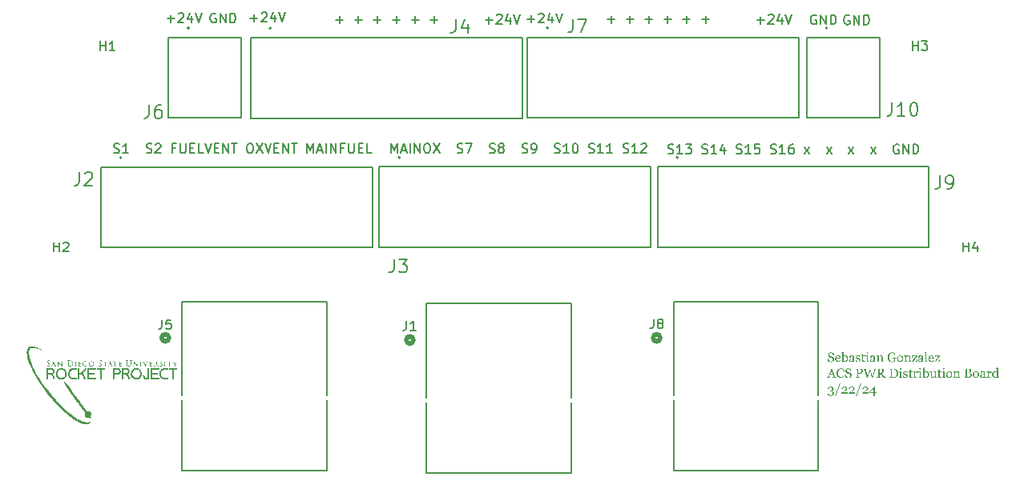
<source format=gbr>
%TF.GenerationSoftware,KiCad,Pcbnew,7.0.7*%
%TF.CreationDate,2024-06-02T15:26:58-07:00*%
%TF.ProjectId,AnalogBox,416e616c-6f67-4426-9f78-2e6b69636164,rev?*%
%TF.SameCoordinates,Original*%
%TF.FileFunction,Legend,Top*%
%TF.FilePolarity,Positive*%
%FSLAX46Y46*%
G04 Gerber Fmt 4.6, Leading zero omitted, Abs format (unit mm)*
G04 Created by KiCad (PCBNEW 7.0.7) date 2024-06-02 15:26:58*
%MOMM*%
%LPD*%
G01*
G04 APERTURE LIST*
%ADD10C,0.150000*%
%ADD11C,0.152400*%
%ADD12C,0.508000*%
%ADD13C,0.127000*%
%ADD14C,0.200000*%
G04 APERTURE END LIST*
D10*
X100406779Y-85368866D02*
X101168684Y-85368866D01*
X100787731Y-85749819D02*
X100787731Y-84987914D01*
X101597255Y-84845057D02*
X101644874Y-84797438D01*
X101644874Y-84797438D02*
X101740112Y-84749819D01*
X101740112Y-84749819D02*
X101978207Y-84749819D01*
X101978207Y-84749819D02*
X102073445Y-84797438D01*
X102073445Y-84797438D02*
X102121064Y-84845057D01*
X102121064Y-84845057D02*
X102168683Y-84940295D01*
X102168683Y-84940295D02*
X102168683Y-85035533D01*
X102168683Y-85035533D02*
X102121064Y-85178390D01*
X102121064Y-85178390D02*
X101549636Y-85749819D01*
X101549636Y-85749819D02*
X102168683Y-85749819D01*
X103025826Y-85083152D02*
X103025826Y-85749819D01*
X102787731Y-84702200D02*
X102549636Y-85416485D01*
X102549636Y-85416485D02*
X103168683Y-85416485D01*
X103406779Y-84749819D02*
X103740112Y-85749819D01*
X103740112Y-85749819D02*
X104073445Y-84749819D01*
X94789160Y-99532200D02*
X94932017Y-99579819D01*
X94932017Y-99579819D02*
X95170112Y-99579819D01*
X95170112Y-99579819D02*
X95265350Y-99532200D01*
X95265350Y-99532200D02*
X95312969Y-99484580D01*
X95312969Y-99484580D02*
X95360588Y-99389342D01*
X95360588Y-99389342D02*
X95360588Y-99294104D01*
X95360588Y-99294104D02*
X95312969Y-99198866D01*
X95312969Y-99198866D02*
X95265350Y-99151247D01*
X95265350Y-99151247D02*
X95170112Y-99103628D01*
X95170112Y-99103628D02*
X94979636Y-99056009D01*
X94979636Y-99056009D02*
X94884398Y-99008390D01*
X94884398Y-99008390D02*
X94836779Y-98960771D01*
X94836779Y-98960771D02*
X94789160Y-98865533D01*
X94789160Y-98865533D02*
X94789160Y-98770295D01*
X94789160Y-98770295D02*
X94836779Y-98675057D01*
X94836779Y-98675057D02*
X94884398Y-98627438D01*
X94884398Y-98627438D02*
X94979636Y-98579819D01*
X94979636Y-98579819D02*
X95217731Y-98579819D01*
X95217731Y-98579819D02*
X95360588Y-98627438D01*
X96312969Y-99579819D02*
X95741541Y-99579819D01*
X96027255Y-99579819D02*
X96027255Y-98579819D01*
X96027255Y-98579819D02*
X95932017Y-98722676D01*
X95932017Y-98722676D02*
X95836779Y-98817914D01*
X95836779Y-98817914D02*
X95741541Y-98865533D01*
X98217732Y-99532200D02*
X98360589Y-99579819D01*
X98360589Y-99579819D02*
X98598684Y-99579819D01*
X98598684Y-99579819D02*
X98693922Y-99532200D01*
X98693922Y-99532200D02*
X98741541Y-99484580D01*
X98741541Y-99484580D02*
X98789160Y-99389342D01*
X98789160Y-99389342D02*
X98789160Y-99294104D01*
X98789160Y-99294104D02*
X98741541Y-99198866D01*
X98741541Y-99198866D02*
X98693922Y-99151247D01*
X98693922Y-99151247D02*
X98598684Y-99103628D01*
X98598684Y-99103628D02*
X98408208Y-99056009D01*
X98408208Y-99056009D02*
X98312970Y-99008390D01*
X98312970Y-99008390D02*
X98265351Y-98960771D01*
X98265351Y-98960771D02*
X98217732Y-98865533D01*
X98217732Y-98865533D02*
X98217732Y-98770295D01*
X98217732Y-98770295D02*
X98265351Y-98675057D01*
X98265351Y-98675057D02*
X98312970Y-98627438D01*
X98312970Y-98627438D02*
X98408208Y-98579819D01*
X98408208Y-98579819D02*
X98646303Y-98579819D01*
X98646303Y-98579819D02*
X98789160Y-98627438D01*
X99170113Y-98675057D02*
X99217732Y-98627438D01*
X99217732Y-98627438D02*
X99312970Y-98579819D01*
X99312970Y-98579819D02*
X99551065Y-98579819D01*
X99551065Y-98579819D02*
X99646303Y-98627438D01*
X99646303Y-98627438D02*
X99693922Y-98675057D01*
X99693922Y-98675057D02*
X99741541Y-98770295D01*
X99741541Y-98770295D02*
X99741541Y-98865533D01*
X99741541Y-98865533D02*
X99693922Y-99008390D01*
X99693922Y-99008390D02*
X99122494Y-99579819D01*
X99122494Y-99579819D02*
X99741541Y-99579819D01*
X101265351Y-99056009D02*
X100932018Y-99056009D01*
X100932018Y-99579819D02*
X100932018Y-98579819D01*
X100932018Y-98579819D02*
X101408208Y-98579819D01*
X101789161Y-98579819D02*
X101789161Y-99389342D01*
X101789161Y-99389342D02*
X101836780Y-99484580D01*
X101836780Y-99484580D02*
X101884399Y-99532200D01*
X101884399Y-99532200D02*
X101979637Y-99579819D01*
X101979637Y-99579819D02*
X102170113Y-99579819D01*
X102170113Y-99579819D02*
X102265351Y-99532200D01*
X102265351Y-99532200D02*
X102312970Y-99484580D01*
X102312970Y-99484580D02*
X102360589Y-99389342D01*
X102360589Y-99389342D02*
X102360589Y-98579819D01*
X102836780Y-99056009D02*
X103170113Y-99056009D01*
X103312970Y-99579819D02*
X102836780Y-99579819D01*
X102836780Y-99579819D02*
X102836780Y-98579819D01*
X102836780Y-98579819D02*
X103312970Y-98579819D01*
X104217732Y-99579819D02*
X103741542Y-99579819D01*
X103741542Y-99579819D02*
X103741542Y-98579819D01*
X104408209Y-98579819D02*
X104741542Y-99579819D01*
X104741542Y-99579819D02*
X105074875Y-98579819D01*
X105408209Y-99056009D02*
X105741542Y-99056009D01*
X105884399Y-99579819D02*
X105408209Y-99579819D01*
X105408209Y-99579819D02*
X105408209Y-98579819D01*
X105408209Y-98579819D02*
X105884399Y-98579819D01*
X106312971Y-99579819D02*
X106312971Y-98579819D01*
X106312971Y-98579819D02*
X106884399Y-99579819D01*
X106884399Y-99579819D02*
X106884399Y-98579819D01*
X107217733Y-98579819D02*
X107789161Y-98579819D01*
X107503447Y-99579819D02*
X107503447Y-98579819D01*
X109074876Y-98579819D02*
X109265352Y-98579819D01*
X109265352Y-98579819D02*
X109360590Y-98627438D01*
X109360590Y-98627438D02*
X109455828Y-98722676D01*
X109455828Y-98722676D02*
X109503447Y-98913152D01*
X109503447Y-98913152D02*
X109503447Y-99246485D01*
X109503447Y-99246485D02*
X109455828Y-99436961D01*
X109455828Y-99436961D02*
X109360590Y-99532200D01*
X109360590Y-99532200D02*
X109265352Y-99579819D01*
X109265352Y-99579819D02*
X109074876Y-99579819D01*
X109074876Y-99579819D02*
X108979638Y-99532200D01*
X108979638Y-99532200D02*
X108884400Y-99436961D01*
X108884400Y-99436961D02*
X108836781Y-99246485D01*
X108836781Y-99246485D02*
X108836781Y-98913152D01*
X108836781Y-98913152D02*
X108884400Y-98722676D01*
X108884400Y-98722676D02*
X108979638Y-98627438D01*
X108979638Y-98627438D02*
X109074876Y-98579819D01*
X109836781Y-98579819D02*
X110503447Y-99579819D01*
X110503447Y-98579819D02*
X109836781Y-99579819D01*
X110741543Y-98579819D02*
X111074876Y-99579819D01*
X111074876Y-99579819D02*
X111408209Y-98579819D01*
X111741543Y-99056009D02*
X112074876Y-99056009D01*
X112217733Y-99579819D02*
X111741543Y-99579819D01*
X111741543Y-99579819D02*
X111741543Y-98579819D01*
X111741543Y-98579819D02*
X112217733Y-98579819D01*
X112646305Y-99579819D02*
X112646305Y-98579819D01*
X112646305Y-98579819D02*
X113217733Y-99579819D01*
X113217733Y-99579819D02*
X113217733Y-98579819D01*
X113551067Y-98579819D02*
X114122495Y-98579819D01*
X113836781Y-99579819D02*
X113836781Y-98579819D01*
X115217734Y-99579819D02*
X115217734Y-98579819D01*
X115217734Y-98579819D02*
X115551067Y-99294104D01*
X115551067Y-99294104D02*
X115884400Y-98579819D01*
X115884400Y-98579819D02*
X115884400Y-99579819D01*
X116312972Y-99294104D02*
X116789162Y-99294104D01*
X116217734Y-99579819D02*
X116551067Y-98579819D01*
X116551067Y-98579819D02*
X116884400Y-99579819D01*
X117217734Y-99579819D02*
X117217734Y-98579819D01*
X117693924Y-99579819D02*
X117693924Y-98579819D01*
X117693924Y-98579819D02*
X118265352Y-99579819D01*
X118265352Y-99579819D02*
X118265352Y-98579819D01*
X119074876Y-99056009D02*
X118741543Y-99056009D01*
X118741543Y-99579819D02*
X118741543Y-98579819D01*
X118741543Y-98579819D02*
X119217733Y-98579819D01*
X119598686Y-98579819D02*
X119598686Y-99389342D01*
X119598686Y-99389342D02*
X119646305Y-99484580D01*
X119646305Y-99484580D02*
X119693924Y-99532200D01*
X119693924Y-99532200D02*
X119789162Y-99579819D01*
X119789162Y-99579819D02*
X119979638Y-99579819D01*
X119979638Y-99579819D02*
X120074876Y-99532200D01*
X120074876Y-99532200D02*
X120122495Y-99484580D01*
X120122495Y-99484580D02*
X120170114Y-99389342D01*
X120170114Y-99389342D02*
X120170114Y-98579819D01*
X120646305Y-99056009D02*
X120979638Y-99056009D01*
X121122495Y-99579819D02*
X120646305Y-99579819D01*
X120646305Y-99579819D02*
X120646305Y-98579819D01*
X120646305Y-98579819D02*
X121122495Y-98579819D01*
X122027257Y-99579819D02*
X121551067Y-99579819D01*
X121551067Y-99579819D02*
X121551067Y-98579819D01*
X134036779Y-85518866D02*
X134798684Y-85518866D01*
X134417731Y-85899819D02*
X134417731Y-85137914D01*
X135227255Y-84995057D02*
X135274874Y-84947438D01*
X135274874Y-84947438D02*
X135370112Y-84899819D01*
X135370112Y-84899819D02*
X135608207Y-84899819D01*
X135608207Y-84899819D02*
X135703445Y-84947438D01*
X135703445Y-84947438D02*
X135751064Y-84995057D01*
X135751064Y-84995057D02*
X135798683Y-85090295D01*
X135798683Y-85090295D02*
X135798683Y-85185533D01*
X135798683Y-85185533D02*
X135751064Y-85328390D01*
X135751064Y-85328390D02*
X135179636Y-85899819D01*
X135179636Y-85899819D02*
X135798683Y-85899819D01*
X136655826Y-85233152D02*
X136655826Y-85899819D01*
X136417731Y-84852200D02*
X136179636Y-85566485D01*
X136179636Y-85566485D02*
X136798683Y-85566485D01*
X137036779Y-84899819D02*
X137370112Y-85899819D01*
X137370112Y-85899819D02*
X137703445Y-84899819D01*
X153329160Y-99602200D02*
X153472017Y-99649819D01*
X153472017Y-99649819D02*
X153710112Y-99649819D01*
X153710112Y-99649819D02*
X153805350Y-99602200D01*
X153805350Y-99602200D02*
X153852969Y-99554580D01*
X153852969Y-99554580D02*
X153900588Y-99459342D01*
X153900588Y-99459342D02*
X153900588Y-99364104D01*
X153900588Y-99364104D02*
X153852969Y-99268866D01*
X153852969Y-99268866D02*
X153805350Y-99221247D01*
X153805350Y-99221247D02*
X153710112Y-99173628D01*
X153710112Y-99173628D02*
X153519636Y-99126009D01*
X153519636Y-99126009D02*
X153424398Y-99078390D01*
X153424398Y-99078390D02*
X153376779Y-99030771D01*
X153376779Y-99030771D02*
X153329160Y-98935533D01*
X153329160Y-98935533D02*
X153329160Y-98840295D01*
X153329160Y-98840295D02*
X153376779Y-98745057D01*
X153376779Y-98745057D02*
X153424398Y-98697438D01*
X153424398Y-98697438D02*
X153519636Y-98649819D01*
X153519636Y-98649819D02*
X153757731Y-98649819D01*
X153757731Y-98649819D02*
X153900588Y-98697438D01*
X154852969Y-99649819D02*
X154281541Y-99649819D01*
X154567255Y-99649819D02*
X154567255Y-98649819D01*
X154567255Y-98649819D02*
X154472017Y-98792676D01*
X154472017Y-98792676D02*
X154376779Y-98887914D01*
X154376779Y-98887914D02*
X154281541Y-98935533D01*
X155186303Y-98649819D02*
X155805350Y-98649819D01*
X155805350Y-98649819D02*
X155472017Y-99030771D01*
X155472017Y-99030771D02*
X155614874Y-99030771D01*
X155614874Y-99030771D02*
X155710112Y-99078390D01*
X155710112Y-99078390D02*
X155757731Y-99126009D01*
X155757731Y-99126009D02*
X155805350Y-99221247D01*
X155805350Y-99221247D02*
X155805350Y-99459342D01*
X155805350Y-99459342D02*
X155757731Y-99554580D01*
X155757731Y-99554580D02*
X155710112Y-99602200D01*
X155710112Y-99602200D02*
X155614874Y-99649819D01*
X155614874Y-99649819D02*
X155329160Y-99649819D01*
X155329160Y-99649819D02*
X155233922Y-99602200D01*
X155233922Y-99602200D02*
X155186303Y-99554580D01*
X156948208Y-99602200D02*
X157091065Y-99649819D01*
X157091065Y-99649819D02*
X157329160Y-99649819D01*
X157329160Y-99649819D02*
X157424398Y-99602200D01*
X157424398Y-99602200D02*
X157472017Y-99554580D01*
X157472017Y-99554580D02*
X157519636Y-99459342D01*
X157519636Y-99459342D02*
X157519636Y-99364104D01*
X157519636Y-99364104D02*
X157472017Y-99268866D01*
X157472017Y-99268866D02*
X157424398Y-99221247D01*
X157424398Y-99221247D02*
X157329160Y-99173628D01*
X157329160Y-99173628D02*
X157138684Y-99126009D01*
X157138684Y-99126009D02*
X157043446Y-99078390D01*
X157043446Y-99078390D02*
X156995827Y-99030771D01*
X156995827Y-99030771D02*
X156948208Y-98935533D01*
X156948208Y-98935533D02*
X156948208Y-98840295D01*
X156948208Y-98840295D02*
X156995827Y-98745057D01*
X156995827Y-98745057D02*
X157043446Y-98697438D01*
X157043446Y-98697438D02*
X157138684Y-98649819D01*
X157138684Y-98649819D02*
X157376779Y-98649819D01*
X157376779Y-98649819D02*
X157519636Y-98697438D01*
X158472017Y-99649819D02*
X157900589Y-99649819D01*
X158186303Y-99649819D02*
X158186303Y-98649819D01*
X158186303Y-98649819D02*
X158091065Y-98792676D01*
X158091065Y-98792676D02*
X157995827Y-98887914D01*
X157995827Y-98887914D02*
X157900589Y-98935533D01*
X159329160Y-98983152D02*
X159329160Y-99649819D01*
X159091065Y-98602200D02*
X158852970Y-99316485D01*
X158852970Y-99316485D02*
X159472017Y-99316485D01*
X160567256Y-99602200D02*
X160710113Y-99649819D01*
X160710113Y-99649819D02*
X160948208Y-99649819D01*
X160948208Y-99649819D02*
X161043446Y-99602200D01*
X161043446Y-99602200D02*
X161091065Y-99554580D01*
X161091065Y-99554580D02*
X161138684Y-99459342D01*
X161138684Y-99459342D02*
X161138684Y-99364104D01*
X161138684Y-99364104D02*
X161091065Y-99268866D01*
X161091065Y-99268866D02*
X161043446Y-99221247D01*
X161043446Y-99221247D02*
X160948208Y-99173628D01*
X160948208Y-99173628D02*
X160757732Y-99126009D01*
X160757732Y-99126009D02*
X160662494Y-99078390D01*
X160662494Y-99078390D02*
X160614875Y-99030771D01*
X160614875Y-99030771D02*
X160567256Y-98935533D01*
X160567256Y-98935533D02*
X160567256Y-98840295D01*
X160567256Y-98840295D02*
X160614875Y-98745057D01*
X160614875Y-98745057D02*
X160662494Y-98697438D01*
X160662494Y-98697438D02*
X160757732Y-98649819D01*
X160757732Y-98649819D02*
X160995827Y-98649819D01*
X160995827Y-98649819D02*
X161138684Y-98697438D01*
X162091065Y-99649819D02*
X161519637Y-99649819D01*
X161805351Y-99649819D02*
X161805351Y-98649819D01*
X161805351Y-98649819D02*
X161710113Y-98792676D01*
X161710113Y-98792676D02*
X161614875Y-98887914D01*
X161614875Y-98887914D02*
X161519637Y-98935533D01*
X162995827Y-98649819D02*
X162519637Y-98649819D01*
X162519637Y-98649819D02*
X162472018Y-99126009D01*
X162472018Y-99126009D02*
X162519637Y-99078390D01*
X162519637Y-99078390D02*
X162614875Y-99030771D01*
X162614875Y-99030771D02*
X162852970Y-99030771D01*
X162852970Y-99030771D02*
X162948208Y-99078390D01*
X162948208Y-99078390D02*
X162995827Y-99126009D01*
X162995827Y-99126009D02*
X163043446Y-99221247D01*
X163043446Y-99221247D02*
X163043446Y-99459342D01*
X163043446Y-99459342D02*
X162995827Y-99554580D01*
X162995827Y-99554580D02*
X162948208Y-99602200D01*
X162948208Y-99602200D02*
X162852970Y-99649819D01*
X162852970Y-99649819D02*
X162614875Y-99649819D01*
X162614875Y-99649819D02*
X162519637Y-99602200D01*
X162519637Y-99602200D02*
X162472018Y-99554580D01*
X164186304Y-99602200D02*
X164329161Y-99649819D01*
X164329161Y-99649819D02*
X164567256Y-99649819D01*
X164567256Y-99649819D02*
X164662494Y-99602200D01*
X164662494Y-99602200D02*
X164710113Y-99554580D01*
X164710113Y-99554580D02*
X164757732Y-99459342D01*
X164757732Y-99459342D02*
X164757732Y-99364104D01*
X164757732Y-99364104D02*
X164710113Y-99268866D01*
X164710113Y-99268866D02*
X164662494Y-99221247D01*
X164662494Y-99221247D02*
X164567256Y-99173628D01*
X164567256Y-99173628D02*
X164376780Y-99126009D01*
X164376780Y-99126009D02*
X164281542Y-99078390D01*
X164281542Y-99078390D02*
X164233923Y-99030771D01*
X164233923Y-99030771D02*
X164186304Y-98935533D01*
X164186304Y-98935533D02*
X164186304Y-98840295D01*
X164186304Y-98840295D02*
X164233923Y-98745057D01*
X164233923Y-98745057D02*
X164281542Y-98697438D01*
X164281542Y-98697438D02*
X164376780Y-98649819D01*
X164376780Y-98649819D02*
X164614875Y-98649819D01*
X164614875Y-98649819D02*
X164757732Y-98697438D01*
X165710113Y-99649819D02*
X165138685Y-99649819D01*
X165424399Y-99649819D02*
X165424399Y-98649819D01*
X165424399Y-98649819D02*
X165329161Y-98792676D01*
X165329161Y-98792676D02*
X165233923Y-98887914D01*
X165233923Y-98887914D02*
X165138685Y-98935533D01*
X166567256Y-98649819D02*
X166376780Y-98649819D01*
X166376780Y-98649819D02*
X166281542Y-98697438D01*
X166281542Y-98697438D02*
X166233923Y-98745057D01*
X166233923Y-98745057D02*
X166138685Y-98887914D01*
X166138685Y-98887914D02*
X166091066Y-99078390D01*
X166091066Y-99078390D02*
X166091066Y-99459342D01*
X166091066Y-99459342D02*
X166138685Y-99554580D01*
X166138685Y-99554580D02*
X166186304Y-99602200D01*
X166186304Y-99602200D02*
X166281542Y-99649819D01*
X166281542Y-99649819D02*
X166472018Y-99649819D01*
X166472018Y-99649819D02*
X166567256Y-99602200D01*
X166567256Y-99602200D02*
X166614875Y-99554580D01*
X166614875Y-99554580D02*
X166662494Y-99459342D01*
X166662494Y-99459342D02*
X166662494Y-99221247D01*
X166662494Y-99221247D02*
X166614875Y-99126009D01*
X166614875Y-99126009D02*
X166567256Y-99078390D01*
X166567256Y-99078390D02*
X166472018Y-99030771D01*
X166472018Y-99030771D02*
X166281542Y-99030771D01*
X166281542Y-99030771D02*
X166186304Y-99078390D01*
X166186304Y-99078390D02*
X166138685Y-99126009D01*
X166138685Y-99126009D02*
X166091066Y-99221247D01*
X167757733Y-99649819D02*
X168281542Y-98983152D01*
X167757733Y-98983152D02*
X168281542Y-99649819D01*
X170091067Y-99649819D02*
X170614876Y-98983152D01*
X170091067Y-98983152D02*
X170614876Y-99649819D01*
X172424401Y-99649819D02*
X172948210Y-98983152D01*
X172424401Y-98983152D02*
X172948210Y-99649819D01*
X174757735Y-99649819D02*
X175281544Y-98983152D01*
X174757735Y-98983152D02*
X175281544Y-99649819D01*
X177710116Y-98697438D02*
X177614878Y-98649819D01*
X177614878Y-98649819D02*
X177472021Y-98649819D01*
X177472021Y-98649819D02*
X177329164Y-98697438D01*
X177329164Y-98697438D02*
X177233926Y-98792676D01*
X177233926Y-98792676D02*
X177186307Y-98887914D01*
X177186307Y-98887914D02*
X177138688Y-99078390D01*
X177138688Y-99078390D02*
X177138688Y-99221247D01*
X177138688Y-99221247D02*
X177186307Y-99411723D01*
X177186307Y-99411723D02*
X177233926Y-99506961D01*
X177233926Y-99506961D02*
X177329164Y-99602200D01*
X177329164Y-99602200D02*
X177472021Y-99649819D01*
X177472021Y-99649819D02*
X177567259Y-99649819D01*
X177567259Y-99649819D02*
X177710116Y-99602200D01*
X177710116Y-99602200D02*
X177757735Y-99554580D01*
X177757735Y-99554580D02*
X177757735Y-99221247D01*
X177757735Y-99221247D02*
X177567259Y-99221247D01*
X178186307Y-99649819D02*
X178186307Y-98649819D01*
X178186307Y-98649819D02*
X178757735Y-99649819D01*
X178757735Y-99649819D02*
X178757735Y-98649819D01*
X179233926Y-99649819D02*
X179233926Y-98649819D01*
X179233926Y-98649819D02*
X179472021Y-98649819D01*
X179472021Y-98649819D02*
X179614878Y-98697438D01*
X179614878Y-98697438D02*
X179710116Y-98792676D01*
X179710116Y-98792676D02*
X179757735Y-98887914D01*
X179757735Y-98887914D02*
X179805354Y-99078390D01*
X179805354Y-99078390D02*
X179805354Y-99221247D01*
X179805354Y-99221247D02*
X179757735Y-99411723D01*
X179757735Y-99411723D02*
X179710116Y-99506961D01*
X179710116Y-99506961D02*
X179614878Y-99602200D01*
X179614878Y-99602200D02*
X179472021Y-99649819D01*
X179472021Y-99649819D02*
X179233926Y-99649819D01*
X146926779Y-85428866D02*
X147688684Y-85428866D01*
X147307731Y-85809819D02*
X147307731Y-85047914D01*
X148926779Y-85428866D02*
X149688684Y-85428866D01*
X149307731Y-85809819D02*
X149307731Y-85047914D01*
X150926779Y-85428866D02*
X151688684Y-85428866D01*
X151307731Y-85809819D02*
X151307731Y-85047914D01*
X152926779Y-85428866D02*
X153688684Y-85428866D01*
X153307731Y-85809819D02*
X153307731Y-85047914D01*
X154926779Y-85428866D02*
X155688684Y-85428866D01*
X155307731Y-85809819D02*
X155307731Y-85047914D01*
X156926779Y-85428866D02*
X157688684Y-85428866D01*
X157307731Y-85809819D02*
X157307731Y-85047914D01*
X118236779Y-85468866D02*
X118998684Y-85468866D01*
X118617731Y-85849819D02*
X118617731Y-85087914D01*
X120236779Y-85468866D02*
X120998684Y-85468866D01*
X120617731Y-85849819D02*
X120617731Y-85087914D01*
X122236779Y-85468866D02*
X122998684Y-85468866D01*
X122617731Y-85849819D02*
X122617731Y-85087914D01*
X124236779Y-85468866D02*
X124998684Y-85468866D01*
X124617731Y-85849819D02*
X124617731Y-85087914D01*
X126236779Y-85468866D02*
X126998684Y-85468866D01*
X126617731Y-85849819D02*
X126617731Y-85087914D01*
X128236779Y-85468866D02*
X128998684Y-85468866D01*
X128617731Y-85849819D02*
X128617731Y-85087914D01*
X138476779Y-85418866D02*
X139238684Y-85418866D01*
X138857731Y-85799819D02*
X138857731Y-85037914D01*
X139667255Y-84895057D02*
X139714874Y-84847438D01*
X139714874Y-84847438D02*
X139810112Y-84799819D01*
X139810112Y-84799819D02*
X140048207Y-84799819D01*
X140048207Y-84799819D02*
X140143445Y-84847438D01*
X140143445Y-84847438D02*
X140191064Y-84895057D01*
X140191064Y-84895057D02*
X140238683Y-84990295D01*
X140238683Y-84990295D02*
X140238683Y-85085533D01*
X140238683Y-85085533D02*
X140191064Y-85228390D01*
X140191064Y-85228390D02*
X139619636Y-85799819D01*
X139619636Y-85799819D02*
X140238683Y-85799819D01*
X141095826Y-85133152D02*
X141095826Y-85799819D01*
X140857731Y-84752200D02*
X140619636Y-85466485D01*
X140619636Y-85466485D02*
X141238683Y-85466485D01*
X141476779Y-84799819D02*
X141810112Y-85799819D01*
X141810112Y-85799819D02*
X142143445Y-84799819D01*
X124056779Y-99569819D02*
X124056779Y-98569819D01*
X124056779Y-98569819D02*
X124390112Y-99284104D01*
X124390112Y-99284104D02*
X124723445Y-98569819D01*
X124723445Y-98569819D02*
X124723445Y-99569819D01*
X125152017Y-99284104D02*
X125628207Y-99284104D01*
X125056779Y-99569819D02*
X125390112Y-98569819D01*
X125390112Y-98569819D02*
X125723445Y-99569819D01*
X126056779Y-99569819D02*
X126056779Y-98569819D01*
X126532969Y-99569819D02*
X126532969Y-98569819D01*
X126532969Y-98569819D02*
X127104397Y-99569819D01*
X127104397Y-99569819D02*
X127104397Y-98569819D01*
X127771064Y-98569819D02*
X127961540Y-98569819D01*
X127961540Y-98569819D02*
X128056778Y-98617438D01*
X128056778Y-98617438D02*
X128152016Y-98712676D01*
X128152016Y-98712676D02*
X128199635Y-98903152D01*
X128199635Y-98903152D02*
X128199635Y-99236485D01*
X128199635Y-99236485D02*
X128152016Y-99426961D01*
X128152016Y-99426961D02*
X128056778Y-99522200D01*
X128056778Y-99522200D02*
X127961540Y-99569819D01*
X127961540Y-99569819D02*
X127771064Y-99569819D01*
X127771064Y-99569819D02*
X127675826Y-99522200D01*
X127675826Y-99522200D02*
X127580588Y-99426961D01*
X127580588Y-99426961D02*
X127532969Y-99236485D01*
X127532969Y-99236485D02*
X127532969Y-98903152D01*
X127532969Y-98903152D02*
X127580588Y-98712676D01*
X127580588Y-98712676D02*
X127675826Y-98617438D01*
X127675826Y-98617438D02*
X127771064Y-98569819D01*
X128532969Y-98569819D02*
X129199635Y-99569819D01*
X129199635Y-98569819D02*
X128532969Y-99569819D01*
X131056779Y-99522200D02*
X131199636Y-99569819D01*
X131199636Y-99569819D02*
X131437731Y-99569819D01*
X131437731Y-99569819D02*
X131532969Y-99522200D01*
X131532969Y-99522200D02*
X131580588Y-99474580D01*
X131580588Y-99474580D02*
X131628207Y-99379342D01*
X131628207Y-99379342D02*
X131628207Y-99284104D01*
X131628207Y-99284104D02*
X131580588Y-99188866D01*
X131580588Y-99188866D02*
X131532969Y-99141247D01*
X131532969Y-99141247D02*
X131437731Y-99093628D01*
X131437731Y-99093628D02*
X131247255Y-99046009D01*
X131247255Y-99046009D02*
X131152017Y-98998390D01*
X131152017Y-98998390D02*
X131104398Y-98950771D01*
X131104398Y-98950771D02*
X131056779Y-98855533D01*
X131056779Y-98855533D02*
X131056779Y-98760295D01*
X131056779Y-98760295D02*
X131104398Y-98665057D01*
X131104398Y-98665057D02*
X131152017Y-98617438D01*
X131152017Y-98617438D02*
X131247255Y-98569819D01*
X131247255Y-98569819D02*
X131485350Y-98569819D01*
X131485350Y-98569819D02*
X131628207Y-98617438D01*
X131961541Y-98569819D02*
X132628207Y-98569819D01*
X132628207Y-98569819D02*
X132199636Y-99569819D01*
X134485351Y-99522200D02*
X134628208Y-99569819D01*
X134628208Y-99569819D02*
X134866303Y-99569819D01*
X134866303Y-99569819D02*
X134961541Y-99522200D01*
X134961541Y-99522200D02*
X135009160Y-99474580D01*
X135009160Y-99474580D02*
X135056779Y-99379342D01*
X135056779Y-99379342D02*
X135056779Y-99284104D01*
X135056779Y-99284104D02*
X135009160Y-99188866D01*
X135009160Y-99188866D02*
X134961541Y-99141247D01*
X134961541Y-99141247D02*
X134866303Y-99093628D01*
X134866303Y-99093628D02*
X134675827Y-99046009D01*
X134675827Y-99046009D02*
X134580589Y-98998390D01*
X134580589Y-98998390D02*
X134532970Y-98950771D01*
X134532970Y-98950771D02*
X134485351Y-98855533D01*
X134485351Y-98855533D02*
X134485351Y-98760295D01*
X134485351Y-98760295D02*
X134532970Y-98665057D01*
X134532970Y-98665057D02*
X134580589Y-98617438D01*
X134580589Y-98617438D02*
X134675827Y-98569819D01*
X134675827Y-98569819D02*
X134913922Y-98569819D01*
X134913922Y-98569819D02*
X135056779Y-98617438D01*
X135628208Y-98998390D02*
X135532970Y-98950771D01*
X135532970Y-98950771D02*
X135485351Y-98903152D01*
X135485351Y-98903152D02*
X135437732Y-98807914D01*
X135437732Y-98807914D02*
X135437732Y-98760295D01*
X135437732Y-98760295D02*
X135485351Y-98665057D01*
X135485351Y-98665057D02*
X135532970Y-98617438D01*
X135532970Y-98617438D02*
X135628208Y-98569819D01*
X135628208Y-98569819D02*
X135818684Y-98569819D01*
X135818684Y-98569819D02*
X135913922Y-98617438D01*
X135913922Y-98617438D02*
X135961541Y-98665057D01*
X135961541Y-98665057D02*
X136009160Y-98760295D01*
X136009160Y-98760295D02*
X136009160Y-98807914D01*
X136009160Y-98807914D02*
X135961541Y-98903152D01*
X135961541Y-98903152D02*
X135913922Y-98950771D01*
X135913922Y-98950771D02*
X135818684Y-98998390D01*
X135818684Y-98998390D02*
X135628208Y-98998390D01*
X135628208Y-98998390D02*
X135532970Y-99046009D01*
X135532970Y-99046009D02*
X135485351Y-99093628D01*
X135485351Y-99093628D02*
X135437732Y-99188866D01*
X135437732Y-99188866D02*
X135437732Y-99379342D01*
X135437732Y-99379342D02*
X135485351Y-99474580D01*
X135485351Y-99474580D02*
X135532970Y-99522200D01*
X135532970Y-99522200D02*
X135628208Y-99569819D01*
X135628208Y-99569819D02*
X135818684Y-99569819D01*
X135818684Y-99569819D02*
X135913922Y-99522200D01*
X135913922Y-99522200D02*
X135961541Y-99474580D01*
X135961541Y-99474580D02*
X136009160Y-99379342D01*
X136009160Y-99379342D02*
X136009160Y-99188866D01*
X136009160Y-99188866D02*
X135961541Y-99093628D01*
X135961541Y-99093628D02*
X135913922Y-99046009D01*
X135913922Y-99046009D02*
X135818684Y-98998390D01*
X137913923Y-99522200D02*
X138056780Y-99569819D01*
X138056780Y-99569819D02*
X138294875Y-99569819D01*
X138294875Y-99569819D02*
X138390113Y-99522200D01*
X138390113Y-99522200D02*
X138437732Y-99474580D01*
X138437732Y-99474580D02*
X138485351Y-99379342D01*
X138485351Y-99379342D02*
X138485351Y-99284104D01*
X138485351Y-99284104D02*
X138437732Y-99188866D01*
X138437732Y-99188866D02*
X138390113Y-99141247D01*
X138390113Y-99141247D02*
X138294875Y-99093628D01*
X138294875Y-99093628D02*
X138104399Y-99046009D01*
X138104399Y-99046009D02*
X138009161Y-98998390D01*
X138009161Y-98998390D02*
X137961542Y-98950771D01*
X137961542Y-98950771D02*
X137913923Y-98855533D01*
X137913923Y-98855533D02*
X137913923Y-98760295D01*
X137913923Y-98760295D02*
X137961542Y-98665057D01*
X137961542Y-98665057D02*
X138009161Y-98617438D01*
X138009161Y-98617438D02*
X138104399Y-98569819D01*
X138104399Y-98569819D02*
X138342494Y-98569819D01*
X138342494Y-98569819D02*
X138485351Y-98617438D01*
X138961542Y-99569819D02*
X139152018Y-99569819D01*
X139152018Y-99569819D02*
X139247256Y-99522200D01*
X139247256Y-99522200D02*
X139294875Y-99474580D01*
X139294875Y-99474580D02*
X139390113Y-99331723D01*
X139390113Y-99331723D02*
X139437732Y-99141247D01*
X139437732Y-99141247D02*
X139437732Y-98760295D01*
X139437732Y-98760295D02*
X139390113Y-98665057D01*
X139390113Y-98665057D02*
X139342494Y-98617438D01*
X139342494Y-98617438D02*
X139247256Y-98569819D01*
X139247256Y-98569819D02*
X139056780Y-98569819D01*
X139056780Y-98569819D02*
X138961542Y-98617438D01*
X138961542Y-98617438D02*
X138913923Y-98665057D01*
X138913923Y-98665057D02*
X138866304Y-98760295D01*
X138866304Y-98760295D02*
X138866304Y-98998390D01*
X138866304Y-98998390D02*
X138913923Y-99093628D01*
X138913923Y-99093628D02*
X138961542Y-99141247D01*
X138961542Y-99141247D02*
X139056780Y-99188866D01*
X139056780Y-99188866D02*
X139247256Y-99188866D01*
X139247256Y-99188866D02*
X139342494Y-99141247D01*
X139342494Y-99141247D02*
X139390113Y-99093628D01*
X139390113Y-99093628D02*
X139437732Y-98998390D01*
X141342495Y-99522200D02*
X141485352Y-99569819D01*
X141485352Y-99569819D02*
X141723447Y-99569819D01*
X141723447Y-99569819D02*
X141818685Y-99522200D01*
X141818685Y-99522200D02*
X141866304Y-99474580D01*
X141866304Y-99474580D02*
X141913923Y-99379342D01*
X141913923Y-99379342D02*
X141913923Y-99284104D01*
X141913923Y-99284104D02*
X141866304Y-99188866D01*
X141866304Y-99188866D02*
X141818685Y-99141247D01*
X141818685Y-99141247D02*
X141723447Y-99093628D01*
X141723447Y-99093628D02*
X141532971Y-99046009D01*
X141532971Y-99046009D02*
X141437733Y-98998390D01*
X141437733Y-98998390D02*
X141390114Y-98950771D01*
X141390114Y-98950771D02*
X141342495Y-98855533D01*
X141342495Y-98855533D02*
X141342495Y-98760295D01*
X141342495Y-98760295D02*
X141390114Y-98665057D01*
X141390114Y-98665057D02*
X141437733Y-98617438D01*
X141437733Y-98617438D02*
X141532971Y-98569819D01*
X141532971Y-98569819D02*
X141771066Y-98569819D01*
X141771066Y-98569819D02*
X141913923Y-98617438D01*
X142866304Y-99569819D02*
X142294876Y-99569819D01*
X142580590Y-99569819D02*
X142580590Y-98569819D01*
X142580590Y-98569819D02*
X142485352Y-98712676D01*
X142485352Y-98712676D02*
X142390114Y-98807914D01*
X142390114Y-98807914D02*
X142294876Y-98855533D01*
X143485352Y-98569819D02*
X143580590Y-98569819D01*
X143580590Y-98569819D02*
X143675828Y-98617438D01*
X143675828Y-98617438D02*
X143723447Y-98665057D01*
X143723447Y-98665057D02*
X143771066Y-98760295D01*
X143771066Y-98760295D02*
X143818685Y-98950771D01*
X143818685Y-98950771D02*
X143818685Y-99188866D01*
X143818685Y-99188866D02*
X143771066Y-99379342D01*
X143771066Y-99379342D02*
X143723447Y-99474580D01*
X143723447Y-99474580D02*
X143675828Y-99522200D01*
X143675828Y-99522200D02*
X143580590Y-99569819D01*
X143580590Y-99569819D02*
X143485352Y-99569819D01*
X143485352Y-99569819D02*
X143390114Y-99522200D01*
X143390114Y-99522200D02*
X143342495Y-99474580D01*
X143342495Y-99474580D02*
X143294876Y-99379342D01*
X143294876Y-99379342D02*
X143247257Y-99188866D01*
X143247257Y-99188866D02*
X143247257Y-98950771D01*
X143247257Y-98950771D02*
X143294876Y-98760295D01*
X143294876Y-98760295D02*
X143342495Y-98665057D01*
X143342495Y-98665057D02*
X143390114Y-98617438D01*
X143390114Y-98617438D02*
X143485352Y-98569819D01*
X144961543Y-99522200D02*
X145104400Y-99569819D01*
X145104400Y-99569819D02*
X145342495Y-99569819D01*
X145342495Y-99569819D02*
X145437733Y-99522200D01*
X145437733Y-99522200D02*
X145485352Y-99474580D01*
X145485352Y-99474580D02*
X145532971Y-99379342D01*
X145532971Y-99379342D02*
X145532971Y-99284104D01*
X145532971Y-99284104D02*
X145485352Y-99188866D01*
X145485352Y-99188866D02*
X145437733Y-99141247D01*
X145437733Y-99141247D02*
X145342495Y-99093628D01*
X145342495Y-99093628D02*
X145152019Y-99046009D01*
X145152019Y-99046009D02*
X145056781Y-98998390D01*
X145056781Y-98998390D02*
X145009162Y-98950771D01*
X145009162Y-98950771D02*
X144961543Y-98855533D01*
X144961543Y-98855533D02*
X144961543Y-98760295D01*
X144961543Y-98760295D02*
X145009162Y-98665057D01*
X145009162Y-98665057D02*
X145056781Y-98617438D01*
X145056781Y-98617438D02*
X145152019Y-98569819D01*
X145152019Y-98569819D02*
X145390114Y-98569819D01*
X145390114Y-98569819D02*
X145532971Y-98617438D01*
X146485352Y-99569819D02*
X145913924Y-99569819D01*
X146199638Y-99569819D02*
X146199638Y-98569819D01*
X146199638Y-98569819D02*
X146104400Y-98712676D01*
X146104400Y-98712676D02*
X146009162Y-98807914D01*
X146009162Y-98807914D02*
X145913924Y-98855533D01*
X147437733Y-99569819D02*
X146866305Y-99569819D01*
X147152019Y-99569819D02*
X147152019Y-98569819D01*
X147152019Y-98569819D02*
X147056781Y-98712676D01*
X147056781Y-98712676D02*
X146961543Y-98807914D01*
X146961543Y-98807914D02*
X146866305Y-98855533D01*
X148580591Y-99522200D02*
X148723448Y-99569819D01*
X148723448Y-99569819D02*
X148961543Y-99569819D01*
X148961543Y-99569819D02*
X149056781Y-99522200D01*
X149056781Y-99522200D02*
X149104400Y-99474580D01*
X149104400Y-99474580D02*
X149152019Y-99379342D01*
X149152019Y-99379342D02*
X149152019Y-99284104D01*
X149152019Y-99284104D02*
X149104400Y-99188866D01*
X149104400Y-99188866D02*
X149056781Y-99141247D01*
X149056781Y-99141247D02*
X148961543Y-99093628D01*
X148961543Y-99093628D02*
X148771067Y-99046009D01*
X148771067Y-99046009D02*
X148675829Y-98998390D01*
X148675829Y-98998390D02*
X148628210Y-98950771D01*
X148628210Y-98950771D02*
X148580591Y-98855533D01*
X148580591Y-98855533D02*
X148580591Y-98760295D01*
X148580591Y-98760295D02*
X148628210Y-98665057D01*
X148628210Y-98665057D02*
X148675829Y-98617438D01*
X148675829Y-98617438D02*
X148771067Y-98569819D01*
X148771067Y-98569819D02*
X149009162Y-98569819D01*
X149009162Y-98569819D02*
X149152019Y-98617438D01*
X150104400Y-99569819D02*
X149532972Y-99569819D01*
X149818686Y-99569819D02*
X149818686Y-98569819D01*
X149818686Y-98569819D02*
X149723448Y-98712676D01*
X149723448Y-98712676D02*
X149628210Y-98807914D01*
X149628210Y-98807914D02*
X149532972Y-98855533D01*
X150485353Y-98665057D02*
X150532972Y-98617438D01*
X150532972Y-98617438D02*
X150628210Y-98569819D01*
X150628210Y-98569819D02*
X150866305Y-98569819D01*
X150866305Y-98569819D02*
X150961543Y-98617438D01*
X150961543Y-98617438D02*
X151009162Y-98665057D01*
X151009162Y-98665057D02*
X151056781Y-98760295D01*
X151056781Y-98760295D02*
X151056781Y-98855533D01*
X151056781Y-98855533D02*
X151009162Y-98998390D01*
X151009162Y-98998390D02*
X150437734Y-99569819D01*
X150437734Y-99569819D02*
X151056781Y-99569819D01*
G36*
X170833866Y-121228164D02*
G01*
X170841365Y-121236942D01*
X170848352Y-121245933D01*
X170854828Y-121255138D01*
X170860793Y-121264556D01*
X170866247Y-121274189D01*
X170871189Y-121284035D01*
X170875620Y-121294094D01*
X170879539Y-121304368D01*
X170883031Y-121314901D01*
X170886057Y-121325861D01*
X170888618Y-121337249D01*
X170890713Y-121349064D01*
X170892343Y-121361307D01*
X170893507Y-121373977D01*
X170894074Y-121383760D01*
X170894380Y-121393784D01*
X170894438Y-121400600D01*
X170894065Y-121416785D01*
X170892946Y-121432611D01*
X170891080Y-121448078D01*
X170888469Y-121463187D01*
X170885112Y-121477937D01*
X170881008Y-121492328D01*
X170876159Y-121506361D01*
X170870563Y-121520034D01*
X170864221Y-121533349D01*
X170857133Y-121546306D01*
X170849300Y-121558903D01*
X170840720Y-121571142D01*
X170831394Y-121583022D01*
X170821321Y-121594544D01*
X170810503Y-121605706D01*
X170798939Y-121616510D01*
X170786821Y-121626773D01*
X170774343Y-121636374D01*
X170761504Y-121645313D01*
X170748304Y-121653589D01*
X170734744Y-121661204D01*
X170720823Y-121668156D01*
X170706542Y-121674446D01*
X170691899Y-121680075D01*
X170676897Y-121685040D01*
X170661533Y-121689344D01*
X170645809Y-121692986D01*
X170629724Y-121695966D01*
X170613279Y-121698283D01*
X170596473Y-121699938D01*
X170579306Y-121700932D01*
X170561779Y-121701263D01*
X170549552Y-121701084D01*
X170537324Y-121700550D01*
X170525097Y-121699659D01*
X170512869Y-121698412D01*
X170500642Y-121696808D01*
X170488415Y-121694848D01*
X170476187Y-121692532D01*
X170463960Y-121689859D01*
X170451732Y-121686831D01*
X170439505Y-121683445D01*
X170431353Y-121680990D01*
X170419283Y-121677112D01*
X170407525Y-121673079D01*
X170396081Y-121668892D01*
X170384951Y-121664550D01*
X170374134Y-121660053D01*
X170363630Y-121655402D01*
X170353440Y-121650597D01*
X170343563Y-121645636D01*
X170334000Y-121640521D01*
X170324750Y-121635252D01*
X170318757Y-121631653D01*
X170289204Y-121670000D01*
X170234249Y-121670000D01*
X170224480Y-121341737D01*
X170280167Y-121341737D01*
X170283468Y-121353356D01*
X170286867Y-121364764D01*
X170290366Y-121375961D01*
X170293963Y-121386949D01*
X170297659Y-121397726D01*
X170301453Y-121408292D01*
X170305347Y-121418649D01*
X170309339Y-121428794D01*
X170313430Y-121438730D01*
X170317619Y-121448455D01*
X170320467Y-121454822D01*
X170324903Y-121464200D01*
X170329600Y-121473466D01*
X170334560Y-121482621D01*
X170339781Y-121491664D01*
X170345265Y-121500596D01*
X170351010Y-121509416D01*
X170357017Y-121518124D01*
X170363286Y-121526721D01*
X170369817Y-121535206D01*
X170376610Y-121543579D01*
X170381284Y-121549099D01*
X170388075Y-121556647D01*
X170395077Y-121563903D01*
X170402289Y-121570866D01*
X170409711Y-121577538D01*
X170417344Y-121583918D01*
X170425187Y-121590006D01*
X170433241Y-121595802D01*
X170441505Y-121601306D01*
X170449979Y-121606518D01*
X170458664Y-121611438D01*
X170464570Y-121614556D01*
X170473681Y-121618878D01*
X170483063Y-121622774D01*
X170492715Y-121626245D01*
X170502638Y-121629291D01*
X170512831Y-121631912D01*
X170523295Y-121634108D01*
X170534029Y-121635879D01*
X170545033Y-121637225D01*
X170556308Y-121638146D01*
X170567854Y-121638642D01*
X170575701Y-121638736D01*
X170587356Y-121638542D01*
X170598629Y-121637958D01*
X170609521Y-121636985D01*
X170620031Y-121635622D01*
X170630159Y-121633871D01*
X170639906Y-121631730D01*
X170651553Y-121628506D01*
X170658255Y-121626280D01*
X170668994Y-121622061D01*
X170679078Y-121617340D01*
X170688505Y-121612119D01*
X170697277Y-121606397D01*
X170705392Y-121600174D01*
X170712852Y-121593450D01*
X170715652Y-121590621D01*
X170722247Y-121583255D01*
X170728293Y-121575508D01*
X170733791Y-121567379D01*
X170738741Y-121558869D01*
X170743141Y-121549977D01*
X170746993Y-121540703D01*
X170748381Y-121536887D01*
X170751476Y-121526967D01*
X170754048Y-121516594D01*
X170756094Y-121505768D01*
X170757616Y-121494488D01*
X170758613Y-121482755D01*
X170759085Y-121470569D01*
X170759127Y-121465568D01*
X170758837Y-121454557D01*
X170757968Y-121443687D01*
X170756519Y-121432958D01*
X170754490Y-121422372D01*
X170751882Y-121411927D01*
X170748694Y-121401623D01*
X170744927Y-121391462D01*
X170740580Y-121381442D01*
X170735653Y-121371564D01*
X170730147Y-121361827D01*
X170726154Y-121355415D01*
X170719687Y-121346017D01*
X170712648Y-121337056D01*
X170705038Y-121328534D01*
X170696857Y-121320450D01*
X170688105Y-121312803D01*
X170678782Y-121305595D01*
X170668888Y-121298824D01*
X170658423Y-121292492D01*
X170647387Y-121286597D01*
X170635780Y-121281140D01*
X170627725Y-121277745D01*
X170616402Y-121273166D01*
X170604659Y-121268464D01*
X170595576Y-121264858D01*
X170586258Y-121261183D01*
X170576703Y-121257439D01*
X170566912Y-121253627D01*
X170556885Y-121249745D01*
X170546622Y-121245795D01*
X170536122Y-121241777D01*
X170525387Y-121237690D01*
X170514716Y-121233590D01*
X170504321Y-121229532D01*
X170494200Y-121225518D01*
X170484354Y-121221547D01*
X170474783Y-121217618D01*
X170465486Y-121213733D01*
X170456465Y-121209890D01*
X170444863Y-121204834D01*
X170433750Y-121199853D01*
X170425736Y-121196168D01*
X170415590Y-121191406D01*
X170405731Y-121186460D01*
X170396158Y-121181331D01*
X170386871Y-121176018D01*
X170377870Y-121170523D01*
X170369155Y-121164844D01*
X170360727Y-121158982D01*
X170352585Y-121152937D01*
X170344729Y-121146709D01*
X170337160Y-121140298D01*
X170329876Y-121133703D01*
X170319488Y-121123468D01*
X170309743Y-121112821D01*
X170300643Y-121101761D01*
X170297752Y-121097983D01*
X170289590Y-121086208D01*
X170282231Y-121073780D01*
X170275674Y-121060699D01*
X170271749Y-121051617D01*
X170268181Y-121042244D01*
X170264969Y-121032581D01*
X170262115Y-121022628D01*
X170259617Y-121012385D01*
X170257476Y-121001852D01*
X170255692Y-120991029D01*
X170254265Y-120979916D01*
X170253194Y-120968513D01*
X170252480Y-120956820D01*
X170252124Y-120944837D01*
X170252079Y-120938736D01*
X170252279Y-120928270D01*
X170252878Y-120917937D01*
X170253876Y-120907736D01*
X170255273Y-120897669D01*
X170257070Y-120887735D01*
X170259266Y-120877934D01*
X170261861Y-120868266D01*
X170264856Y-120858732D01*
X170268250Y-120849330D01*
X170272043Y-120840061D01*
X170274794Y-120833956D01*
X170279220Y-120824889D01*
X170283981Y-120816007D01*
X170289078Y-120807310D01*
X170294509Y-120798797D01*
X170300275Y-120790468D01*
X170306375Y-120782325D01*
X170312811Y-120774366D01*
X170319582Y-120766591D01*
X170326687Y-120759001D01*
X170334127Y-120751596D01*
X170339274Y-120746762D01*
X170346865Y-120740121D01*
X170354710Y-120733756D01*
X170362808Y-120727665D01*
X170371159Y-120721849D01*
X170379763Y-120716308D01*
X170388621Y-120711041D01*
X170397732Y-120706049D01*
X170407097Y-120701332D01*
X170416715Y-120696890D01*
X170426586Y-120692723D01*
X170433307Y-120690097D01*
X170443558Y-120686431D01*
X170453887Y-120683125D01*
X170464292Y-120680180D01*
X170474775Y-120677595D01*
X170485335Y-120675371D01*
X170495973Y-120673508D01*
X170506687Y-120672005D01*
X170517479Y-120670863D01*
X170528349Y-120670082D01*
X170539295Y-120669661D01*
X170546636Y-120669581D01*
X170559151Y-120669763D01*
X170571417Y-120670311D01*
X170583434Y-120671223D01*
X170595202Y-120672500D01*
X170606721Y-120674142D01*
X170617991Y-120676150D01*
X170629012Y-120678522D01*
X170639784Y-120681259D01*
X170650307Y-120684361D01*
X170660581Y-120687827D01*
X170667292Y-120690341D01*
X170677194Y-120694248D01*
X170686932Y-120698276D01*
X170696508Y-120702423D01*
X170705920Y-120706690D01*
X170715170Y-120711078D01*
X170724256Y-120715586D01*
X170733179Y-120720214D01*
X170741939Y-120724963D01*
X170750535Y-120729832D01*
X170758969Y-120734820D01*
X170764501Y-120738213D01*
X170792588Y-120700844D01*
X170847543Y-120700844D01*
X170853161Y-121013475D01*
X170797473Y-121013475D01*
X170794600Y-121003257D01*
X170791657Y-120993121D01*
X170788646Y-120983067D01*
X170785566Y-120973095D01*
X170782418Y-120963203D01*
X170779201Y-120953394D01*
X170775915Y-120943666D01*
X170772561Y-120934019D01*
X170769137Y-120924455D01*
X170765645Y-120914971D01*
X170763279Y-120908695D01*
X170759654Y-120899390D01*
X170755832Y-120890253D01*
X170751812Y-120881284D01*
X170746145Y-120869585D01*
X170740126Y-120858184D01*
X170733757Y-120847080D01*
X170727036Y-120836274D01*
X170719965Y-120825766D01*
X170714431Y-120818080D01*
X170706836Y-120808502D01*
X170698830Y-120799426D01*
X170690411Y-120790855D01*
X170681580Y-120782787D01*
X170672337Y-120775223D01*
X170662682Y-120768163D01*
X170652614Y-120761607D01*
X170642135Y-120755554D01*
X170631209Y-120750059D01*
X170619680Y-120745296D01*
X170607548Y-120741266D01*
X170598053Y-120738724D01*
X170588219Y-120736595D01*
X170578046Y-120734878D01*
X170567534Y-120733572D01*
X170556683Y-120732679D01*
X170545492Y-120732199D01*
X170537843Y-120732107D01*
X170525783Y-120732480D01*
X170514058Y-120733601D01*
X170502668Y-120735469D01*
X170491613Y-120738083D01*
X170480892Y-120741445D01*
X170470507Y-120745554D01*
X170460456Y-120750409D01*
X170450740Y-120756012D01*
X170441359Y-120762362D01*
X170432313Y-120769459D01*
X170426468Y-120774605D01*
X170418262Y-120782737D01*
X170410864Y-120791195D01*
X170404272Y-120799979D01*
X170398487Y-120809089D01*
X170393510Y-120818526D01*
X170389340Y-120828289D01*
X170385977Y-120838378D01*
X170383421Y-120848794D01*
X170381672Y-120859536D01*
X170380730Y-120870604D01*
X170380551Y-120878164D01*
X170380811Y-120889972D01*
X170381590Y-120901397D01*
X170382889Y-120912440D01*
X170384707Y-120923101D01*
X170387044Y-120933380D01*
X170389902Y-120943277D01*
X170393278Y-120952792D01*
X170397175Y-120961924D01*
X170401590Y-120970675D01*
X170408286Y-120981748D01*
X170410104Y-120984410D01*
X170417908Y-120994679D01*
X170424308Y-121002076D01*
X170431175Y-121009211D01*
X170438510Y-121016084D01*
X170446313Y-121022695D01*
X170454584Y-121029044D01*
X170463323Y-121035131D01*
X170472530Y-121040957D01*
X170482205Y-121046520D01*
X170492348Y-121051822D01*
X170495833Y-121053531D01*
X170505250Y-121058052D01*
X170514632Y-121062458D01*
X170523980Y-121066748D01*
X170533294Y-121070921D01*
X170542573Y-121074979D01*
X170551818Y-121078921D01*
X170561029Y-121082747D01*
X170570205Y-121086458D01*
X170579347Y-121090052D01*
X170591483Y-121094664D01*
X170594508Y-121095785D01*
X170606552Y-121100223D01*
X170618504Y-121104745D01*
X170630365Y-121109351D01*
X170642135Y-121114042D01*
X170653813Y-121118816D01*
X170665399Y-121123674D01*
X170676894Y-121128616D01*
X170688297Y-121133642D01*
X170698566Y-121138237D01*
X170708737Y-121142984D01*
X170718808Y-121147885D01*
X170728780Y-121152937D01*
X170738653Y-121158143D01*
X170748426Y-121163501D01*
X170758101Y-121169012D01*
X170767676Y-121174675D01*
X170777045Y-121180533D01*
X170786101Y-121186628D01*
X170794844Y-121192959D01*
X170803274Y-121199527D01*
X170811391Y-121206331D01*
X170819196Y-121213372D01*
X170826687Y-121220650D01*
X170833866Y-121228164D01*
G37*
G36*
X171318499Y-120982413D02*
G01*
X171331854Y-120983019D01*
X171344831Y-120984028D01*
X171357431Y-120985440D01*
X171369652Y-120987256D01*
X171381496Y-120989476D01*
X171392962Y-120992099D01*
X171404050Y-120995126D01*
X171414761Y-120998556D01*
X171425093Y-121002390D01*
X171431772Y-121005170D01*
X171441534Y-121009575D01*
X171450943Y-121014272D01*
X171460001Y-121019261D01*
X171468706Y-121024542D01*
X171477059Y-121030115D01*
X171485061Y-121035979D01*
X171492710Y-121042136D01*
X171502362Y-121050799D01*
X171511387Y-121059981D01*
X171517745Y-121067208D01*
X171525370Y-121076821D01*
X171532492Y-121086854D01*
X171539109Y-121097307D01*
X171545223Y-121108180D01*
X171550833Y-121119472D01*
X171555939Y-121131185D01*
X171560541Y-121143317D01*
X171563663Y-121152691D01*
X171564640Y-121155868D01*
X171567434Y-121165471D01*
X171569952Y-121175228D01*
X171572196Y-121185140D01*
X171574166Y-121195207D01*
X171575860Y-121205428D01*
X171577280Y-121215803D01*
X171578425Y-121226333D01*
X171579295Y-121237018D01*
X171579890Y-121247857D01*
X171580211Y-121258851D01*
X171580272Y-121266266D01*
X171580272Y-121310474D01*
X171131598Y-121310474D01*
X171131709Y-121322777D01*
X171132044Y-121334866D01*
X171132602Y-121346740D01*
X171133384Y-121358399D01*
X171134388Y-121369844D01*
X171135616Y-121381074D01*
X171137067Y-121392089D01*
X171138742Y-121402889D01*
X171140639Y-121413475D01*
X171142760Y-121423847D01*
X171144298Y-121430642D01*
X171146810Y-121440605D01*
X171149585Y-121450345D01*
X171152621Y-121459862D01*
X171155919Y-121469156D01*
X171160724Y-121481200D01*
X171165994Y-121492847D01*
X171171730Y-121504098D01*
X171177931Y-121514951D01*
X171184598Y-121525408D01*
X171191513Y-121535040D01*
X171198948Y-121544153D01*
X171206901Y-121552748D01*
X171215373Y-121560823D01*
X171224364Y-121568379D01*
X171233874Y-121575416D01*
X171243903Y-121581935D01*
X171254452Y-121587934D01*
X171265576Y-121593258D01*
X171277212Y-121597872D01*
X171289359Y-121601776D01*
X171302018Y-121604970D01*
X171311848Y-121606900D01*
X171321965Y-121608430D01*
X171332370Y-121609562D01*
X171343062Y-121610294D01*
X171354042Y-121610626D01*
X171357766Y-121610648D01*
X171369067Y-121610404D01*
X171380072Y-121609670D01*
X171390780Y-121608446D01*
X171401192Y-121606733D01*
X171411308Y-121604530D01*
X171421127Y-121601839D01*
X171430651Y-121598657D01*
X171439878Y-121594986D01*
X171448809Y-121590826D01*
X171457443Y-121586176D01*
X171463035Y-121582805D01*
X171471340Y-121577191D01*
X171479584Y-121570792D01*
X171487769Y-121563607D01*
X171495893Y-121555637D01*
X171503958Y-121546880D01*
X171511962Y-121537338D01*
X171519906Y-121527011D01*
X171527790Y-121515898D01*
X171535614Y-121503999D01*
X171540796Y-121495629D01*
X171545952Y-121486911D01*
X171548520Y-121482421D01*
X171596636Y-121511730D01*
X171591210Y-121521556D01*
X171585557Y-121531128D01*
X171579677Y-121540447D01*
X171573570Y-121549511D01*
X171567236Y-121558322D01*
X171560675Y-121566879D01*
X171553887Y-121575183D01*
X171546871Y-121583232D01*
X171539629Y-121591028D01*
X171532160Y-121598570D01*
X171524463Y-121605858D01*
X171516540Y-121612892D01*
X171508389Y-121619673D01*
X171500011Y-121626200D01*
X171491406Y-121632473D01*
X171482575Y-121638492D01*
X171473576Y-121644200D01*
X171464409Y-121649540D01*
X171455074Y-121654512D01*
X171445572Y-121659115D01*
X171435901Y-121663351D01*
X171426063Y-121667217D01*
X171416057Y-121670716D01*
X171405882Y-121673846D01*
X171395540Y-121676608D01*
X171385030Y-121679002D01*
X171374352Y-121681028D01*
X171363506Y-121682685D01*
X171352492Y-121683974D01*
X171341311Y-121684894D01*
X171329961Y-121685447D01*
X171318443Y-121685631D01*
X171308324Y-121685520D01*
X171298362Y-121685188D01*
X171288556Y-121684635D01*
X171274140Y-121683390D01*
X171260077Y-121681647D01*
X171246365Y-121679406D01*
X171233006Y-121676667D01*
X171219999Y-121673429D01*
X171207343Y-121669694D01*
X171195040Y-121665461D01*
X171183089Y-121660730D01*
X171175317Y-121657299D01*
X171163968Y-121651765D01*
X171153000Y-121645879D01*
X171142415Y-121639640D01*
X171132212Y-121633050D01*
X171122391Y-121626108D01*
X171112952Y-121618813D01*
X171103895Y-121611167D01*
X171095221Y-121603169D01*
X171086928Y-121594818D01*
X171079018Y-121586115D01*
X171073956Y-121580118D01*
X171066670Y-121570861D01*
X171059740Y-121561316D01*
X171053166Y-121551484D01*
X171046948Y-121541364D01*
X171041087Y-121530956D01*
X171035582Y-121520261D01*
X171030434Y-121509277D01*
X171025642Y-121498007D01*
X171021206Y-121486448D01*
X171017127Y-121474602D01*
X171014605Y-121466545D01*
X171011113Y-121454299D01*
X171007965Y-121441924D01*
X171005160Y-121429421D01*
X171002698Y-121416788D01*
X171000580Y-121404027D01*
X170998806Y-121391137D01*
X170997375Y-121378118D01*
X170996287Y-121364971D01*
X170995543Y-121351694D01*
X170995142Y-121338289D01*
X170995066Y-121329281D01*
X170995248Y-121317121D01*
X170995796Y-121305003D01*
X170996708Y-121292929D01*
X170997985Y-121280898D01*
X170999627Y-121268909D01*
X171001635Y-121256964D01*
X171004007Y-121245061D01*
X171004073Y-121244773D01*
X171131598Y-121244773D01*
X171444961Y-121244773D01*
X171444800Y-121233586D01*
X171444317Y-121222161D01*
X171443512Y-121210498D01*
X171442385Y-121198596D01*
X171440936Y-121186455D01*
X171439545Y-121176571D01*
X171438367Y-121169057D01*
X171436596Y-121159127D01*
X171434039Y-121147295D01*
X171431100Y-121136106D01*
X171427780Y-121125561D01*
X171424078Y-121115660D01*
X171419995Y-121106403D01*
X171417362Y-121101158D01*
X171412185Y-121092337D01*
X171406423Y-121084042D01*
X171400077Y-121076271D01*
X171393147Y-121069025D01*
X171385633Y-121062303D01*
X171377534Y-121056107D01*
X171374131Y-121053775D01*
X171365189Y-121048498D01*
X171355459Y-121044115D01*
X171344943Y-121040626D01*
X171333640Y-121038033D01*
X171321549Y-121036333D01*
X171311310Y-121035618D01*
X171303300Y-121035457D01*
X171290003Y-121035944D01*
X171277131Y-121037406D01*
X171264684Y-121039842D01*
X171252662Y-121043253D01*
X171241065Y-121047639D01*
X171229893Y-121052999D01*
X171219146Y-121059334D01*
X171208824Y-121066643D01*
X171198927Y-121074927D01*
X171189455Y-121084186D01*
X171183377Y-121090900D01*
X171174829Y-121101632D01*
X171167045Y-121113128D01*
X171160026Y-121125388D01*
X171153770Y-121138413D01*
X171150025Y-121147520D01*
X171146618Y-121156967D01*
X171143552Y-121166754D01*
X171140825Y-121176881D01*
X171138438Y-121187347D01*
X171136391Y-121198153D01*
X171134683Y-121209298D01*
X171133315Y-121220783D01*
X171132286Y-121232608D01*
X171131598Y-121244773D01*
X171004073Y-121244773D01*
X171006744Y-121233202D01*
X171009846Y-121221385D01*
X171013312Y-121209611D01*
X171015826Y-121201786D01*
X171019937Y-121190130D01*
X171024390Y-121178702D01*
X171029187Y-121167502D01*
X171034328Y-121156529D01*
X171039812Y-121145783D01*
X171045639Y-121135265D01*
X171051810Y-121124975D01*
X171058325Y-121114912D01*
X171065183Y-121105077D01*
X171072384Y-121095469D01*
X171077376Y-121089190D01*
X171084870Y-121080334D01*
X171092700Y-121071808D01*
X171100864Y-121063612D01*
X171109364Y-121055748D01*
X171118198Y-121048214D01*
X171127367Y-121041010D01*
X171136871Y-121034137D01*
X171146710Y-121027595D01*
X171156884Y-121021383D01*
X171167392Y-121015502D01*
X171174584Y-121011765D01*
X171185606Y-121006484D01*
X171196872Y-121001721D01*
X171208384Y-120997479D01*
X171220139Y-120993756D01*
X171232140Y-120990552D01*
X171244385Y-120987868D01*
X171256875Y-120985704D01*
X171269610Y-120984059D01*
X171282589Y-120982933D01*
X171295814Y-120982327D01*
X171304766Y-120982212D01*
X171318499Y-120982413D01*
G37*
G36*
X171868967Y-120617557D02*
G01*
X171868967Y-121070383D01*
X171873607Y-121071605D01*
X171881688Y-121063421D01*
X171889902Y-121055633D01*
X171898249Y-121048240D01*
X171906729Y-121041242D01*
X171915342Y-121034639D01*
X171924088Y-121028431D01*
X171932968Y-121022618D01*
X171941980Y-121017199D01*
X171951126Y-121012176D01*
X171960404Y-121007548D01*
X171966664Y-121004682D01*
X171976128Y-121000666D01*
X171985563Y-120997046D01*
X171994968Y-120993820D01*
X172004342Y-120990989D01*
X172016795Y-120987829D01*
X172029194Y-120985372D01*
X172041540Y-120983616D01*
X172053832Y-120982563D01*
X172066071Y-120982212D01*
X172081541Y-120982591D01*
X172096689Y-120983731D01*
X172111514Y-120985629D01*
X172126017Y-120988287D01*
X172140197Y-120991705D01*
X172154055Y-120995882D01*
X172167591Y-121000818D01*
X172180804Y-121006514D01*
X172193694Y-121012969D01*
X172206262Y-121020184D01*
X172218508Y-121028158D01*
X172230431Y-121036892D01*
X172242031Y-121046385D01*
X172253310Y-121056637D01*
X172264265Y-121067649D01*
X172274898Y-121079420D01*
X172285043Y-121091771D01*
X172294533Y-121104581D01*
X172303369Y-121117851D01*
X172311550Y-121131581D01*
X172319077Y-121145771D01*
X172325949Y-121160421D01*
X172332167Y-121175531D01*
X172337730Y-121191100D01*
X172342638Y-121207130D01*
X172346893Y-121223619D01*
X172350492Y-121240568D01*
X172353438Y-121257977D01*
X172355728Y-121275846D01*
X172357365Y-121294175D01*
X172358346Y-121312963D01*
X172358674Y-121332212D01*
X172358298Y-121350740D01*
X172357170Y-121368894D01*
X172355290Y-121386674D01*
X172352659Y-121404080D01*
X172349276Y-121421112D01*
X172345141Y-121437770D01*
X172340254Y-121454054D01*
X172334616Y-121469965D01*
X172328225Y-121485501D01*
X172321083Y-121500663D01*
X172313189Y-121515451D01*
X172304543Y-121529865D01*
X172295146Y-121543905D01*
X172284996Y-121557571D01*
X172274095Y-121570864D01*
X172262442Y-121583782D01*
X172250293Y-121596115D01*
X172237903Y-121607653D01*
X172225273Y-121618395D01*
X172212403Y-121628341D01*
X172199292Y-121637491D01*
X172185940Y-121645846D01*
X172172349Y-121653405D01*
X172158517Y-121660169D01*
X172144444Y-121666136D01*
X172130131Y-121671308D01*
X172115578Y-121675685D01*
X172100784Y-121679265D01*
X172085749Y-121682050D01*
X172070475Y-121684040D01*
X172054960Y-121685233D01*
X172039204Y-121685631D01*
X172028778Y-121685479D01*
X172018381Y-121685021D01*
X172008015Y-121684259D01*
X171997679Y-121683192D01*
X171987373Y-121681821D01*
X171977097Y-121680144D01*
X171966851Y-121678163D01*
X171956635Y-121675877D01*
X171946449Y-121673286D01*
X171936293Y-121670390D01*
X171929539Y-121668290D01*
X171919520Y-121664889D01*
X171909612Y-121661283D01*
X171899816Y-121657471D01*
X171890132Y-121653452D01*
X171880559Y-121649227D01*
X171871098Y-121644797D01*
X171861749Y-121640160D01*
X171852511Y-121635317D01*
X171843385Y-121630268D01*
X171834370Y-121625013D01*
X171828422Y-121621395D01*
X171777376Y-121701263D01*
X171734877Y-121691737D01*
X171735698Y-121678838D01*
X171736268Y-121668743D01*
X171736800Y-121658287D01*
X171737293Y-121647471D01*
X171737747Y-121636294D01*
X171738163Y-121624756D01*
X171738540Y-121612858D01*
X171738879Y-121600599D01*
X171739178Y-121587980D01*
X171739440Y-121575000D01*
X171739518Y-121570593D01*
X171739780Y-121557311D01*
X171740016Y-121544120D01*
X171740226Y-121531019D01*
X171740411Y-121518008D01*
X171740488Y-121511730D01*
X171868967Y-121511730D01*
X171871802Y-121521223D01*
X171875394Y-121530374D01*
X171879992Y-121540197D01*
X171884842Y-121549344D01*
X171890583Y-121558642D01*
X171897118Y-121567729D01*
X171903352Y-121575352D01*
X171910169Y-121582819D01*
X171917571Y-121590132D01*
X171925537Y-121596936D01*
X171933863Y-121603241D01*
X171942550Y-121609049D01*
X171951597Y-121614358D01*
X171961005Y-121619169D01*
X171964221Y-121620662D01*
X171974434Y-121624647D01*
X171985471Y-121627807D01*
X171995297Y-121629810D01*
X172005697Y-121631241D01*
X172016669Y-121632100D01*
X172028213Y-121632386D01*
X172038559Y-121632077D01*
X172048653Y-121631150D01*
X172058495Y-121629604D01*
X172068086Y-121627440D01*
X172081999Y-121623035D01*
X172095345Y-121617239D01*
X172108125Y-121610052D01*
X172116330Y-121604488D01*
X172124283Y-121598306D01*
X172131985Y-121591505D01*
X172139434Y-121584086D01*
X172146632Y-121576049D01*
X172153577Y-121567394D01*
X172160271Y-121558120D01*
X172163524Y-121553251D01*
X172169764Y-121543101D01*
X172175602Y-121532495D01*
X172181038Y-121521432D01*
X172186070Y-121509914D01*
X172190700Y-121497939D01*
X172194928Y-121485508D01*
X172198753Y-121472622D01*
X172202175Y-121459279D01*
X172205195Y-121445480D01*
X172207812Y-121431225D01*
X172210026Y-121416515D01*
X172211838Y-121401348D01*
X172213247Y-121385725D01*
X172214254Y-121369646D01*
X172214858Y-121353111D01*
X172215059Y-121336120D01*
X172214887Y-121323633D01*
X172214372Y-121311085D01*
X172213513Y-121298476D01*
X172212311Y-121285806D01*
X172210765Y-121273074D01*
X172208876Y-121260282D01*
X172207234Y-121250648D01*
X172205399Y-121240979D01*
X172204068Y-121234515D01*
X172201898Y-121224926D01*
X172198663Y-121212515D01*
X172195040Y-121200532D01*
X172191027Y-121188977D01*
X172186625Y-121177848D01*
X172181833Y-121167147D01*
X172176653Y-121156874D01*
X172171083Y-121147028D01*
X172169630Y-121144633D01*
X172163600Y-121135096D01*
X172157112Y-121126025D01*
X172150167Y-121117419D01*
X172142763Y-121109279D01*
X172134901Y-121101604D01*
X172126582Y-121094395D01*
X172117804Y-121087652D01*
X172108569Y-121081374D01*
X172098872Y-121075707D01*
X172088709Y-121070795D01*
X172078081Y-121066640D01*
X172066987Y-121063239D01*
X172055427Y-121060595D01*
X172043402Y-121058705D01*
X172030911Y-121057572D01*
X172017955Y-121057194D01*
X172006113Y-121057492D01*
X171994645Y-121058385D01*
X171983551Y-121059873D01*
X171972831Y-121061957D01*
X171962485Y-121064636D01*
X171952513Y-121067910D01*
X171942915Y-121071780D01*
X171933691Y-121076245D01*
X171924826Y-121081157D01*
X171916182Y-121086488D01*
X171907759Y-121092239D01*
X171899558Y-121098410D01*
X171891578Y-121105001D01*
X171883820Y-121112011D01*
X171876283Y-121119442D01*
X171868967Y-121127292D01*
X171868967Y-121511730D01*
X171740488Y-121511730D01*
X171740570Y-121505087D01*
X171740703Y-121492257D01*
X171740810Y-121479516D01*
X171740892Y-121466866D01*
X171740948Y-121454306D01*
X171740978Y-121441836D01*
X171740983Y-121433572D01*
X171740983Y-120768499D01*
X171740469Y-120758348D01*
X171738926Y-120748196D01*
X171736355Y-120738045D01*
X171732756Y-120727894D01*
X171730237Y-120722093D01*
X171725361Y-120712561D01*
X171719925Y-120704268D01*
X171713025Y-120696307D01*
X171705393Y-120689965D01*
X171703370Y-120688632D01*
X171694579Y-120684034D01*
X171684462Y-120680530D01*
X171673832Y-120677916D01*
X171663399Y-120676009D01*
X171659651Y-120675443D01*
X171648622Y-120673897D01*
X171638436Y-120672558D01*
X171627615Y-120671255D01*
X171616651Y-120670110D01*
X171610558Y-120669581D01*
X171610558Y-120622686D01*
X171859197Y-120607055D01*
X171868967Y-120617557D01*
G37*
G36*
X172744754Y-120982280D02*
G01*
X172755175Y-120982486D01*
X172765339Y-120982830D01*
X172775245Y-120983311D01*
X172788053Y-120984166D01*
X172800402Y-120985265D01*
X172812294Y-120986608D01*
X172823727Y-120988196D01*
X172834703Y-120990027D01*
X172845324Y-120992268D01*
X172855693Y-120995080D01*
X172865810Y-120998465D01*
X172875675Y-121002423D01*
X172885288Y-121006953D01*
X172894649Y-121012055D01*
X172903759Y-121017730D01*
X172912616Y-121023977D01*
X172921142Y-121030610D01*
X172929133Y-121037807D01*
X172936590Y-121045570D01*
X172943513Y-121053897D01*
X172949902Y-121062789D01*
X172955756Y-121072246D01*
X172961076Y-121082267D01*
X172965861Y-121092854D01*
X172970155Y-121104054D01*
X172973876Y-121116041D01*
X172976291Y-121125548D01*
X172978384Y-121135496D01*
X172980155Y-121145887D01*
X172981604Y-121156719D01*
X172982731Y-121167994D01*
X172983536Y-121179712D01*
X172984019Y-121191871D01*
X172984180Y-121204473D01*
X172984171Y-121216628D01*
X172984145Y-121228611D01*
X172984102Y-121240419D01*
X172984042Y-121252054D01*
X172983965Y-121263515D01*
X172983870Y-121274803D01*
X172983759Y-121285917D01*
X172983630Y-121296857D01*
X172983484Y-121307624D01*
X172983321Y-121318217D01*
X172983141Y-121328637D01*
X172982943Y-121338883D01*
X172982728Y-121348955D01*
X172982497Y-121358853D01*
X172982117Y-121373375D01*
X172981981Y-121378129D01*
X172981632Y-121392405D01*
X172981317Y-121406929D01*
X172981127Y-121416750D01*
X172980951Y-121426682D01*
X172980791Y-121436725D01*
X172980646Y-121446878D01*
X172980516Y-121457142D01*
X172980401Y-121467516D01*
X172980302Y-121478002D01*
X172980218Y-121488598D01*
X172980150Y-121499304D01*
X172980096Y-121510122D01*
X172980058Y-121521050D01*
X172980035Y-121532088D01*
X172980027Y-121543237D01*
X172980472Y-121554371D01*
X172981804Y-121564475D01*
X172984414Y-121574764D01*
X172988738Y-121584733D01*
X172989309Y-121585736D01*
X172995321Y-121594161D01*
X173002919Y-121601853D01*
X173011001Y-121608073D01*
X173017885Y-121612358D01*
X173027262Y-121616182D01*
X173037647Y-121618214D01*
X173047638Y-121619084D01*
X173050369Y-121619197D01*
X173060235Y-121619482D01*
X173070171Y-121619698D01*
X173080177Y-121619843D01*
X173090253Y-121619918D01*
X173096043Y-121619930D01*
X173096043Y-121661207D01*
X173086159Y-121664534D01*
X173076656Y-121667647D01*
X173065757Y-121671099D01*
X173055407Y-121674241D01*
X173045607Y-121677075D01*
X173039378Y-121678792D01*
X173028472Y-121681457D01*
X173018603Y-121683220D01*
X173008254Y-121684502D01*
X172997423Y-121685304D01*
X172986112Y-121685624D01*
X172984180Y-121685631D01*
X172974339Y-121685412D01*
X172961807Y-121684439D01*
X172949945Y-121682687D01*
X172938756Y-121680157D01*
X172928238Y-121676848D01*
X172918392Y-121672761D01*
X172909218Y-121667895D01*
X172900715Y-121662251D01*
X172898695Y-121660718D01*
X172891054Y-121654070D01*
X172884132Y-121646705D01*
X172877926Y-121638622D01*
X172872438Y-121629822D01*
X172867668Y-121620304D01*
X172863615Y-121610068D01*
X172860280Y-121599116D01*
X172857662Y-121587445D01*
X172853754Y-121587445D01*
X172845315Y-121596521D01*
X172836761Y-121605154D01*
X172828090Y-121613345D01*
X172819304Y-121621094D01*
X172810402Y-121628400D01*
X172801384Y-121635265D01*
X172792250Y-121641687D01*
X172783000Y-121647667D01*
X172773634Y-121653204D01*
X172764152Y-121658300D01*
X172757766Y-121661451D01*
X172748008Y-121665772D01*
X172737877Y-121669668D01*
X172727372Y-121673140D01*
X172716493Y-121676186D01*
X172705241Y-121678807D01*
X172693615Y-121681003D01*
X172681616Y-121682774D01*
X172669244Y-121684120D01*
X172656497Y-121685041D01*
X172643378Y-121685537D01*
X172634424Y-121685631D01*
X172620374Y-121685232D01*
X172606800Y-121684034D01*
X172593704Y-121682038D01*
X172581083Y-121679243D01*
X172568940Y-121675649D01*
X172557273Y-121671257D01*
X172546082Y-121666066D01*
X172535368Y-121660077D01*
X172525131Y-121653289D01*
X172515370Y-121645703D01*
X172509127Y-121640202D01*
X172500354Y-121631437D01*
X172492443Y-121622178D01*
X172485396Y-121612426D01*
X172479211Y-121602180D01*
X172473890Y-121591440D01*
X172469431Y-121580207D01*
X172465835Y-121568480D01*
X172463103Y-121556259D01*
X172461233Y-121543544D01*
X172460226Y-121530336D01*
X172460034Y-121521256D01*
X172460303Y-121509546D01*
X172460790Y-121502693D01*
X172598032Y-121502693D01*
X172598293Y-121512875D01*
X172599457Y-121525642D01*
X172601553Y-121537486D01*
X172604579Y-121548406D01*
X172608536Y-121558403D01*
X172613425Y-121567476D01*
X172619245Y-121575626D01*
X172625996Y-121582852D01*
X172627829Y-121584515D01*
X172635588Y-121590640D01*
X172643842Y-121595948D01*
X172652593Y-121600440D01*
X172661840Y-121604115D01*
X172671583Y-121606973D01*
X172681822Y-121609015D01*
X172692557Y-121610240D01*
X172703789Y-121610648D01*
X172715818Y-121610286D01*
X172727480Y-121609198D01*
X172738777Y-121607386D01*
X172749706Y-121604848D01*
X172760270Y-121601585D01*
X172770467Y-121597597D01*
X172780298Y-121592884D01*
X172789762Y-121587445D01*
X172798860Y-121581515D01*
X172807592Y-121575325D01*
X172815957Y-121568875D01*
X172823956Y-121562166D01*
X172831589Y-121555198D01*
X172838855Y-121547970D01*
X172845755Y-121540482D01*
X172852288Y-121532735D01*
X172856441Y-121301193D01*
X172845622Y-121304346D01*
X172835057Y-121307487D01*
X172824745Y-121310615D01*
X172814686Y-121313729D01*
X172804881Y-121316831D01*
X172795329Y-121319920D01*
X172786031Y-121322996D01*
X172774026Y-121327078D01*
X172762473Y-121331137D01*
X172754103Y-121334166D01*
X172743207Y-121338322D01*
X172732503Y-121342729D01*
X172721989Y-121347389D01*
X172711666Y-121352301D01*
X172701533Y-121357464D01*
X172691592Y-121362879D01*
X172681841Y-121368547D01*
X172672281Y-121374466D01*
X172663897Y-121380278D01*
X172655963Y-121386357D01*
X172648479Y-121392704D01*
X172639758Y-121401013D01*
X172631740Y-121409739D01*
X172624426Y-121418882D01*
X172617815Y-121428443D01*
X172612116Y-121438499D01*
X172607382Y-121449128D01*
X172603615Y-121460328D01*
X172600814Y-121472102D01*
X172599268Y-121481933D01*
X172598341Y-121492130D01*
X172598032Y-121502693D01*
X172460790Y-121502693D01*
X172461108Y-121498229D01*
X172462449Y-121487306D01*
X172464328Y-121476777D01*
X172466743Y-121466641D01*
X172469694Y-121456899D01*
X172471025Y-121453112D01*
X172474728Y-121443867D01*
X172478968Y-121434908D01*
X172483744Y-121426236D01*
X172489057Y-121417849D01*
X172494907Y-121409749D01*
X172501293Y-121401935D01*
X172503998Y-121398890D01*
X172510796Y-121391534D01*
X172518366Y-121384487D01*
X172526710Y-121377750D01*
X172535826Y-121371321D01*
X172545715Y-121365202D01*
X172549183Y-121363230D01*
X172557947Y-121358495D01*
X172568228Y-121353205D01*
X172578252Y-121348345D01*
X172588018Y-121343915D01*
X172597526Y-121339913D01*
X172602184Y-121338073D01*
X172613422Y-121334085D01*
X172624636Y-121330208D01*
X172634344Y-121326899D01*
X172645164Y-121323247D01*
X172657095Y-121319252D01*
X172670139Y-121314912D01*
X172679453Y-121311829D01*
X172689261Y-121308593D01*
X172699563Y-121305204D01*
X172710359Y-121301662D01*
X172721650Y-121297968D01*
X172727480Y-121296064D01*
X172739055Y-121292269D01*
X172750149Y-121288580D01*
X172760762Y-121284995D01*
X172770894Y-121281516D01*
X172780546Y-121278141D01*
X172794121Y-121273276D01*
X172806615Y-121268647D01*
X172818027Y-121264255D01*
X172828356Y-121260098D01*
X172837604Y-121256177D01*
X172848252Y-121251317D01*
X172854975Y-121247948D01*
X172854975Y-121180293D01*
X172854330Y-121170448D01*
X172853128Y-121160468D01*
X172851540Y-121149424D01*
X172851067Y-121146343D01*
X172849055Y-121135358D01*
X172846225Y-121124631D01*
X172842577Y-121114161D01*
X172838111Y-121103948D01*
X172835191Y-121098227D01*
X172829576Y-121089016D01*
X172823170Y-121080252D01*
X172815974Y-121071935D01*
X172807989Y-121064064D01*
X172799213Y-121056639D01*
X172796113Y-121054263D01*
X172787814Y-121048845D01*
X172778491Y-121044346D01*
X172768141Y-121040764D01*
X172756767Y-121038101D01*
X172746928Y-121036632D01*
X172736433Y-121035750D01*
X172725282Y-121035457D01*
X172715473Y-121035713D01*
X172704001Y-121036698D01*
X172692856Y-121038421D01*
X172682037Y-121040882D01*
X172671544Y-121044082D01*
X172666420Y-121045959D01*
X172656820Y-121049840D01*
X172647052Y-121054455D01*
X172637779Y-121059844D01*
X172629755Y-121066052D01*
X172628318Y-121067452D01*
X172629097Y-121078160D01*
X172630894Y-121089110D01*
X172633012Y-121098989D01*
X172634912Y-121106775D01*
X172637153Y-121116347D01*
X172639182Y-121127166D01*
X172640579Y-121137611D01*
X172641346Y-121147682D01*
X172641507Y-121154647D01*
X172640467Y-121164707D01*
X172637346Y-121174369D01*
X172632145Y-121183634D01*
X172626032Y-121191258D01*
X172619769Y-121197390D01*
X172611034Y-121203947D01*
X172601130Y-121209148D01*
X172590059Y-121212992D01*
X172579941Y-121215158D01*
X172569012Y-121216383D01*
X172559685Y-121216685D01*
X172549371Y-121216094D01*
X172538174Y-121213828D01*
X172528265Y-121209861D01*
X172519644Y-121204193D01*
X172512311Y-121196826D01*
X172509127Y-121192505D01*
X172503649Y-121183240D01*
X172499304Y-121173580D01*
X172496093Y-121163525D01*
X172494015Y-121153075D01*
X172493070Y-121142230D01*
X172493007Y-121138527D01*
X172493789Y-121126898D01*
X172496133Y-121115458D01*
X172499280Y-121106068D01*
X172503512Y-121096810D01*
X172508830Y-121087683D01*
X172515233Y-121078688D01*
X172522577Y-121069907D01*
X172530565Y-121061424D01*
X172539197Y-121053239D01*
X172548473Y-121045352D01*
X172556358Y-121039258D01*
X172564654Y-121033354D01*
X172573363Y-121027641D01*
X172583372Y-121021901D01*
X172594014Y-121016435D01*
X172602982Y-121012260D01*
X172612355Y-121008261D01*
X172622132Y-121004437D01*
X172632314Y-121000788D01*
X172642901Y-120997316D01*
X172648346Y-120995645D01*
X172659302Y-120992497D01*
X172670190Y-120989768D01*
X172681009Y-120987459D01*
X172691760Y-120985570D01*
X172702442Y-120984101D01*
X172713055Y-120983051D01*
X172723599Y-120982422D01*
X172734075Y-120982212D01*
X172744754Y-120982280D01*
G37*
G36*
X173606999Y-121341493D02*
G01*
X173615531Y-121349240D01*
X173623418Y-121357369D01*
X173630662Y-121365879D01*
X173637262Y-121374771D01*
X173643218Y-121384045D01*
X173648530Y-121393700D01*
X173650474Y-121397669D01*
X173654837Y-121407937D01*
X173658460Y-121418897D01*
X173661343Y-121430548D01*
X173663118Y-121440368D01*
X173664419Y-121450630D01*
X173665247Y-121461335D01*
X173665602Y-121472482D01*
X173665617Y-121475338D01*
X173665341Y-121486777D01*
X173664514Y-121497953D01*
X173663136Y-121508866D01*
X173661205Y-121519515D01*
X173658724Y-121529901D01*
X173655691Y-121540024D01*
X173652106Y-121549884D01*
X173647971Y-121559480D01*
X173643283Y-121568812D01*
X173638044Y-121577882D01*
X173632254Y-121586688D01*
X173625912Y-121595231D01*
X173619019Y-121603510D01*
X173611575Y-121611526D01*
X173603578Y-121619279D01*
X173595031Y-121626769D01*
X173586076Y-121633896D01*
X173576797Y-121640564D01*
X173567193Y-121646773D01*
X173557265Y-121652521D01*
X173547012Y-121657809D01*
X173536436Y-121662638D01*
X173525534Y-121667007D01*
X173514309Y-121670915D01*
X173502759Y-121674364D01*
X173490884Y-121677353D01*
X173478685Y-121679883D01*
X173466162Y-121681952D01*
X173453315Y-121683562D01*
X173440143Y-121684711D01*
X173426646Y-121685401D01*
X173412826Y-121685631D01*
X173401825Y-121685444D01*
X173390987Y-121684884D01*
X173380312Y-121683950D01*
X173369801Y-121682643D01*
X173359452Y-121680962D01*
X173349267Y-121678908D01*
X173339245Y-121676480D01*
X173329386Y-121673678D01*
X173319691Y-121670503D01*
X173310158Y-121666955D01*
X173303893Y-121664382D01*
X173294802Y-121660382D01*
X173283462Y-121655142D01*
X173273015Y-121650009D01*
X173263461Y-121644983D01*
X173254800Y-121640064D01*
X173245229Y-121634065D01*
X173237054Y-121628233D01*
X173232819Y-121624815D01*
X173218897Y-121670000D01*
X173167362Y-121670000D01*
X173160523Y-121435526D01*
X173207906Y-121435526D01*
X173210442Y-121445819D01*
X173213837Y-121456730D01*
X173217321Y-121466294D01*
X173221402Y-121476288D01*
X173226080Y-121486711D01*
X173231353Y-121497564D01*
X173235929Y-121506311D01*
X173240741Y-121514844D01*
X173247090Y-121525210D01*
X173253807Y-121535242D01*
X173260895Y-121544940D01*
X173268352Y-121554305D01*
X173274584Y-121561556D01*
X173281465Y-121568917D01*
X173288674Y-121575981D01*
X173296211Y-121582748D01*
X173304077Y-121589216D01*
X173312270Y-121595387D01*
X173320792Y-121601260D01*
X173329642Y-121606836D01*
X173338820Y-121612114D01*
X173348311Y-121616865D01*
X173358100Y-121620983D01*
X173368187Y-121624467D01*
X173378571Y-121627318D01*
X173389252Y-121629535D01*
X173400232Y-121631119D01*
X173411509Y-121632069D01*
X173423084Y-121632386D01*
X173435183Y-121632131D01*
X173446749Y-121631364D01*
X173457783Y-121630087D01*
X173468284Y-121628299D01*
X173478253Y-121626000D01*
X173487690Y-121623190D01*
X173499444Y-121618648D01*
X173510252Y-121613199D01*
X173520113Y-121606841D01*
X173524689Y-121603321D01*
X173533047Y-121595662D01*
X173540290Y-121587216D01*
X173546419Y-121577985D01*
X173551434Y-121567967D01*
X173555334Y-121557163D01*
X173558120Y-121545573D01*
X173559791Y-121533197D01*
X173560314Y-121523399D01*
X173560348Y-121520034D01*
X173559945Y-121509685D01*
X173558734Y-121499884D01*
X173556301Y-121489145D01*
X173552770Y-121479154D01*
X173548869Y-121471186D01*
X173543439Y-121462348D01*
X173536981Y-121454002D01*
X173529495Y-121446146D01*
X173520980Y-121438782D01*
X173515652Y-121434794D01*
X173506856Y-121429043D01*
X173497322Y-121423516D01*
X173487050Y-121418213D01*
X173477925Y-121413964D01*
X173468288Y-121409869D01*
X173460209Y-121406706D01*
X173449720Y-121402819D01*
X173438861Y-121398944D01*
X173427633Y-121395082D01*
X173416035Y-121391231D01*
X173406491Y-121388159D01*
X173396710Y-121385094D01*
X173386692Y-121382037D01*
X173376367Y-121378888D01*
X173365697Y-121375392D01*
X173354681Y-121371551D01*
X173343320Y-121367364D01*
X173333981Y-121363765D01*
X173324421Y-121359945D01*
X173314640Y-121355903D01*
X173304985Y-121351663D01*
X173295681Y-121347248D01*
X173286728Y-121342657D01*
X173278126Y-121337890D01*
X173267867Y-121331685D01*
X173258157Y-121325206D01*
X173248996Y-121318452D01*
X173247229Y-121317069D01*
X173238033Y-121309403D01*
X173229374Y-121301212D01*
X173221251Y-121292496D01*
X173213665Y-121283256D01*
X173206615Y-121273491D01*
X173200103Y-121263202D01*
X173197648Y-121258939D01*
X173193125Y-121250081D01*
X173189206Y-121240850D01*
X173185890Y-121231244D01*
X173183176Y-121221264D01*
X173181066Y-121210911D01*
X173179559Y-121200183D01*
X173178654Y-121189082D01*
X173178353Y-121177606D01*
X173178594Y-121167477D01*
X173179318Y-121157544D01*
X173180525Y-121147807D01*
X173183241Y-121133571D01*
X173187042Y-121119778D01*
X173191930Y-121106426D01*
X173197904Y-121093517D01*
X173204965Y-121081050D01*
X173213111Y-121069025D01*
X173219146Y-121061254D01*
X173225663Y-121053679D01*
X173232663Y-121046302D01*
X173240146Y-121039120D01*
X173248063Y-121032229D01*
X173256304Y-121025782D01*
X173264870Y-121019780D01*
X173273760Y-121014223D01*
X173282974Y-121009110D01*
X173292513Y-121004442D01*
X173302376Y-121000218D01*
X173312564Y-120996439D01*
X173323076Y-120993104D01*
X173333912Y-120990214D01*
X173345073Y-120987769D01*
X173356558Y-120985768D01*
X173368368Y-120984212D01*
X173380502Y-120983101D01*
X173392960Y-120982434D01*
X173405743Y-120982212D01*
X173415780Y-120982376D01*
X173425862Y-120982868D01*
X173435991Y-120983689D01*
X173446165Y-120984837D01*
X173456385Y-120986314D01*
X173466651Y-120988119D01*
X173476962Y-120990253D01*
X173487320Y-120992714D01*
X173497460Y-120995344D01*
X173507119Y-120998103D01*
X173518516Y-121001734D01*
X173529163Y-121005568D01*
X173539058Y-121009605D01*
X173548201Y-121013845D01*
X173554975Y-121017383D01*
X173570607Y-120982212D01*
X173620188Y-120982212D01*
X173630446Y-121201053D01*
X173583063Y-121201053D01*
X173580067Y-121187511D01*
X173576483Y-121174455D01*
X173572310Y-121161883D01*
X173567550Y-121149797D01*
X173562201Y-121138195D01*
X173556264Y-121127079D01*
X173549739Y-121116448D01*
X173542626Y-121106302D01*
X173534924Y-121096642D01*
X173526634Y-121087466D01*
X173520781Y-121081618D01*
X173511666Y-121073369D01*
X173502182Y-121065931D01*
X173492329Y-121059304D01*
X173482107Y-121053489D01*
X173471515Y-121048485D01*
X173460554Y-121044292D01*
X173449224Y-121040911D01*
X173437525Y-121038342D01*
X173425456Y-121036584D01*
X173413018Y-121035637D01*
X173404521Y-121035457D01*
X173394155Y-121035697D01*
X173384214Y-121036418D01*
X173371620Y-121038128D01*
X173359782Y-121040693D01*
X173348700Y-121044112D01*
X173338373Y-121048386D01*
X173328801Y-121053515D01*
X173319986Y-121059499D01*
X173315861Y-121062812D01*
X173308305Y-121069830D01*
X173301756Y-121077207D01*
X173294987Y-121086932D01*
X173289792Y-121097219D01*
X173286172Y-121108065D01*
X173284125Y-121119472D01*
X173283621Y-121129002D01*
X173283990Y-121140090D01*
X173285098Y-121150457D01*
X173286944Y-121160102D01*
X173290031Y-121170444D01*
X173294124Y-121179804D01*
X173299328Y-121188381D01*
X173305537Y-121196374D01*
X173312752Y-121203782D01*
X173320971Y-121210605D01*
X173326120Y-121214242D01*
X173335693Y-121220049D01*
X173344681Y-121224915D01*
X173354389Y-121229678D01*
X173364819Y-121234338D01*
X173374062Y-121238142D01*
X173377899Y-121239644D01*
X173388032Y-121243385D01*
X173398893Y-121247281D01*
X173410482Y-121251332D01*
X173420276Y-121254685D01*
X173430536Y-121258137D01*
X173441262Y-121261688D01*
X173452453Y-121265338D01*
X173455324Y-121266266D01*
X173466597Y-121269884D01*
X173477703Y-121273654D01*
X173488640Y-121277578D01*
X173499410Y-121281653D01*
X173510011Y-121285882D01*
X173520445Y-121290263D01*
X173530711Y-121294797D01*
X173540809Y-121299483D01*
X173550659Y-121304253D01*
X173560058Y-121309161D01*
X173569008Y-121314206D01*
X173577506Y-121319389D01*
X173587497Y-121326060D01*
X173596784Y-121332946D01*
X173605367Y-121340047D01*
X173606999Y-121341493D01*
G37*
G36*
X174182923Y-121642644D02*
G01*
X174171879Y-121647075D01*
X174160972Y-121651330D01*
X174150203Y-121655410D01*
X174139570Y-121659314D01*
X174129076Y-121663042D01*
X174118718Y-121666595D01*
X174108498Y-121669973D01*
X174098415Y-121673175D01*
X174088184Y-121676094D01*
X174077395Y-121678624D01*
X174066049Y-121680765D01*
X174054146Y-121682517D01*
X174041686Y-121683879D01*
X174028669Y-121684853D01*
X174018540Y-121685327D01*
X174008098Y-121685582D01*
X174000963Y-121685631D01*
X173990505Y-121685464D01*
X173980442Y-121684963D01*
X173966089Y-121683586D01*
X173952624Y-121681457D01*
X173940048Y-121678577D01*
X173928361Y-121674945D01*
X173917563Y-121670563D01*
X173907653Y-121665429D01*
X173898632Y-121659543D01*
X173890500Y-121652906D01*
X173883256Y-121645518D01*
X173881039Y-121642889D01*
X173874841Y-121634519D01*
X173869253Y-121625532D01*
X173864274Y-121615926D01*
X173859905Y-121605703D01*
X173856145Y-121594860D01*
X173852995Y-121583400D01*
X173850455Y-121571322D01*
X173848524Y-121558625D01*
X173847204Y-121545310D01*
X173846492Y-121531376D01*
X173846357Y-121521744D01*
X173846357Y-121063545D01*
X173724235Y-121063545D01*
X173724235Y-120997843D01*
X173849043Y-120997843D01*
X173849043Y-120794633D01*
X173974096Y-120794633D01*
X173974096Y-120997843D01*
X174168513Y-120997843D01*
X174168513Y-121063545D01*
X173975561Y-121063545D01*
X173975561Y-121442609D01*
X173975607Y-121453074D01*
X173975744Y-121463095D01*
X173976045Y-121475000D01*
X173976489Y-121486212D01*
X173977075Y-121496734D01*
X173977805Y-121506563D01*
X173978492Y-121513928D01*
X173979983Y-121524312D01*
X173982076Y-121534216D01*
X173984769Y-121543638D01*
X173988671Y-121554023D01*
X173993391Y-121563754D01*
X173998725Y-121571965D01*
X174006110Y-121580262D01*
X174013698Y-121586570D01*
X174022339Y-121591989D01*
X174026364Y-121594040D01*
X174036705Y-121598037D01*
X174046723Y-121600682D01*
X174057806Y-121602605D01*
X174067855Y-121603657D01*
X174078643Y-121604208D01*
X174085471Y-121604298D01*
X174096363Y-121604028D01*
X174106598Y-121603443D01*
X174116598Y-121602682D01*
X174127732Y-121601680D01*
X174135785Y-121600879D01*
X174145758Y-121599692D01*
X174156451Y-121598158D01*
X174167169Y-121596216D01*
X174177099Y-121593797D01*
X174182923Y-121591842D01*
X174182923Y-121642644D01*
G37*
G36*
X174576399Y-121670000D02*
G01*
X174248625Y-121670000D01*
X174248625Y-121623105D01*
X174258643Y-121622213D01*
X174268851Y-121621368D01*
X174279251Y-121620572D01*
X174281353Y-121620418D01*
X174291433Y-121619240D01*
X174301474Y-121617338D01*
X174310418Y-121614801D01*
X174320480Y-121610632D01*
X174328957Y-121604995D01*
X174335850Y-121597889D01*
X174338995Y-121593307D01*
X174343481Y-121583918D01*
X174346237Y-121574339D01*
X174347832Y-121563600D01*
X174348276Y-121553251D01*
X174348276Y-121136573D01*
X174347650Y-121125826D01*
X174345772Y-121115568D01*
X174342643Y-121105799D01*
X174338262Y-121096517D01*
X174332766Y-121087740D01*
X174326294Y-121079726D01*
X174318845Y-121072475D01*
X174310418Y-121065987D01*
X174301159Y-121061059D01*
X174290827Y-121057073D01*
X174280054Y-121053886D01*
X174272561Y-121052065D01*
X174261967Y-121049711D01*
X174251770Y-121047777D01*
X174241971Y-121046265D01*
X174231259Y-121045051D01*
X174227376Y-121044738D01*
X174227376Y-120997843D01*
X174466489Y-120982212D01*
X174476015Y-120991737D01*
X174476015Y-121544703D01*
X174476459Y-121554884D01*
X174478054Y-121565547D01*
X174480810Y-121575172D01*
X174485296Y-121584759D01*
X174491367Y-121592914D01*
X174499138Y-121599794D01*
X174508609Y-121605399D01*
X174514605Y-121607962D01*
X174523869Y-121611563D01*
X174533950Y-121615029D01*
X174543914Y-121617976D01*
X174554365Y-121620235D01*
X174564516Y-121621838D01*
X174575287Y-121623011D01*
X174576399Y-121623105D01*
X174576399Y-121670000D01*
G37*
G36*
X174489692Y-120711591D02*
G01*
X174489060Y-120723711D01*
X174487164Y-120735342D01*
X174484004Y-120746485D01*
X174479579Y-120757138D01*
X174473891Y-120767303D01*
X174466938Y-120776978D01*
X174463803Y-120780711D01*
X174455496Y-120789225D01*
X174446606Y-120796296D01*
X174437130Y-120801924D01*
X174427071Y-120806109D01*
X174416427Y-120808851D01*
X174405199Y-120810149D01*
X174400544Y-120810265D01*
X174389779Y-120809579D01*
X174379468Y-120807522D01*
X174369610Y-120804093D01*
X174360206Y-120799293D01*
X174351254Y-120793121D01*
X174342756Y-120785578D01*
X174339483Y-120782177D01*
X174332095Y-120773202D01*
X174325959Y-120763835D01*
X174321075Y-120754073D01*
X174317444Y-120743918D01*
X174315065Y-120733370D01*
X174313938Y-120722428D01*
X174313838Y-120717941D01*
X174314464Y-120706202D01*
X174316342Y-120694952D01*
X174319473Y-120684192D01*
X174323855Y-120673920D01*
X174329490Y-120664137D01*
X174336378Y-120654843D01*
X174339483Y-120651263D01*
X174347800Y-120643030D01*
X174356571Y-120636193D01*
X174365794Y-120630751D01*
X174375471Y-120626705D01*
X174385601Y-120624054D01*
X174396184Y-120622798D01*
X174400544Y-120622686D01*
X174412410Y-120623342D01*
X174423585Y-120625310D01*
X174434068Y-120628590D01*
X174443859Y-120633181D01*
X174452958Y-120639084D01*
X174461366Y-120646299D01*
X174464535Y-120649553D01*
X174471783Y-120658087D01*
X174477802Y-120667051D01*
X174482592Y-120676443D01*
X174486155Y-120686266D01*
X174488489Y-120696517D01*
X174489594Y-120707198D01*
X174489692Y-120711591D01*
G37*
G36*
X174946847Y-120982280D02*
G01*
X174957269Y-120982486D01*
X174967432Y-120982830D01*
X174977339Y-120983311D01*
X174990146Y-120984166D01*
X175002496Y-120985265D01*
X175014387Y-120986608D01*
X175025821Y-120988196D01*
X175036796Y-120990027D01*
X175047417Y-120992268D01*
X175057786Y-120995080D01*
X175067903Y-120998465D01*
X175077768Y-121002423D01*
X175087381Y-121006953D01*
X175096743Y-121012055D01*
X175105852Y-121017730D01*
X175114710Y-121023977D01*
X175123235Y-121030610D01*
X175131227Y-121037807D01*
X175138684Y-121045570D01*
X175145607Y-121053897D01*
X175151995Y-121062789D01*
X175157849Y-121072246D01*
X175163169Y-121082267D01*
X175167955Y-121092854D01*
X175172248Y-121104054D01*
X175175969Y-121116041D01*
X175178384Y-121125548D01*
X175180477Y-121135496D01*
X175182248Y-121145887D01*
X175183697Y-121156719D01*
X175184824Y-121167994D01*
X175185629Y-121179712D01*
X175186112Y-121191871D01*
X175186273Y-121204473D01*
X175186264Y-121216628D01*
X175186239Y-121228611D01*
X175186196Y-121240419D01*
X175186136Y-121252054D01*
X175186058Y-121263515D01*
X175185964Y-121274803D01*
X175185852Y-121285917D01*
X175185724Y-121296857D01*
X175185578Y-121307624D01*
X175185414Y-121318217D01*
X175185234Y-121328637D01*
X175185037Y-121338883D01*
X175184822Y-121348955D01*
X175184590Y-121358853D01*
X175184210Y-121373375D01*
X175184075Y-121378129D01*
X175183726Y-121392405D01*
X175183411Y-121406929D01*
X175183220Y-121416750D01*
X175183044Y-121426682D01*
X175182884Y-121436725D01*
X175182739Y-121446878D01*
X175182609Y-121457142D01*
X175182495Y-121467516D01*
X175182396Y-121478002D01*
X175182312Y-121488598D01*
X175182243Y-121499304D01*
X175182190Y-121510122D01*
X175182151Y-121521050D01*
X175182129Y-121532088D01*
X175182121Y-121543237D01*
X175182565Y-121554371D01*
X175183897Y-121564475D01*
X175186508Y-121574764D01*
X175190831Y-121584733D01*
X175191402Y-121585736D01*
X175197415Y-121594161D01*
X175205012Y-121601853D01*
X175213095Y-121608073D01*
X175219979Y-121612358D01*
X175229355Y-121616182D01*
X175239740Y-121618214D01*
X175249731Y-121619084D01*
X175252463Y-121619197D01*
X175262329Y-121619482D01*
X175272265Y-121619698D01*
X175282271Y-121619843D01*
X175292347Y-121619918D01*
X175298136Y-121619930D01*
X175298136Y-121661207D01*
X175288252Y-121664534D01*
X175278750Y-121667647D01*
X175267850Y-121671099D01*
X175257500Y-121674241D01*
X175247700Y-121677075D01*
X175241472Y-121678792D01*
X175230566Y-121681457D01*
X175220697Y-121683220D01*
X175210347Y-121684502D01*
X175199517Y-121685304D01*
X175188205Y-121685624D01*
X175186273Y-121685631D01*
X175176433Y-121685412D01*
X175163900Y-121684439D01*
X175152039Y-121682687D01*
X175140850Y-121680157D01*
X175130332Y-121676848D01*
X175120486Y-121672761D01*
X175111311Y-121667895D01*
X175102809Y-121662251D01*
X175100788Y-121660718D01*
X175093148Y-121654070D01*
X175086225Y-121646705D01*
X175080020Y-121638622D01*
X175074532Y-121629822D01*
X175069762Y-121620304D01*
X175065709Y-121610068D01*
X175062373Y-121599116D01*
X175059755Y-121587445D01*
X175055847Y-121587445D01*
X175047409Y-121596521D01*
X175038854Y-121605154D01*
X175030184Y-121613345D01*
X175021398Y-121621094D01*
X175012495Y-121628400D01*
X175003477Y-121635265D01*
X174994343Y-121641687D01*
X174985093Y-121647667D01*
X174975727Y-121653204D01*
X174966246Y-121658300D01*
X174959860Y-121661451D01*
X174950102Y-121665772D01*
X174939970Y-121669668D01*
X174929465Y-121673140D01*
X174918587Y-121676186D01*
X174907335Y-121678807D01*
X174895709Y-121681003D01*
X174883710Y-121682774D01*
X174871337Y-121684120D01*
X174858591Y-121685041D01*
X174845471Y-121685537D01*
X174836517Y-121685631D01*
X174822467Y-121685232D01*
X174808894Y-121684034D01*
X174795797Y-121682038D01*
X174783177Y-121679243D01*
X174771033Y-121675649D01*
X174759366Y-121671257D01*
X174748176Y-121666066D01*
X174737462Y-121660077D01*
X174727224Y-121653289D01*
X174717463Y-121645703D01*
X174711221Y-121640202D01*
X174702447Y-121631437D01*
X174694537Y-121622178D01*
X174687489Y-121612426D01*
X174681305Y-121602180D01*
X174675983Y-121591440D01*
X174671525Y-121580207D01*
X174667929Y-121568480D01*
X174665196Y-121556259D01*
X174663326Y-121543544D01*
X174662320Y-121530336D01*
X174662128Y-121521256D01*
X174662396Y-121509546D01*
X174662883Y-121502693D01*
X174800125Y-121502693D01*
X174800387Y-121512875D01*
X174801551Y-121525642D01*
X174803646Y-121537486D01*
X174806672Y-121548406D01*
X174810630Y-121558403D01*
X174815519Y-121567476D01*
X174821338Y-121575626D01*
X174828089Y-121582852D01*
X174829923Y-121584515D01*
X174837681Y-121590640D01*
X174845936Y-121595948D01*
X174854687Y-121600440D01*
X174863934Y-121604115D01*
X174873677Y-121606973D01*
X174883916Y-121609015D01*
X174894651Y-121610240D01*
X174905882Y-121610648D01*
X174917911Y-121610286D01*
X174929574Y-121609198D01*
X174940870Y-121607386D01*
X174951800Y-121604848D01*
X174962363Y-121601585D01*
X174972561Y-121597597D01*
X174982391Y-121592884D01*
X174991856Y-121587445D01*
X175000954Y-121581515D01*
X175009685Y-121575325D01*
X175018051Y-121568875D01*
X175026050Y-121562166D01*
X175033682Y-121555198D01*
X175040949Y-121547970D01*
X175047848Y-121540482D01*
X175054382Y-121532735D01*
X175058534Y-121301193D01*
X175047716Y-121304346D01*
X175037150Y-121307487D01*
X175026839Y-121310615D01*
X175016780Y-121313729D01*
X175006975Y-121316831D01*
X174997423Y-121319920D01*
X174988124Y-121322996D01*
X174976120Y-121327078D01*
X174964566Y-121331137D01*
X174956196Y-121334166D01*
X174945301Y-121338322D01*
X174934596Y-121342729D01*
X174924082Y-121347389D01*
X174913759Y-121352301D01*
X174903627Y-121357464D01*
X174893685Y-121362879D01*
X174883935Y-121368547D01*
X174874375Y-121374466D01*
X174865991Y-121380278D01*
X174858056Y-121386357D01*
X174850573Y-121392704D01*
X174841851Y-121401013D01*
X174833833Y-121409739D01*
X174826519Y-121418882D01*
X174819909Y-121428443D01*
X174814209Y-121438499D01*
X174809476Y-121449128D01*
X174805709Y-121460328D01*
X174802907Y-121472102D01*
X174801362Y-121481933D01*
X174800434Y-121492130D01*
X174800125Y-121502693D01*
X174662883Y-121502693D01*
X174663201Y-121498229D01*
X174664543Y-121487306D01*
X174666421Y-121476777D01*
X174668836Y-121466641D01*
X174671788Y-121456899D01*
X174673119Y-121453112D01*
X174676822Y-121443867D01*
X174681061Y-121434908D01*
X174685838Y-121426236D01*
X174691151Y-121417849D01*
X174697000Y-121409749D01*
X174703387Y-121401935D01*
X174706092Y-121398890D01*
X174712889Y-121391534D01*
X174720460Y-121384487D01*
X174728803Y-121377750D01*
X174737920Y-121371321D01*
X174747808Y-121365202D01*
X174751277Y-121363230D01*
X174760041Y-121358495D01*
X174770322Y-121353205D01*
X174780345Y-121348345D01*
X174790111Y-121343915D01*
X174799620Y-121339913D01*
X174804277Y-121338073D01*
X174815515Y-121334085D01*
X174826729Y-121330208D01*
X174836437Y-121326899D01*
X174847257Y-121323247D01*
X174859189Y-121319252D01*
X174872233Y-121314912D01*
X174881546Y-121311829D01*
X174891354Y-121308593D01*
X174901656Y-121305204D01*
X174912453Y-121301662D01*
X174923743Y-121297968D01*
X174929574Y-121296064D01*
X174941149Y-121292269D01*
X174952243Y-121288580D01*
X174962856Y-121284995D01*
X174972988Y-121281516D01*
X174982639Y-121278141D01*
X174996215Y-121273276D01*
X175008709Y-121268647D01*
X175020120Y-121264255D01*
X175030450Y-121260098D01*
X175039698Y-121256177D01*
X175050345Y-121251317D01*
X175057069Y-121247948D01*
X175057069Y-121180293D01*
X175056424Y-121170448D01*
X175055221Y-121160468D01*
X175053634Y-121149424D01*
X175053161Y-121146343D01*
X175051149Y-121135358D01*
X175048319Y-121124631D01*
X175044671Y-121114161D01*
X175040204Y-121103948D01*
X175037285Y-121098227D01*
X175031669Y-121089016D01*
X175025264Y-121080252D01*
X175018068Y-121071935D01*
X175010082Y-121064064D01*
X175001307Y-121056639D01*
X174998206Y-121054263D01*
X174989908Y-121048845D01*
X174980584Y-121044346D01*
X174970235Y-121040764D01*
X174958860Y-121038101D01*
X174949022Y-121036632D01*
X174938527Y-121035750D01*
X174927376Y-121035457D01*
X174917567Y-121035713D01*
X174906095Y-121036698D01*
X174894949Y-121038421D01*
X174884130Y-121040882D01*
X174873637Y-121044082D01*
X174868513Y-121045959D01*
X174858913Y-121049840D01*
X174849146Y-121054455D01*
X174839872Y-121059844D01*
X174831848Y-121066052D01*
X174830411Y-121067452D01*
X174831190Y-121078160D01*
X174832987Y-121089110D01*
X174835106Y-121098989D01*
X174837006Y-121106775D01*
X174839247Y-121116347D01*
X174841275Y-121127166D01*
X174842673Y-121137611D01*
X174843439Y-121147682D01*
X174843600Y-121154647D01*
X174842560Y-121164707D01*
X174839440Y-121174369D01*
X174834239Y-121183634D01*
X174828125Y-121191258D01*
X174821863Y-121197390D01*
X174813127Y-121203947D01*
X174803224Y-121209148D01*
X174792153Y-121212992D01*
X174782035Y-121215158D01*
X174771106Y-121216383D01*
X174761779Y-121216685D01*
X174751464Y-121216094D01*
X174740267Y-121213828D01*
X174730358Y-121209861D01*
X174721737Y-121204193D01*
X174714404Y-121196826D01*
X174711221Y-121192505D01*
X174705742Y-121183240D01*
X174701398Y-121173580D01*
X174698186Y-121163525D01*
X174696108Y-121153075D01*
X174695164Y-121142230D01*
X174695101Y-121138527D01*
X174695882Y-121126898D01*
X174698226Y-121115458D01*
X174701373Y-121106068D01*
X174705606Y-121096810D01*
X174710924Y-121087683D01*
X174717327Y-121078688D01*
X174724671Y-121069907D01*
X174732659Y-121061424D01*
X174741291Y-121053239D01*
X174750567Y-121045352D01*
X174758451Y-121039258D01*
X174766748Y-121033354D01*
X174775457Y-121027641D01*
X174785466Y-121021901D01*
X174796108Y-121016435D01*
X174805076Y-121012260D01*
X174814449Y-121008261D01*
X174824226Y-121004437D01*
X174834408Y-121000788D01*
X174844994Y-120997316D01*
X174850439Y-120995645D01*
X174861396Y-120992497D01*
X174872284Y-120989768D01*
X174883103Y-120987459D01*
X174893853Y-120985570D01*
X174904535Y-120984101D01*
X174915148Y-120983051D01*
X174925693Y-120982422D01*
X174936168Y-120982212D01*
X174946847Y-120982280D01*
G37*
G36*
X176110000Y-121670000D02*
G01*
X175778318Y-121670000D01*
X175778318Y-121623105D01*
X175788526Y-121622213D01*
X175799307Y-121621368D01*
X175809500Y-121620649D01*
X175813000Y-121620418D01*
X175823077Y-121619401D01*
X175833094Y-121617817D01*
X175842681Y-121615524D01*
X175844263Y-121615045D01*
X175854325Y-121610895D01*
X175862802Y-121605316D01*
X175869695Y-121598307D01*
X175872840Y-121593796D01*
X175877326Y-121584445D01*
X175880082Y-121574965D01*
X175881677Y-121564386D01*
X175882121Y-121554228D01*
X175882121Y-121211556D01*
X175881820Y-121198517D01*
X175880919Y-121186053D01*
X175879416Y-121174165D01*
X175877312Y-121162852D01*
X175874608Y-121152115D01*
X175871302Y-121141952D01*
X175867395Y-121132365D01*
X175862887Y-121123353D01*
X175857778Y-121114917D01*
X175850031Y-121104563D01*
X175847927Y-121102135D01*
X175839207Y-121093090D01*
X175830021Y-121085252D01*
X175820369Y-121078619D01*
X175810252Y-121073192D01*
X175799670Y-121068971D01*
X175788622Y-121065956D01*
X175777108Y-121064147D01*
X175765129Y-121063545D01*
X175753905Y-121063825D01*
X175742980Y-121064666D01*
X175732353Y-121066067D01*
X175722024Y-121068029D01*
X175711993Y-121070551D01*
X175702260Y-121073634D01*
X175698450Y-121075024D01*
X175689223Y-121078660D01*
X175678576Y-121083354D01*
X175668392Y-121088409D01*
X175658672Y-121093824D01*
X175649415Y-121099600D01*
X175644961Y-121102623D01*
X175636769Y-121108663D01*
X175628037Y-121115926D01*
X175620193Y-121123422D01*
X175613238Y-121131153D01*
X175608813Y-121136817D01*
X175602646Y-121145412D01*
X175596730Y-121154022D01*
X175591425Y-121162275D01*
X175589274Y-121165882D01*
X175589274Y-121547634D01*
X175589869Y-121558609D01*
X175591655Y-121568578D01*
X175595088Y-121578588D01*
X175598799Y-121585491D01*
X175605048Y-121593213D01*
X175612804Y-121599891D01*
X175622067Y-121605526D01*
X175627864Y-121608206D01*
X175637109Y-121612146D01*
X175646831Y-121615419D01*
X175657030Y-121618023D01*
X175659127Y-121618464D01*
X175669756Y-121620282D01*
X175679484Y-121621632D01*
X175689368Y-121622712D01*
X175693810Y-121623105D01*
X175693810Y-121670000D01*
X175362128Y-121670000D01*
X175362128Y-121623105D01*
X175372017Y-121622342D01*
X175382144Y-121621578D01*
X175392510Y-121620815D01*
X175394612Y-121620662D01*
X175404716Y-121619484D01*
X175414838Y-121617582D01*
X175423921Y-121615045D01*
X175433865Y-121611033D01*
X175442262Y-121605591D01*
X175449781Y-121597868D01*
X175452254Y-121594284D01*
X175456740Y-121585071D01*
X175459758Y-121574466D01*
X175461208Y-121563872D01*
X175461535Y-121555205D01*
X175461535Y-121149518D01*
X175460909Y-121138497D01*
X175459031Y-121127903D01*
X175455902Y-121117736D01*
X175451521Y-121107997D01*
X175446132Y-121098914D01*
X175439736Y-121090717D01*
X175432332Y-121083405D01*
X175423921Y-121076978D01*
X175415225Y-121072370D01*
X175405622Y-121068620D01*
X175396205Y-121065980D01*
X175392903Y-121065254D01*
X175382661Y-121063387D01*
X175371994Y-121061905D01*
X175362156Y-121060913D01*
X175354556Y-121060369D01*
X175354556Y-121013475D01*
X175579748Y-120997843D01*
X175589274Y-121007369D01*
X175589274Y-121097006D01*
X175592937Y-121097006D01*
X175600494Y-121089531D01*
X175607604Y-121082621D01*
X175615298Y-121075248D01*
X175623575Y-121067412D01*
X175630919Y-121060527D01*
X175633970Y-121057683D01*
X175641684Y-121050723D01*
X175649254Y-121044192D01*
X175658150Y-121036922D01*
X175666840Y-121030270D01*
X175675324Y-121024237D01*
X175680865Y-121020558D01*
X175690725Y-121014610D01*
X175699454Y-121009942D01*
X175708647Y-121005537D01*
X175718306Y-121001394D01*
X175728430Y-120997513D01*
X175739019Y-120993895D01*
X175741193Y-120993203D01*
X175752328Y-120990036D01*
X175763905Y-120987407D01*
X175775922Y-120985314D01*
X175785854Y-120984026D01*
X175796068Y-120983081D01*
X175806565Y-120982480D01*
X175817344Y-120982222D01*
X175820083Y-120982212D01*
X175832097Y-120982445D01*
X175843714Y-120983147D01*
X175854934Y-120984315D01*
X175865757Y-120985952D01*
X175876183Y-120988055D01*
X175886212Y-120990627D01*
X175895844Y-120993665D01*
X175905080Y-120997172D01*
X175918189Y-121003307D01*
X175930405Y-121010495D01*
X175941728Y-121018735D01*
X175952158Y-121028026D01*
X175961694Y-121038370D01*
X175964675Y-121042051D01*
X175973099Y-121053621D01*
X175980695Y-121065891D01*
X175987462Y-121078860D01*
X175991513Y-121087895D01*
X175995196Y-121097241D01*
X175998510Y-121106898D01*
X176001456Y-121116866D01*
X176004034Y-121127146D01*
X176006244Y-121137736D01*
X176008085Y-121148637D01*
X176009558Y-121159849D01*
X176010663Y-121171373D01*
X176011400Y-121183207D01*
X176011768Y-121195352D01*
X176011814Y-121201542D01*
X176011814Y-121548611D01*
X176012211Y-121558543D01*
X176013639Y-121568836D01*
X176016485Y-121579065D01*
X176020118Y-121586957D01*
X176026429Y-121595367D01*
X176034026Y-121601917D01*
X176043440Y-121607500D01*
X176048206Y-121609672D01*
X176058133Y-121613411D01*
X176068006Y-121616644D01*
X176076782Y-121618953D01*
X176087064Y-121620796D01*
X176097625Y-121622070D01*
X176107380Y-121622917D01*
X176110000Y-121623105D01*
X176110000Y-121670000D01*
G37*
G36*
X177486552Y-121282386D02*
G01*
X177476439Y-121283816D01*
X177465925Y-121285411D01*
X177455549Y-121287057D01*
X177445780Y-121288654D01*
X177442344Y-121289225D01*
X177432281Y-121291011D01*
X177421495Y-121293442D01*
X177411738Y-121296247D01*
X177401846Y-121299911D01*
X177397404Y-121301926D01*
X177388905Y-121306941D01*
X177380624Y-121313704D01*
X177373869Y-121321565D01*
X177368641Y-121330526D01*
X177368094Y-121331723D01*
X177364354Y-121341676D01*
X177361683Y-121352484D01*
X177360222Y-121362642D01*
X177359579Y-121373454D01*
X177359546Y-121376664D01*
X177359546Y-121453356D01*
X177359550Y-121463615D01*
X177359561Y-121473449D01*
X177359593Y-121487401D01*
X177359641Y-121500397D01*
X177359707Y-121512434D01*
X177359790Y-121523515D01*
X177359890Y-121533638D01*
X177360051Y-121545646D01*
X177360241Y-121555952D01*
X177360523Y-121566441D01*
X177360906Y-121577071D01*
X177361324Y-121586980D01*
X177361855Y-121597629D01*
X177362519Y-121608597D01*
X177362965Y-121614801D01*
X177351549Y-121619945D01*
X177340136Y-121624937D01*
X177328727Y-121629776D01*
X177317322Y-121634462D01*
X177305921Y-121638996D01*
X177294524Y-121643377D01*
X177283130Y-121647605D01*
X177271741Y-121651681D01*
X177260355Y-121655604D01*
X177248973Y-121659375D01*
X177237594Y-121662993D01*
X177226220Y-121666458D01*
X177214849Y-121669771D01*
X177203482Y-121672930D01*
X177192119Y-121675938D01*
X177180760Y-121678792D01*
X177169447Y-121681513D01*
X177158160Y-121684059D01*
X177146900Y-121686429D01*
X177135667Y-121688623D01*
X177124460Y-121690642D01*
X177113280Y-121692485D01*
X177102127Y-121694153D01*
X177091001Y-121695645D01*
X177079901Y-121696962D01*
X177068828Y-121698103D01*
X177057782Y-121699068D01*
X177046762Y-121699858D01*
X177035770Y-121700473D01*
X177024803Y-121700911D01*
X177013864Y-121701175D01*
X177002951Y-121701263D01*
X176991315Y-121701124D01*
X176979729Y-121700709D01*
X176968195Y-121700018D01*
X176956713Y-121699049D01*
X176945282Y-121697804D01*
X176933903Y-121696282D01*
X176922575Y-121694484D01*
X176911299Y-121692409D01*
X176900075Y-121690057D01*
X176888901Y-121687429D01*
X176877780Y-121684523D01*
X176866710Y-121681342D01*
X176855691Y-121677883D01*
X176844724Y-121674148D01*
X176833808Y-121670136D01*
X176822944Y-121665847D01*
X176812222Y-121661274D01*
X176801672Y-121656471D01*
X176791294Y-121651436D01*
X176781087Y-121646171D01*
X176771052Y-121640674D01*
X176761189Y-121634947D01*
X176751498Y-121628989D01*
X176741978Y-121622800D01*
X176732630Y-121616380D01*
X176723454Y-121609729D01*
X176714449Y-121602847D01*
X176705616Y-121595734D01*
X176696955Y-121588391D01*
X176688466Y-121580817D01*
X176680148Y-121573011D01*
X176672002Y-121564975D01*
X176663925Y-121556591D01*
X176656058Y-121547985D01*
X176648400Y-121539158D01*
X176640953Y-121530109D01*
X176633715Y-121520840D01*
X176626688Y-121511349D01*
X176619870Y-121501636D01*
X176613262Y-121491702D01*
X176606864Y-121481547D01*
X176600676Y-121471171D01*
X176594698Y-121460573D01*
X176588929Y-121449754D01*
X176583371Y-121438713D01*
X176578022Y-121427451D01*
X176572884Y-121415968D01*
X176567955Y-121404263D01*
X176563311Y-121392332D01*
X176558967Y-121380228D01*
X176554923Y-121367953D01*
X176551178Y-121355506D01*
X176547733Y-121342888D01*
X176544588Y-121330097D01*
X176541742Y-121317135D01*
X176539195Y-121304002D01*
X176536948Y-121290696D01*
X176535001Y-121277219D01*
X176533353Y-121263570D01*
X176532005Y-121249749D01*
X176530957Y-121235757D01*
X176530208Y-121221593D01*
X176529759Y-121207257D01*
X176529609Y-121192749D01*
X176529752Y-121178709D01*
X176530181Y-121164798D01*
X176530897Y-121151018D01*
X176531898Y-121137367D01*
X176533186Y-121123846D01*
X176534761Y-121110454D01*
X176536621Y-121097193D01*
X176538768Y-121084061D01*
X176541201Y-121071059D01*
X176543920Y-121058186D01*
X176546925Y-121045444D01*
X176550217Y-121032831D01*
X176553794Y-121020348D01*
X176557658Y-121007995D01*
X176561809Y-120995771D01*
X176566245Y-120983677D01*
X176570974Y-120971746D01*
X176575942Y-120960012D01*
X176581149Y-120948475D01*
X176586594Y-120937134D01*
X176592277Y-120925989D01*
X176598199Y-120915041D01*
X176604359Y-120904290D01*
X176610758Y-120893735D01*
X176617396Y-120883376D01*
X176624272Y-120873214D01*
X176631386Y-120863249D01*
X176638739Y-120853480D01*
X176646331Y-120843908D01*
X176654161Y-120834532D01*
X176662230Y-120825353D01*
X176670537Y-120816371D01*
X176678787Y-120807791D01*
X176687233Y-120799453D01*
X176695876Y-120791358D01*
X176704716Y-120783505D01*
X176713752Y-120775894D01*
X176722984Y-120768526D01*
X176732413Y-120761400D01*
X176742039Y-120754516D01*
X176751861Y-120747875D01*
X176761880Y-120741476D01*
X176772095Y-120735319D01*
X176782507Y-120729405D01*
X176793115Y-120723733D01*
X176803920Y-120718303D01*
X176814922Y-120713116D01*
X176826120Y-120708171D01*
X176837465Y-120703498D01*
X176848910Y-120699127D01*
X176860455Y-120695056D01*
X176872098Y-120691288D01*
X176883841Y-120687821D01*
X176895683Y-120684655D01*
X176907624Y-120681791D01*
X176919665Y-120679228D01*
X176931804Y-120676967D01*
X176944043Y-120675008D01*
X176956381Y-120673349D01*
X176968818Y-120671993D01*
X176981355Y-120670937D01*
X176993991Y-120670184D01*
X177006726Y-120669732D01*
X177019560Y-120669581D01*
X177029766Y-120669659D01*
X177039805Y-120669894D01*
X177049679Y-120670285D01*
X177064178Y-120671165D01*
X177078304Y-120672397D01*
X177092056Y-120673981D01*
X177105435Y-120675918D01*
X177118440Y-120678206D01*
X177131072Y-120680846D01*
X177143330Y-120683839D01*
X177155215Y-120687183D01*
X177162930Y-120689609D01*
X177174296Y-120693391D01*
X177185405Y-120697320D01*
X177196255Y-120701394D01*
X177206848Y-120705614D01*
X177217184Y-120709981D01*
X177227262Y-120714493D01*
X177237082Y-120719151D01*
X177246645Y-120723955D01*
X177255950Y-120728906D01*
X177264997Y-120734002D01*
X177270886Y-120737480D01*
X177298974Y-120700844D01*
X177353928Y-120700844D01*
X177360279Y-121029106D01*
X177303859Y-121029106D01*
X177301096Y-121018774D01*
X177298214Y-121008475D01*
X177295212Y-120998211D01*
X177292089Y-120987982D01*
X177288846Y-120977787D01*
X177285483Y-120967626D01*
X177282000Y-120957499D01*
X177278396Y-120947407D01*
X177274672Y-120937349D01*
X177270829Y-120927326D01*
X177268199Y-120920662D01*
X177264105Y-120910732D01*
X177259793Y-120900999D01*
X177255261Y-120891463D01*
X177250511Y-120882126D01*
X177245541Y-120872985D01*
X177240353Y-120864042D01*
X177234945Y-120855296D01*
X177229319Y-120846748D01*
X177223473Y-120838398D01*
X177217409Y-120830245D01*
X177213244Y-120824919D01*
X177206794Y-120817103D01*
X177200081Y-120809592D01*
X177193107Y-120802386D01*
X177185870Y-120795484D01*
X177178372Y-120788887D01*
X177170612Y-120782596D01*
X177162590Y-120776609D01*
X177154306Y-120770926D01*
X177145760Y-120765549D01*
X177136952Y-120760476D01*
X177130935Y-120757264D01*
X177121702Y-120752768D01*
X177112138Y-120748715D01*
X177102244Y-120745103D01*
X177092020Y-120741934D01*
X177081465Y-120739207D01*
X177070579Y-120736922D01*
X177059363Y-120735080D01*
X177047816Y-120733679D01*
X177035938Y-120732721D01*
X177023730Y-120732205D01*
X177015408Y-120732107D01*
X177001761Y-120732373D01*
X176988388Y-120733172D01*
X176975291Y-120734503D01*
X176962468Y-120736366D01*
X176949920Y-120738762D01*
X176937647Y-120741690D01*
X176925648Y-120745150D01*
X176913925Y-120749143D01*
X176902476Y-120753668D01*
X176891302Y-120758726D01*
X176884005Y-120762393D01*
X176873330Y-120768286D01*
X176862922Y-120774698D01*
X176852780Y-120781629D01*
X176842904Y-120789080D01*
X176833294Y-120797051D01*
X176823950Y-120805541D01*
X176814872Y-120814551D01*
X176806061Y-120824080D01*
X176797516Y-120834128D01*
X176789237Y-120844696D01*
X176783866Y-120852030D01*
X176776158Y-120863043D01*
X176768790Y-120874559D01*
X176761761Y-120886576D01*
X176755072Y-120899097D01*
X176748721Y-120912119D01*
X176744676Y-120921080D01*
X176740781Y-120930264D01*
X176737037Y-120939671D01*
X176733444Y-120949301D01*
X176730002Y-120959155D01*
X176726711Y-120969232D01*
X176723570Y-120979532D01*
X176720580Y-120990055D01*
X176719141Y-120995401D01*
X176716420Y-121006196D01*
X176713875Y-121017150D01*
X176711505Y-121028262D01*
X176709310Y-121039532D01*
X176707292Y-121050961D01*
X176705448Y-121062548D01*
X176703781Y-121074294D01*
X176702288Y-121086198D01*
X176700972Y-121098260D01*
X176699831Y-121110481D01*
X176698865Y-121122860D01*
X176698075Y-121135398D01*
X176697461Y-121148094D01*
X176697022Y-121160948D01*
X176696759Y-121173960D01*
X176696671Y-121187131D01*
X176696758Y-121198783D01*
X176697018Y-121210350D01*
X176697452Y-121221833D01*
X176698060Y-121233232D01*
X176698841Y-121244548D01*
X176699796Y-121255779D01*
X176700925Y-121266926D01*
X176702227Y-121277990D01*
X176703703Y-121288969D01*
X176705353Y-121299865D01*
X176707176Y-121310676D01*
X176709173Y-121321404D01*
X176711344Y-121332048D01*
X176713688Y-121342607D01*
X176716205Y-121353083D01*
X176718897Y-121363475D01*
X176721784Y-121373736D01*
X176724827Y-121383819D01*
X176728027Y-121393726D01*
X176731384Y-121403454D01*
X176734897Y-121413005D01*
X176738566Y-121422379D01*
X176742392Y-121431576D01*
X176746374Y-121440594D01*
X176752641Y-121453790D01*
X176759260Y-121466586D01*
X176766231Y-121478983D01*
X176773554Y-121490981D01*
X176781229Y-121502579D01*
X176783866Y-121506357D01*
X176792023Y-121517711D01*
X176800558Y-121528602D01*
X176809471Y-121539029D01*
X176818762Y-121548992D01*
X176828430Y-121558492D01*
X176838477Y-121567528D01*
X176848901Y-121576101D01*
X176859703Y-121584209D01*
X176870883Y-121591854D01*
X176882440Y-121599036D01*
X176890355Y-121603565D01*
X176902502Y-121609851D01*
X176914945Y-121615518D01*
X176927684Y-121620567D01*
X176940719Y-121624998D01*
X176954051Y-121628810D01*
X176967678Y-121632004D01*
X176981602Y-121634580D01*
X176995823Y-121636538D01*
X177010339Y-121637878D01*
X177020181Y-121638427D01*
X177030155Y-121638702D01*
X177035191Y-121638736D01*
X177046454Y-121638571D01*
X177057528Y-121638075D01*
X177068413Y-121637249D01*
X177079109Y-121636092D01*
X177089617Y-121634604D01*
X177099935Y-121632786D01*
X177110064Y-121630637D01*
X177120005Y-121628158D01*
X177129756Y-121625348D01*
X177139319Y-121622207D01*
X177145589Y-121619930D01*
X177157588Y-121615194D01*
X177168670Y-121610389D01*
X177178837Y-121605516D01*
X177188087Y-121600573D01*
X177198363Y-121594299D01*
X177207207Y-121587918D01*
X177214620Y-121581429D01*
X177215931Y-121580118D01*
X177217555Y-121568804D01*
X177218917Y-121557454D01*
X177220017Y-121546068D01*
X177220854Y-121534647D01*
X177221429Y-121523190D01*
X177221741Y-121511697D01*
X177221793Y-121507090D01*
X177221863Y-121495762D01*
X177221922Y-121484984D01*
X177221968Y-121474754D01*
X177222008Y-121463202D01*
X177222031Y-121452440D01*
X177222037Y-121444075D01*
X177222037Y-121389853D01*
X177221762Y-121379094D01*
X177220938Y-121368798D01*
X177219564Y-121358967D01*
X177217267Y-121348082D01*
X177214221Y-121337829D01*
X177209984Y-121328476D01*
X177204110Y-121320291D01*
X177196600Y-121313276D01*
X177187454Y-121307429D01*
X177181493Y-121304612D01*
X177170879Y-121300370D01*
X177160535Y-121297124D01*
X177151036Y-121294695D01*
X177140738Y-121292516D01*
X177129641Y-121290587D01*
X177120188Y-121289225D01*
X177108464Y-121287641D01*
X177097562Y-121286248D01*
X177087483Y-121285046D01*
X177076475Y-121283855D01*
X177066652Y-121282939D01*
X177059371Y-121282386D01*
X177059371Y-121232316D01*
X177486552Y-121232316D01*
X177486552Y-121282386D01*
G37*
G36*
X177891495Y-120982579D02*
G01*
X177908680Y-120983681D01*
X177925476Y-120985518D01*
X177941882Y-120988089D01*
X177957899Y-120991395D01*
X177973527Y-120995435D01*
X177988765Y-121000210D01*
X178003614Y-121005720D01*
X178018074Y-121011964D01*
X178032145Y-121018943D01*
X178045826Y-121026657D01*
X178059118Y-121035105D01*
X178072021Y-121044288D01*
X178084535Y-121054206D01*
X178096659Y-121064858D01*
X178108394Y-121076245D01*
X178119574Y-121088243D01*
X178130033Y-121100727D01*
X178139770Y-121113697D01*
X178148786Y-121127155D01*
X178157081Y-121141098D01*
X178164654Y-121155529D01*
X178171506Y-121170446D01*
X178177637Y-121185849D01*
X178183047Y-121201739D01*
X178187735Y-121218116D01*
X178191702Y-121234979D01*
X178194948Y-121252329D01*
X178197473Y-121270165D01*
X178199276Y-121288488D01*
X178200358Y-121307298D01*
X178200718Y-121326594D01*
X178200519Y-121339716D01*
X178199920Y-121352795D01*
X178198922Y-121365831D01*
X178197524Y-121378824D01*
X178195727Y-121391774D01*
X178193531Y-121404681D01*
X178190936Y-121417545D01*
X178187941Y-121430367D01*
X178184547Y-121443145D01*
X178180754Y-121455881D01*
X178178004Y-121464347D01*
X178173619Y-121476852D01*
X178168890Y-121488996D01*
X178163819Y-121500780D01*
X178158403Y-121512203D01*
X178152644Y-121523266D01*
X178146542Y-121533968D01*
X178140096Y-121544309D01*
X178133307Y-121554289D01*
X178126175Y-121563909D01*
X178118698Y-121573169D01*
X178113524Y-121579141D01*
X178104506Y-121589019D01*
X178095223Y-121598412D01*
X178085673Y-121607320D01*
X178075857Y-121615743D01*
X178065775Y-121623681D01*
X178055426Y-121631133D01*
X178044812Y-121638101D01*
X178033931Y-121644583D01*
X178022784Y-121650580D01*
X178011371Y-121656092D01*
X178003614Y-121659497D01*
X177991758Y-121664167D01*
X177979635Y-121668379D01*
X177967245Y-121672130D01*
X177954590Y-121675422D01*
X177941669Y-121678255D01*
X177928481Y-121680629D01*
X177915027Y-121682543D01*
X177901307Y-121683998D01*
X177887321Y-121684993D01*
X177873068Y-121685529D01*
X177863419Y-121685631D01*
X177851383Y-121685421D01*
X177839454Y-121684790D01*
X177827632Y-121683738D01*
X177815917Y-121682265D01*
X177804310Y-121680372D01*
X177792811Y-121678058D01*
X177781418Y-121675323D01*
X177770133Y-121672167D01*
X177758956Y-121668591D01*
X177747885Y-121664594D01*
X177740565Y-121661695D01*
X177729733Y-121657016D01*
X177719130Y-121651955D01*
X177708753Y-121646512D01*
X177698605Y-121640687D01*
X177688683Y-121634479D01*
X177678990Y-121627890D01*
X177669524Y-121620918D01*
X177660285Y-121613564D01*
X177651274Y-121605828D01*
X177642491Y-121597710D01*
X177636762Y-121592086D01*
X177628542Y-121583440D01*
X177620644Y-121574446D01*
X177613069Y-121565105D01*
X177605815Y-121555415D01*
X177598884Y-121545378D01*
X177592274Y-121534993D01*
X177585986Y-121524261D01*
X177580021Y-121513180D01*
X177574377Y-121501752D01*
X177569056Y-121489976D01*
X177565687Y-121481933D01*
X177560973Y-121469568D01*
X177556722Y-121456928D01*
X177552936Y-121444014D01*
X177549613Y-121430825D01*
X177546753Y-121417361D01*
X177544358Y-121403622D01*
X177542426Y-121389609D01*
X177540957Y-121375321D01*
X177539953Y-121360758D01*
X177539540Y-121350896D01*
X177539334Y-121340913D01*
X177539309Y-121335875D01*
X177539519Y-121324640D01*
X177681458Y-121324640D01*
X177681550Y-121336598D01*
X177681827Y-121348385D01*
X177682289Y-121360000D01*
X177682935Y-121371443D01*
X177683766Y-121382715D01*
X177684781Y-121393814D01*
X177685981Y-121404742D01*
X177687366Y-121415498D01*
X177688935Y-121426083D01*
X177690689Y-121436496D01*
X177691960Y-121443342D01*
X177694087Y-121453454D01*
X177696437Y-121463363D01*
X177699010Y-121473071D01*
X177701806Y-121482577D01*
X177704826Y-121491882D01*
X177709200Y-121503974D01*
X177713970Y-121515707D01*
X177719137Y-121527081D01*
X177724701Y-121538097D01*
X177726154Y-121540795D01*
X177732199Y-121551194D01*
X177738611Y-121561021D01*
X177745389Y-121570276D01*
X177752533Y-121578958D01*
X177760043Y-121587068D01*
X177767920Y-121594605D01*
X177776163Y-121601570D01*
X177784773Y-121607962D01*
X177793890Y-121613686D01*
X177803534Y-121618647D01*
X177813704Y-121622845D01*
X177824401Y-121626280D01*
X177835625Y-121628951D01*
X177847375Y-121630860D01*
X177859652Y-121632004D01*
X177872456Y-121632386D01*
X177883062Y-121632070D01*
X177893388Y-121631123D01*
X177903434Y-121629544D01*
X177913199Y-121627333D01*
X177922683Y-121624491D01*
X177931887Y-121621017D01*
X177940810Y-121616912D01*
X177949453Y-121612175D01*
X177957816Y-121606806D01*
X177965898Y-121600806D01*
X177973699Y-121594174D01*
X177981220Y-121586911D01*
X177988461Y-121579016D01*
X177995421Y-121570490D01*
X178002100Y-121561331D01*
X178008499Y-121551542D01*
X178014562Y-121541165D01*
X178020234Y-121530308D01*
X178025515Y-121518970D01*
X178030405Y-121507151D01*
X178034903Y-121494851D01*
X178039010Y-121482070D01*
X178042727Y-121468808D01*
X178046051Y-121455066D01*
X178048985Y-121440842D01*
X178051528Y-121426138D01*
X178053679Y-121410953D01*
X178055440Y-121395287D01*
X178056809Y-121379141D01*
X178057787Y-121362513D01*
X178058373Y-121345405D01*
X178058569Y-121327815D01*
X178058409Y-121315206D01*
X178057928Y-121302414D01*
X178057126Y-121289439D01*
X178056315Y-121279587D01*
X178055323Y-121269632D01*
X178054151Y-121259574D01*
X178052799Y-121249413D01*
X178051266Y-121239149D01*
X178049553Y-121228782D01*
X178048311Y-121221814D01*
X178046295Y-121211477D01*
X178044095Y-121201441D01*
X178041710Y-121191705D01*
X178039140Y-121182269D01*
X178035427Y-121170157D01*
X178031385Y-121158578D01*
X178027016Y-121147534D01*
X178022318Y-121137023D01*
X178017292Y-121127048D01*
X178011583Y-121116927D01*
X178005446Y-121107325D01*
X177998882Y-121098242D01*
X177991891Y-121089678D01*
X177984472Y-121081634D01*
X177976625Y-121074108D01*
X177968352Y-121067101D01*
X177959651Y-121060614D01*
X177950488Y-121054717D01*
X177940829Y-121049607D01*
X177930673Y-121045284D01*
X177920022Y-121041746D01*
X177908875Y-121038994D01*
X177897231Y-121037029D01*
X177885092Y-121035850D01*
X177872456Y-121035457D01*
X177862656Y-121035680D01*
X177850016Y-121036672D01*
X177837865Y-121038458D01*
X177826202Y-121041038D01*
X177815028Y-121044412D01*
X177804343Y-121048579D01*
X177794146Y-121053540D01*
X177784437Y-121059295D01*
X177782086Y-121060858D01*
X177772961Y-121067502D01*
X177764272Y-121074734D01*
X177756017Y-121082553D01*
X177748197Y-121090961D01*
X177740813Y-121099956D01*
X177733863Y-121109538D01*
X177727349Y-121119709D01*
X177721270Y-121130467D01*
X177715976Y-121140844D01*
X177711088Y-121151579D01*
X177706604Y-121162673D01*
X177702524Y-121174125D01*
X177698849Y-121185937D01*
X177695578Y-121198107D01*
X177692712Y-121210636D01*
X177690828Y-121220268D01*
X177690251Y-121223524D01*
X177688679Y-121233294D01*
X177687263Y-121243004D01*
X177685614Y-121255857D01*
X177684240Y-121268604D01*
X177683141Y-121281243D01*
X177682317Y-121293776D01*
X177681767Y-121306202D01*
X177681492Y-121318521D01*
X177681458Y-121324640D01*
X177539519Y-121324640D01*
X177539669Y-121316649D01*
X177540751Y-121297865D01*
X177542554Y-121279524D01*
X177545079Y-121261625D01*
X177548325Y-121244170D01*
X177552292Y-121227157D01*
X177556980Y-121210586D01*
X177562390Y-121194459D01*
X177568520Y-121178774D01*
X177575373Y-121163531D01*
X177582946Y-121148732D01*
X177591241Y-121134375D01*
X177600257Y-121120461D01*
X177609994Y-121106989D01*
X177620453Y-121093960D01*
X177631632Y-121081374D01*
X177643398Y-121069366D01*
X177655614Y-121058133D01*
X177668280Y-121047674D01*
X177681397Y-121037991D01*
X177694964Y-121029081D01*
X177708981Y-121020947D01*
X177723449Y-121013587D01*
X177738367Y-121007002D01*
X177753735Y-121001192D01*
X177769553Y-120996156D01*
X177785822Y-120991895D01*
X177802541Y-120988409D01*
X177819711Y-120985698D01*
X177837331Y-120983761D01*
X177855401Y-120982599D01*
X177873921Y-120982212D01*
X177891495Y-120982579D01*
G37*
G36*
X179042868Y-121670000D02*
G01*
X178711186Y-121670000D01*
X178711186Y-121623105D01*
X178721394Y-121622213D01*
X178732175Y-121621368D01*
X178742368Y-121620649D01*
X178745868Y-121620418D01*
X178755945Y-121619401D01*
X178765963Y-121617817D01*
X178775550Y-121615524D01*
X178777131Y-121615045D01*
X178787193Y-121610895D01*
X178795670Y-121605316D01*
X178802563Y-121598307D01*
X178805708Y-121593796D01*
X178810194Y-121584445D01*
X178812950Y-121574965D01*
X178814545Y-121564386D01*
X178814989Y-121554228D01*
X178814989Y-121211556D01*
X178814688Y-121198517D01*
X178813787Y-121186053D01*
X178812284Y-121174165D01*
X178810181Y-121162852D01*
X178807476Y-121152115D01*
X178804170Y-121141952D01*
X178800263Y-121132365D01*
X178795755Y-121123353D01*
X178790646Y-121114917D01*
X178782899Y-121104563D01*
X178780795Y-121102135D01*
X178772075Y-121093090D01*
X178762889Y-121085252D01*
X178753238Y-121078619D01*
X178743121Y-121073192D01*
X178732538Y-121068971D01*
X178721490Y-121065956D01*
X178709976Y-121064147D01*
X178697997Y-121063545D01*
X178686773Y-121063825D01*
X178675848Y-121064666D01*
X178665221Y-121066067D01*
X178654892Y-121068029D01*
X178644861Y-121070551D01*
X178635128Y-121073634D01*
X178631318Y-121075024D01*
X178622091Y-121078660D01*
X178611444Y-121083354D01*
X178601260Y-121088409D01*
X178591540Y-121093824D01*
X178582284Y-121099600D01*
X178577829Y-121102623D01*
X178569638Y-121108663D01*
X178560905Y-121115926D01*
X178553061Y-121123422D01*
X178546106Y-121131153D01*
X178541681Y-121136817D01*
X178535514Y-121145412D01*
X178529598Y-121154022D01*
X178524293Y-121162275D01*
X178522142Y-121165882D01*
X178522142Y-121547634D01*
X178522737Y-121558609D01*
X178524523Y-121568578D01*
X178527956Y-121578588D01*
X178531667Y-121585491D01*
X178537916Y-121593213D01*
X178545672Y-121599891D01*
X178554935Y-121605526D01*
X178560732Y-121608206D01*
X178569977Y-121612146D01*
X178579699Y-121615419D01*
X178589898Y-121618023D01*
X178591995Y-121618464D01*
X178602624Y-121620282D01*
X178612352Y-121621632D01*
X178622236Y-121622712D01*
X178626678Y-121623105D01*
X178626678Y-121670000D01*
X178294996Y-121670000D01*
X178294996Y-121623105D01*
X178304885Y-121622342D01*
X178315012Y-121621578D01*
X178325378Y-121620815D01*
X178327480Y-121620662D01*
X178337584Y-121619484D01*
X178347706Y-121617582D01*
X178356789Y-121615045D01*
X178366733Y-121611033D01*
X178375131Y-121605591D01*
X178382649Y-121597868D01*
X178385122Y-121594284D01*
X178389608Y-121585071D01*
X178392626Y-121574466D01*
X178394077Y-121563872D01*
X178394403Y-121555205D01*
X178394403Y-121149518D01*
X178393777Y-121138497D01*
X178391899Y-121127903D01*
X178388770Y-121117736D01*
X178384389Y-121107997D01*
X178379000Y-121098914D01*
X178372604Y-121090717D01*
X178365201Y-121083405D01*
X178356789Y-121076978D01*
X178348093Y-121072370D01*
X178338490Y-121068620D01*
X178329073Y-121065980D01*
X178325771Y-121065254D01*
X178315529Y-121063387D01*
X178304862Y-121061905D01*
X178295024Y-121060913D01*
X178287424Y-121060369D01*
X178287424Y-121013475D01*
X178512616Y-120997843D01*
X178522142Y-121007369D01*
X178522142Y-121097006D01*
X178525806Y-121097006D01*
X178533362Y-121089531D01*
X178540472Y-121082621D01*
X178548166Y-121075248D01*
X178556443Y-121067412D01*
X178563787Y-121060527D01*
X178566838Y-121057683D01*
X178574552Y-121050723D01*
X178582123Y-121044192D01*
X178591018Y-121036922D01*
X178599708Y-121030270D01*
X178608192Y-121024237D01*
X178613733Y-121020558D01*
X178623593Y-121014610D01*
X178632322Y-121009942D01*
X178641516Y-121005537D01*
X178651174Y-121001394D01*
X178661298Y-120997513D01*
X178671887Y-120993895D01*
X178674061Y-120993203D01*
X178685196Y-120990036D01*
X178696773Y-120987407D01*
X178708790Y-120985314D01*
X178718722Y-120984026D01*
X178728937Y-120983081D01*
X178739433Y-120982480D01*
X178750212Y-120982222D01*
X178752951Y-120982212D01*
X178764965Y-120982445D01*
X178776582Y-120983147D01*
X178787802Y-120984315D01*
X178798625Y-120985952D01*
X178809051Y-120988055D01*
X178819080Y-120990627D01*
X178828712Y-120993665D01*
X178837948Y-120997172D01*
X178851057Y-121003307D01*
X178863273Y-121010495D01*
X178874596Y-121018735D01*
X178885026Y-121028026D01*
X178894563Y-121038370D01*
X178897543Y-121042051D01*
X178905967Y-121053621D01*
X178913563Y-121065891D01*
X178920330Y-121078860D01*
X178924381Y-121087895D01*
X178928064Y-121097241D01*
X178931378Y-121106898D01*
X178934324Y-121116866D01*
X178936902Y-121127146D01*
X178939112Y-121137736D01*
X178940953Y-121148637D01*
X178942426Y-121159849D01*
X178943531Y-121171373D01*
X178944268Y-121183207D01*
X178944636Y-121195352D01*
X178944682Y-121201542D01*
X178944682Y-121548611D01*
X178945079Y-121558543D01*
X178946507Y-121568836D01*
X178949353Y-121579065D01*
X178952986Y-121586957D01*
X178959297Y-121595367D01*
X178966894Y-121601917D01*
X178976308Y-121607500D01*
X178981074Y-121609672D01*
X178991001Y-121613411D01*
X179000874Y-121616644D01*
X179009651Y-121618953D01*
X179019932Y-121620796D01*
X179030493Y-121622070D01*
X179040248Y-121622917D01*
X179042868Y-121623105D01*
X179042868Y-121670000D01*
G37*
G36*
X179657871Y-121670000D02*
G01*
X179109790Y-121670000D01*
X179109790Y-121635073D01*
X179493007Y-121051088D01*
X179398241Y-121051088D01*
X179387251Y-121051107D01*
X179376720Y-121051165D01*
X179366648Y-121051262D01*
X179353934Y-121051451D01*
X179342037Y-121051709D01*
X179330957Y-121052035D01*
X179320693Y-121052430D01*
X179309011Y-121053020D01*
X179304696Y-121053286D01*
X179294365Y-121054129D01*
X179284284Y-121055438D01*
X179274453Y-121057211D01*
X179264873Y-121059450D01*
X179253707Y-121062750D01*
X179242903Y-121066720D01*
X179233514Y-121072124D01*
X179225525Y-121079707D01*
X179218845Y-121088328D01*
X179213396Y-121097008D01*
X179208054Y-121107047D01*
X179206999Y-121109218D01*
X179202854Y-121118346D01*
X179198847Y-121128147D01*
X179194977Y-121138619D01*
X179191245Y-121149762D01*
X179187650Y-121161577D01*
X179184193Y-121174064D01*
X179181690Y-121183870D01*
X179179264Y-121194054D01*
X179177690Y-121201053D01*
X179135924Y-121201053D01*
X179135924Y-120997843D01*
X179653719Y-120997843D01*
X179653719Y-121024710D01*
X179264396Y-121616755D01*
X179275422Y-121617063D01*
X179285245Y-121617310D01*
X179295412Y-121617539D01*
X179305922Y-121617750D01*
X179316775Y-121617945D01*
X179318618Y-121617976D01*
X179329863Y-121618059D01*
X179341435Y-121618125D01*
X179351328Y-121618166D01*
X179361447Y-121618196D01*
X179371793Y-121618214D01*
X179382365Y-121618220D01*
X179392792Y-121618194D01*
X179403374Y-121618117D01*
X179414110Y-121617988D01*
X179425001Y-121617808D01*
X179436046Y-121617576D01*
X179439762Y-121617487D01*
X179451537Y-121617144D01*
X179462268Y-121616753D01*
X179473834Y-121616266D01*
X179483688Y-121615808D01*
X179494076Y-121615289D01*
X179504998Y-121614709D01*
X179516454Y-121614068D01*
X179526249Y-121612977D01*
X179536504Y-121610338D01*
X179545496Y-121606225D01*
X179554228Y-121599722D01*
X179557976Y-121595750D01*
X179564631Y-121586911D01*
X179570432Y-121577493D01*
X179575378Y-121567494D01*
X179579005Y-121558269D01*
X179579469Y-121556915D01*
X179582934Y-121547642D01*
X179586702Y-121536920D01*
X179590174Y-121526576D01*
X179593238Y-121517142D01*
X179596456Y-121506969D01*
X179597787Y-121502693D01*
X179601080Y-121491909D01*
X179604242Y-121481231D01*
X179607272Y-121470661D01*
X179610171Y-121460199D01*
X179612939Y-121449843D01*
X179615576Y-121439595D01*
X179616594Y-121435526D01*
X179657871Y-121435526D01*
X179657871Y-121670000D01*
G37*
G36*
X180032960Y-120982280D02*
G01*
X180043382Y-120982486D01*
X180053545Y-120982830D01*
X180063452Y-120983311D01*
X180076259Y-120984166D01*
X180088609Y-120985265D01*
X180100500Y-120986608D01*
X180111934Y-120988196D01*
X180122909Y-120990027D01*
X180133530Y-120992268D01*
X180143899Y-120995080D01*
X180154016Y-120998465D01*
X180163881Y-121002423D01*
X180173494Y-121006953D01*
X180182856Y-121012055D01*
X180191965Y-121017730D01*
X180200823Y-121023977D01*
X180209349Y-121030610D01*
X180217340Y-121037807D01*
X180224797Y-121045570D01*
X180231720Y-121053897D01*
X180238108Y-121062789D01*
X180243962Y-121072246D01*
X180249282Y-121082267D01*
X180254068Y-121092854D01*
X180258361Y-121104054D01*
X180262082Y-121116041D01*
X180264497Y-121125548D01*
X180266590Y-121135496D01*
X180268361Y-121145887D01*
X180269810Y-121156719D01*
X180270937Y-121167994D01*
X180271742Y-121179712D01*
X180272225Y-121191871D01*
X180272386Y-121204473D01*
X180272378Y-121216628D01*
X180272352Y-121228611D01*
X180272309Y-121240419D01*
X180272249Y-121252054D01*
X180272171Y-121263515D01*
X180272077Y-121274803D01*
X180271965Y-121285917D01*
X180271837Y-121296857D01*
X180271691Y-121307624D01*
X180271527Y-121318217D01*
X180271347Y-121328637D01*
X180271150Y-121338883D01*
X180270935Y-121348955D01*
X180270703Y-121358853D01*
X180270323Y-121373375D01*
X180270188Y-121378129D01*
X180269839Y-121392405D01*
X180269524Y-121406929D01*
X180269333Y-121416750D01*
X180269158Y-121426682D01*
X180268997Y-121436725D01*
X180268852Y-121446878D01*
X180268722Y-121457142D01*
X180268608Y-121467516D01*
X180268509Y-121478002D01*
X180268425Y-121488598D01*
X180268356Y-121499304D01*
X180268303Y-121510122D01*
X180268265Y-121521050D01*
X180268242Y-121532088D01*
X180268234Y-121543237D01*
X180268678Y-121554371D01*
X180270010Y-121564475D01*
X180272621Y-121574764D01*
X180276944Y-121584733D01*
X180277515Y-121585736D01*
X180283528Y-121594161D01*
X180291125Y-121601853D01*
X180299208Y-121608073D01*
X180306092Y-121612358D01*
X180315468Y-121616182D01*
X180325853Y-121618214D01*
X180335844Y-121619084D01*
X180338576Y-121619197D01*
X180348442Y-121619482D01*
X180358378Y-121619698D01*
X180368384Y-121619843D01*
X180378460Y-121619918D01*
X180384249Y-121619930D01*
X180384249Y-121661207D01*
X180374365Y-121664534D01*
X180364863Y-121667647D01*
X180353963Y-121671099D01*
X180343613Y-121674241D01*
X180333813Y-121677075D01*
X180327585Y-121678792D01*
X180316679Y-121681457D01*
X180306810Y-121683220D01*
X180296460Y-121684502D01*
X180285630Y-121685304D01*
X180274318Y-121685624D01*
X180272386Y-121685631D01*
X180262546Y-121685412D01*
X180250013Y-121684439D01*
X180238152Y-121682687D01*
X180226963Y-121680157D01*
X180216445Y-121676848D01*
X180206599Y-121672761D01*
X180197425Y-121667895D01*
X180188922Y-121662251D01*
X180186901Y-121660718D01*
X180179261Y-121654070D01*
X180172338Y-121646705D01*
X180166133Y-121638622D01*
X180160645Y-121629822D01*
X180155875Y-121620304D01*
X180151822Y-121610068D01*
X180148486Y-121599116D01*
X180145868Y-121587445D01*
X180141960Y-121587445D01*
X180133522Y-121596521D01*
X180124967Y-121605154D01*
X180116297Y-121613345D01*
X180107511Y-121621094D01*
X180098609Y-121628400D01*
X180089590Y-121635265D01*
X180080456Y-121641687D01*
X180071206Y-121647667D01*
X180061840Y-121653204D01*
X180052359Y-121658300D01*
X180045973Y-121661451D01*
X180036215Y-121665772D01*
X180026083Y-121669668D01*
X180015578Y-121673140D01*
X180004700Y-121676186D01*
X179993448Y-121678807D01*
X179981822Y-121681003D01*
X179969823Y-121682774D01*
X179957450Y-121684120D01*
X179944704Y-121685041D01*
X179931584Y-121685537D01*
X179922630Y-121685631D01*
X179908580Y-121685232D01*
X179895007Y-121684034D01*
X179881910Y-121682038D01*
X179869290Y-121679243D01*
X179857146Y-121675649D01*
X179845479Y-121671257D01*
X179834289Y-121666066D01*
X179823575Y-121660077D01*
X179813337Y-121653289D01*
X179803576Y-121645703D01*
X179797334Y-121640202D01*
X179788560Y-121631437D01*
X179780650Y-121622178D01*
X179773602Y-121612426D01*
X179767418Y-121602180D01*
X179762096Y-121591440D01*
X179757638Y-121580207D01*
X179754042Y-121568480D01*
X179751309Y-121556259D01*
X179749440Y-121543544D01*
X179748433Y-121530336D01*
X179748241Y-121521256D01*
X179748509Y-121509546D01*
X179748996Y-121502693D01*
X179886238Y-121502693D01*
X179886500Y-121512875D01*
X179887664Y-121525642D01*
X179889759Y-121537486D01*
X179892785Y-121548406D01*
X179896743Y-121558403D01*
X179901632Y-121567476D01*
X179907452Y-121575626D01*
X179914203Y-121582852D01*
X179916036Y-121584515D01*
X179923794Y-121590640D01*
X179932049Y-121595948D01*
X179940800Y-121600440D01*
X179950047Y-121604115D01*
X179959790Y-121606973D01*
X179970029Y-121609015D01*
X179980764Y-121610240D01*
X179991995Y-121610648D01*
X180004024Y-121610286D01*
X180015687Y-121609198D01*
X180026983Y-121607386D01*
X180037913Y-121604848D01*
X180048476Y-121601585D01*
X180058674Y-121597597D01*
X180068504Y-121592884D01*
X180077969Y-121587445D01*
X180087067Y-121581515D01*
X180095799Y-121575325D01*
X180104164Y-121568875D01*
X180112163Y-121562166D01*
X180119795Y-121555198D01*
X180127062Y-121547970D01*
X180133961Y-121540482D01*
X180140495Y-121532735D01*
X180144647Y-121301193D01*
X180133829Y-121304346D01*
X180123263Y-121307487D01*
X180112952Y-121310615D01*
X180102893Y-121313729D01*
X180093088Y-121316831D01*
X180083536Y-121319920D01*
X180074237Y-121322996D01*
X180062233Y-121327078D01*
X180050679Y-121331137D01*
X180042309Y-121334166D01*
X180031414Y-121338322D01*
X180020709Y-121342729D01*
X180010195Y-121347389D01*
X179999872Y-121352301D01*
X179989740Y-121357464D01*
X179979798Y-121362879D01*
X179970048Y-121368547D01*
X179960488Y-121374466D01*
X179952104Y-121380278D01*
X179944170Y-121386357D01*
X179936686Y-121392704D01*
X179927964Y-121401013D01*
X179919947Y-121409739D01*
X179912632Y-121418882D01*
X179906022Y-121428443D01*
X179900322Y-121438499D01*
X179895589Y-121449128D01*
X179891822Y-121460328D01*
X179889020Y-121472102D01*
X179887475Y-121481933D01*
X179886547Y-121492130D01*
X179886238Y-121502693D01*
X179748996Y-121502693D01*
X179749314Y-121498229D01*
X179750656Y-121487306D01*
X179752534Y-121476777D01*
X179754949Y-121466641D01*
X179757901Y-121456899D01*
X179759232Y-121453112D01*
X179762935Y-121443867D01*
X179767175Y-121434908D01*
X179771951Y-121426236D01*
X179777264Y-121417849D01*
X179783114Y-121409749D01*
X179789500Y-121401935D01*
X179792205Y-121398890D01*
X179799002Y-121391534D01*
X179806573Y-121384487D01*
X179814916Y-121377750D01*
X179824033Y-121371321D01*
X179833922Y-121365202D01*
X179837390Y-121363230D01*
X179846154Y-121358495D01*
X179856435Y-121353205D01*
X179866459Y-121348345D01*
X179876224Y-121343915D01*
X179885733Y-121339913D01*
X179890390Y-121338073D01*
X179901628Y-121334085D01*
X179912842Y-121330208D01*
X179922550Y-121326899D01*
X179933370Y-121323247D01*
X179945302Y-121319252D01*
X179958346Y-121314912D01*
X179967660Y-121311829D01*
X179977467Y-121308593D01*
X179987769Y-121305204D01*
X179998566Y-121301662D01*
X180009856Y-121297968D01*
X180015687Y-121296064D01*
X180027262Y-121292269D01*
X180038356Y-121288580D01*
X180048969Y-121284995D01*
X180059101Y-121281516D01*
X180068752Y-121278141D01*
X180082328Y-121273276D01*
X180094822Y-121268647D01*
X180106233Y-121264255D01*
X180116563Y-121260098D01*
X180125811Y-121256177D01*
X180136458Y-121251317D01*
X180143182Y-121247948D01*
X180143182Y-121180293D01*
X180142537Y-121170448D01*
X180141335Y-121160468D01*
X180139747Y-121149424D01*
X180139274Y-121146343D01*
X180137262Y-121135358D01*
X180134432Y-121124631D01*
X180130784Y-121114161D01*
X180126317Y-121103948D01*
X180123398Y-121098227D01*
X180117782Y-121089016D01*
X180111377Y-121080252D01*
X180104181Y-121071935D01*
X180096195Y-121064064D01*
X180087420Y-121056639D01*
X180084319Y-121054263D01*
X180076021Y-121048845D01*
X180066697Y-121044346D01*
X180056348Y-121040764D01*
X180044973Y-121038101D01*
X180035135Y-121036632D01*
X180024640Y-121035750D01*
X180013489Y-121035457D01*
X180003680Y-121035713D01*
X179992208Y-121036698D01*
X179981062Y-121038421D01*
X179970243Y-121040882D01*
X179959750Y-121044082D01*
X179954626Y-121045959D01*
X179945026Y-121049840D01*
X179935259Y-121054455D01*
X179925985Y-121059844D01*
X179917961Y-121066052D01*
X179916524Y-121067452D01*
X179917304Y-121078160D01*
X179919100Y-121089110D01*
X179921219Y-121098989D01*
X179923119Y-121106775D01*
X179925360Y-121116347D01*
X179927389Y-121127166D01*
X179928786Y-121137611D01*
X179929552Y-121147682D01*
X179929713Y-121154647D01*
X179928673Y-121164707D01*
X179925553Y-121174369D01*
X179920352Y-121183634D01*
X179914238Y-121191258D01*
X179907976Y-121197390D01*
X179899240Y-121203947D01*
X179889337Y-121209148D01*
X179878266Y-121212992D01*
X179868148Y-121215158D01*
X179857219Y-121216383D01*
X179847892Y-121216685D01*
X179837577Y-121216094D01*
X179826380Y-121213828D01*
X179816471Y-121209861D01*
X179807850Y-121204193D01*
X179800517Y-121196826D01*
X179797334Y-121192505D01*
X179791855Y-121183240D01*
X179787511Y-121173580D01*
X179784299Y-121163525D01*
X179782221Y-121153075D01*
X179781277Y-121142230D01*
X179781214Y-121138527D01*
X179781995Y-121126898D01*
X179784339Y-121115458D01*
X179787487Y-121106068D01*
X179791719Y-121096810D01*
X179797037Y-121087683D01*
X179803440Y-121078688D01*
X179810784Y-121069907D01*
X179818772Y-121061424D01*
X179827404Y-121053239D01*
X179836680Y-121045352D01*
X179844564Y-121039258D01*
X179852861Y-121033354D01*
X179861570Y-121027641D01*
X179871579Y-121021901D01*
X179882221Y-121016435D01*
X179891189Y-121012260D01*
X179900562Y-121008261D01*
X179910339Y-121004437D01*
X179920521Y-121000788D01*
X179931107Y-120997316D01*
X179936552Y-120995645D01*
X179947509Y-120992497D01*
X179958397Y-120989768D01*
X179969216Y-120987459D01*
X179979966Y-120985570D01*
X179990648Y-120984101D01*
X180001261Y-120983051D01*
X180011806Y-120982422D01*
X180022281Y-120982212D01*
X180032960Y-120982280D01*
G37*
G36*
X180765512Y-121670000D02*
G01*
X180435052Y-121670000D01*
X180435052Y-121623105D01*
X180445165Y-121622165D01*
X180455660Y-121621178D01*
X180465431Y-121620248D01*
X180468757Y-121619930D01*
X180479305Y-121618694D01*
X180489529Y-121616949D01*
X180498311Y-121614801D01*
X180508391Y-121610632D01*
X180516927Y-121604995D01*
X180523916Y-121597889D01*
X180527131Y-121593307D01*
X180531736Y-121583937D01*
X180534564Y-121574408D01*
X180536201Y-121563749D01*
X180536657Y-121553496D01*
X180536657Y-120772896D01*
X180536143Y-120762255D01*
X180534600Y-120751918D01*
X180532029Y-120741886D01*
X180528429Y-120732157D01*
X180525910Y-120726734D01*
X180521000Y-120717763D01*
X180515458Y-120709657D01*
X180508352Y-120701452D01*
X180500422Y-120694376D01*
X180498311Y-120692784D01*
X180488522Y-120687866D01*
X180479286Y-120684565D01*
X180469806Y-120681828D01*
X180458884Y-120679178D01*
X180452882Y-120677885D01*
X180442900Y-120675879D01*
X180431771Y-120673818D01*
X180421570Y-120672135D01*
X180410841Y-120670649D01*
X180400125Y-120669581D01*
X180400125Y-120622686D01*
X180654870Y-120607055D01*
X180664396Y-120617313D01*
X180664396Y-121544947D01*
X180664828Y-121555022D01*
X180666382Y-121565562D01*
X180669064Y-121575065D01*
X180673433Y-121584515D01*
X180679366Y-121592590D01*
X180687000Y-121599507D01*
X180696333Y-121605264D01*
X180702254Y-121607962D01*
X180711670Y-121611902D01*
X180720992Y-121615175D01*
X180731135Y-121618003D01*
X180732051Y-121618220D01*
X180741721Y-121620166D01*
X180752106Y-121621731D01*
X180762064Y-121622813D01*
X180765512Y-121623105D01*
X180765512Y-121670000D01*
G37*
G36*
X181172232Y-120982413D02*
G01*
X181185587Y-120983019D01*
X181198565Y-120984028D01*
X181211164Y-120985440D01*
X181223386Y-120987256D01*
X181235230Y-120989476D01*
X181246696Y-120992099D01*
X181257784Y-120995126D01*
X181268494Y-120998556D01*
X181278827Y-121002390D01*
X181285505Y-121005170D01*
X181295267Y-121009575D01*
X181304677Y-121014272D01*
X181313734Y-121019261D01*
X181322440Y-121024542D01*
X181330793Y-121030115D01*
X181338794Y-121035979D01*
X181346444Y-121042136D01*
X181356095Y-121050799D01*
X181365120Y-121059981D01*
X181371479Y-121067208D01*
X181379104Y-121076821D01*
X181386225Y-121086854D01*
X181392843Y-121097307D01*
X181398956Y-121108180D01*
X181404566Y-121119472D01*
X181409672Y-121131185D01*
X181414275Y-121143317D01*
X181417396Y-121152691D01*
X181418374Y-121155868D01*
X181421167Y-121165471D01*
X181423686Y-121175228D01*
X181425930Y-121185140D01*
X181427899Y-121195207D01*
X181429593Y-121205428D01*
X181431013Y-121215803D01*
X181432158Y-121226333D01*
X181433028Y-121237018D01*
X181433623Y-121247857D01*
X181433944Y-121258851D01*
X181434005Y-121266266D01*
X181434005Y-121310474D01*
X180985331Y-121310474D01*
X180985443Y-121322777D01*
X180985777Y-121334866D01*
X180986336Y-121346740D01*
X180987117Y-121358399D01*
X180988122Y-121369844D01*
X180989350Y-121381074D01*
X180990801Y-121392089D01*
X180992475Y-121402889D01*
X180994373Y-121413475D01*
X180996494Y-121423847D01*
X180998032Y-121430642D01*
X181000544Y-121440605D01*
X181003318Y-121450345D01*
X181006354Y-121459862D01*
X181009652Y-121469156D01*
X181014457Y-121481200D01*
X181019727Y-121492847D01*
X181025463Y-121504098D01*
X181031665Y-121514951D01*
X181038332Y-121525408D01*
X181045247Y-121535040D01*
X181052681Y-121544153D01*
X181060634Y-121552748D01*
X181069106Y-121560823D01*
X181078097Y-121568379D01*
X181087608Y-121575416D01*
X181097637Y-121581935D01*
X181108185Y-121587934D01*
X181119310Y-121593258D01*
X181130946Y-121597872D01*
X181143093Y-121601776D01*
X181155751Y-121604970D01*
X181165581Y-121606900D01*
X181175698Y-121608430D01*
X181186103Y-121609562D01*
X181196796Y-121610294D01*
X181207776Y-121610626D01*
X181211500Y-121610648D01*
X181222801Y-121610404D01*
X181233805Y-121609670D01*
X181244513Y-121608446D01*
X181254925Y-121606733D01*
X181265041Y-121604530D01*
X181274861Y-121601839D01*
X181284384Y-121598657D01*
X181293611Y-121594986D01*
X181302542Y-121590826D01*
X181311177Y-121586176D01*
X181316769Y-121582805D01*
X181325073Y-121577191D01*
X181333318Y-121570792D01*
X181341502Y-121563607D01*
X181349627Y-121555637D01*
X181357691Y-121546880D01*
X181365695Y-121537338D01*
X181373639Y-121527011D01*
X181381523Y-121515898D01*
X181389347Y-121503999D01*
X181394530Y-121495629D01*
X181399686Y-121486911D01*
X181402254Y-121482421D01*
X181450369Y-121511730D01*
X181444944Y-121521556D01*
X181439291Y-121531128D01*
X181433411Y-121540447D01*
X181427304Y-121549511D01*
X181420970Y-121558322D01*
X181414408Y-121566879D01*
X181407620Y-121575183D01*
X181400605Y-121583232D01*
X181393363Y-121591028D01*
X181385893Y-121598570D01*
X181378197Y-121605858D01*
X181370273Y-121612892D01*
X181362122Y-121619673D01*
X181353745Y-121626200D01*
X181345140Y-121632473D01*
X181336308Y-121638492D01*
X181327309Y-121644200D01*
X181318142Y-121649540D01*
X181308808Y-121654512D01*
X181299305Y-121659115D01*
X181289635Y-121663351D01*
X181279796Y-121667217D01*
X181269790Y-121670716D01*
X181259616Y-121673846D01*
X181249274Y-121676608D01*
X181238763Y-121679002D01*
X181228085Y-121681028D01*
X181217240Y-121682685D01*
X181206226Y-121683974D01*
X181195044Y-121684894D01*
X181183694Y-121685447D01*
X181172177Y-121685631D01*
X181162058Y-121685520D01*
X181152095Y-121685188D01*
X181142289Y-121684635D01*
X181127874Y-121683390D01*
X181113810Y-121681647D01*
X181100099Y-121679406D01*
X181086739Y-121676667D01*
X181073732Y-121673429D01*
X181061077Y-121669694D01*
X181048774Y-121665461D01*
X181036822Y-121660730D01*
X181029050Y-121657299D01*
X181017701Y-121651765D01*
X181006734Y-121645879D01*
X180996148Y-121639640D01*
X180985945Y-121633050D01*
X180976124Y-121626108D01*
X180966686Y-121618813D01*
X180957629Y-121611167D01*
X180948954Y-121603169D01*
X180940661Y-121594818D01*
X180932751Y-121586115D01*
X180927690Y-121580118D01*
X180920403Y-121570861D01*
X180913473Y-121561316D01*
X180906899Y-121551484D01*
X180900682Y-121541364D01*
X180894821Y-121530956D01*
X180889316Y-121520261D01*
X180884167Y-121509277D01*
X180879375Y-121498007D01*
X180874940Y-121486448D01*
X180870860Y-121474602D01*
X180868339Y-121466545D01*
X180864847Y-121454299D01*
X180861698Y-121441924D01*
X180858893Y-121429421D01*
X180856432Y-121416788D01*
X180854314Y-121404027D01*
X180852539Y-121391137D01*
X180851108Y-121378118D01*
X180850020Y-121364971D01*
X180849276Y-121351694D01*
X180848876Y-121338289D01*
X180848799Y-121329281D01*
X180848982Y-121317121D01*
X180849529Y-121305003D01*
X180850441Y-121292929D01*
X180851719Y-121280898D01*
X180853361Y-121268909D01*
X180855368Y-121256964D01*
X180857740Y-121245061D01*
X180857806Y-121244773D01*
X180985331Y-121244773D01*
X181298695Y-121244773D01*
X181298534Y-121233586D01*
X181298051Y-121222161D01*
X181297246Y-121210498D01*
X181296119Y-121198596D01*
X181294670Y-121186455D01*
X181293279Y-121176571D01*
X181292100Y-121169057D01*
X181290329Y-121159127D01*
X181287772Y-121147295D01*
X181284834Y-121136106D01*
X181281514Y-121125561D01*
X181277812Y-121115660D01*
X181273728Y-121106403D01*
X181271095Y-121101158D01*
X181265918Y-121092337D01*
X181260157Y-121084042D01*
X181253811Y-121076271D01*
X181246881Y-121069025D01*
X181239366Y-121062303D01*
X181231267Y-121056107D01*
X181227864Y-121053775D01*
X181218922Y-121048498D01*
X181209193Y-121044115D01*
X181198677Y-121040626D01*
X181187373Y-121038033D01*
X181175283Y-121036333D01*
X181165044Y-121035618D01*
X181157034Y-121035457D01*
X181143737Y-121035944D01*
X181130864Y-121037406D01*
X181118417Y-121039842D01*
X181106395Y-121043253D01*
X181094798Y-121047639D01*
X181083626Y-121052999D01*
X181072879Y-121059334D01*
X181062558Y-121066643D01*
X181052661Y-121074927D01*
X181043189Y-121084186D01*
X181037110Y-121090900D01*
X181028562Y-121101632D01*
X181020779Y-121113128D01*
X181013759Y-121125388D01*
X181007504Y-121138413D01*
X181003758Y-121147520D01*
X181000352Y-121156967D01*
X180997286Y-121166754D01*
X180994559Y-121176881D01*
X180992172Y-121187347D01*
X180990124Y-121198153D01*
X180988416Y-121209298D01*
X180987048Y-121220783D01*
X180986020Y-121232608D01*
X180985331Y-121244773D01*
X180857806Y-121244773D01*
X180860477Y-121233202D01*
X180863579Y-121221385D01*
X180867046Y-121209611D01*
X180869560Y-121201786D01*
X180873670Y-121190130D01*
X180878124Y-121178702D01*
X180882921Y-121167502D01*
X180888061Y-121156529D01*
X180893545Y-121145783D01*
X180899373Y-121135265D01*
X180905544Y-121124975D01*
X180912058Y-121114912D01*
X180918916Y-121105077D01*
X180926117Y-121095469D01*
X180931109Y-121089190D01*
X180938604Y-121080334D01*
X180946433Y-121071808D01*
X180954598Y-121063612D01*
X180963097Y-121055748D01*
X180971931Y-121048214D01*
X180981101Y-121041010D01*
X180990605Y-121034137D01*
X181000443Y-121027595D01*
X181010617Y-121021383D01*
X181021126Y-121015502D01*
X181028318Y-121011765D01*
X181039339Y-121006484D01*
X181050606Y-121001721D01*
X181062117Y-120997479D01*
X181073873Y-120993756D01*
X181085873Y-120990552D01*
X181098119Y-120987868D01*
X181110609Y-120985704D01*
X181123343Y-120984059D01*
X181136323Y-120982933D01*
X181149547Y-120982327D01*
X181158499Y-120982212D01*
X181172232Y-120982413D01*
G37*
G36*
X182061221Y-121670000D02*
G01*
X181513140Y-121670000D01*
X181513140Y-121635073D01*
X181896357Y-121051088D01*
X181801591Y-121051088D01*
X181790600Y-121051107D01*
X181780070Y-121051165D01*
X181769998Y-121051262D01*
X181757284Y-121051451D01*
X181745387Y-121051709D01*
X181734306Y-121052035D01*
X181724042Y-121052430D01*
X181712361Y-121053020D01*
X181708046Y-121053286D01*
X181697714Y-121054129D01*
X181687633Y-121055438D01*
X181677803Y-121057211D01*
X181668223Y-121059450D01*
X181657057Y-121062750D01*
X181646252Y-121066720D01*
X181636864Y-121072124D01*
X181628875Y-121079707D01*
X181622194Y-121088328D01*
X181616745Y-121097008D01*
X181611404Y-121107047D01*
X181610348Y-121109218D01*
X181606204Y-121118346D01*
X181602197Y-121128147D01*
X181598327Y-121138619D01*
X181594595Y-121149762D01*
X181591000Y-121161577D01*
X181587542Y-121174064D01*
X181585039Y-121183870D01*
X181582613Y-121194054D01*
X181581039Y-121201053D01*
X181539274Y-121201053D01*
X181539274Y-120997843D01*
X182057069Y-120997843D01*
X182057069Y-121024710D01*
X181667745Y-121616755D01*
X181678772Y-121617063D01*
X181688595Y-121617310D01*
X181698761Y-121617539D01*
X181709272Y-121617750D01*
X181720125Y-121617945D01*
X181721967Y-121617976D01*
X181733213Y-121618059D01*
X181744785Y-121618125D01*
X181754678Y-121618166D01*
X181764797Y-121618196D01*
X181775142Y-121618214D01*
X181785715Y-121618220D01*
X181796142Y-121618194D01*
X181806723Y-121618117D01*
X181817460Y-121617988D01*
X181828350Y-121617808D01*
X181839396Y-121617576D01*
X181843112Y-121617487D01*
X181854887Y-121617144D01*
X181865618Y-121616753D01*
X181877184Y-121616266D01*
X181887037Y-121615808D01*
X181897425Y-121615289D01*
X181908348Y-121614709D01*
X181919804Y-121614068D01*
X181929599Y-121612977D01*
X181939853Y-121610338D01*
X181948846Y-121606225D01*
X181957578Y-121599722D01*
X181961325Y-121595750D01*
X181967981Y-121586911D01*
X181973782Y-121577493D01*
X181978728Y-121567494D01*
X181982354Y-121558269D01*
X181982819Y-121556915D01*
X181986283Y-121547642D01*
X181990052Y-121536920D01*
X181993523Y-121526576D01*
X181996587Y-121517142D01*
X181999806Y-121506969D01*
X182001137Y-121502693D01*
X182004430Y-121491909D01*
X182007591Y-121481231D01*
X182010622Y-121470661D01*
X182013521Y-121460199D01*
X182016289Y-121449843D01*
X182018926Y-121439595D01*
X182019944Y-121435526D01*
X182061221Y-121435526D01*
X182061221Y-121670000D01*
G37*
G36*
X170992623Y-123199790D02*
G01*
X170996565Y-123209596D01*
X171000695Y-123218681D01*
X171005752Y-123228368D01*
X171011067Y-123237073D01*
X171015826Y-123243754D01*
X171023047Y-123252012D01*
X171030392Y-123259163D01*
X171038695Y-123266244D01*
X171046574Y-123272258D01*
X171052219Y-123276238D01*
X171061902Y-123281482D01*
X171071775Y-123285722D01*
X171081390Y-123289107D01*
X171091917Y-123292187D01*
X171093496Y-123292602D01*
X171104223Y-123295207D01*
X171114179Y-123297251D01*
X171124613Y-123298899D01*
X171135146Y-123299878D01*
X171136238Y-123299930D01*
X171136238Y-123350000D01*
X170730062Y-123350000D01*
X170730062Y-123299930D01*
X170739974Y-123299226D01*
X170752682Y-123298095D01*
X170764811Y-123296742D01*
X170776359Y-123295168D01*
X170787327Y-123293372D01*
X170797715Y-123291355D01*
X170807523Y-123289117D01*
X170818967Y-123286008D01*
X170829169Y-123282607D01*
X170839130Y-123278210D01*
X170847603Y-123272647D01*
X170853517Y-123264807D01*
X170854382Y-123260118D01*
X170853689Y-123250117D01*
X170852916Y-123244731D01*
X170851079Y-123235062D01*
X170849009Y-123228611D01*
X170767920Y-123006106D01*
X170426468Y-123006106D01*
X170421813Y-123018123D01*
X170417370Y-123029751D01*
X170413142Y-123040990D01*
X170409127Y-123051840D01*
X170405326Y-123062301D01*
X170401739Y-123072372D01*
X170398365Y-123082054D01*
X170395205Y-123091346D01*
X170391525Y-123102582D01*
X170387964Y-123113543D01*
X170384522Y-123124230D01*
X170381200Y-123134642D01*
X170377996Y-123144780D01*
X170374912Y-123154644D01*
X170373712Y-123158513D01*
X170370521Y-123169467D01*
X170367724Y-123179613D01*
X170364961Y-123190431D01*
X170362735Y-123200150D01*
X170361256Y-123207606D01*
X170359603Y-123217644D01*
X170358401Y-123227528D01*
X170357840Y-123237626D01*
X170357836Y-123238381D01*
X170359356Y-123248467D01*
X170363916Y-123257660D01*
X170371515Y-123265961D01*
X170380169Y-123272196D01*
X170390935Y-123277810D01*
X170401067Y-123281856D01*
X170412050Y-123285504D01*
X170423385Y-123288756D01*
X170435070Y-123291610D01*
X170447107Y-123294068D01*
X170459495Y-123296129D01*
X170472233Y-123297793D01*
X170482018Y-123298780D01*
X170492000Y-123299544D01*
X170498764Y-123299930D01*
X170498764Y-123350000D01*
X170131912Y-123350000D01*
X170131912Y-123299930D01*
X170142636Y-123298700D01*
X170153337Y-123296925D01*
X170163602Y-123294846D01*
X170174708Y-123292277D01*
X170176364Y-123291870D01*
X170186104Y-123289242D01*
X170196621Y-123285786D01*
X170206226Y-123281909D01*
X170216088Y-123276963D01*
X170220572Y-123274284D01*
X170228822Y-123268365D01*
X170237935Y-123261153D01*
X170246190Y-123253820D01*
X170253586Y-123246366D01*
X170260123Y-123238793D01*
X170263070Y-123234961D01*
X170268723Y-123226718D01*
X170274324Y-123217376D01*
X170278953Y-123208751D01*
X170283545Y-123199363D01*
X170288102Y-123189211D01*
X170292623Y-123178297D01*
X170297233Y-123166666D01*
X170301871Y-123154945D01*
X170306539Y-123143134D01*
X170311235Y-123131234D01*
X170315961Y-123119244D01*
X170320716Y-123107165D01*
X170325500Y-123094996D01*
X170330313Y-123082737D01*
X170335155Y-123070388D01*
X170340027Y-123057950D01*
X170344927Y-123045422D01*
X170349856Y-123032804D01*
X170354815Y-123020097D01*
X170359803Y-123007300D01*
X170364819Y-122994413D01*
X170369865Y-122981437D01*
X170374940Y-122968371D01*
X170380044Y-122955215D01*
X170384553Y-122943579D01*
X170450648Y-122943579D01*
X170743251Y-122943579D01*
X170595484Y-122563293D01*
X170450648Y-122943579D01*
X170384553Y-122943579D01*
X170385177Y-122941970D01*
X170390340Y-122928635D01*
X170395531Y-122915210D01*
X170400751Y-122901696D01*
X170406001Y-122888091D01*
X170411280Y-122874398D01*
X170416587Y-122860614D01*
X170421924Y-122846741D01*
X170427290Y-122832778D01*
X170432685Y-122818726D01*
X170438109Y-122804583D01*
X170443563Y-122790351D01*
X170449045Y-122776030D01*
X170454556Y-122761618D01*
X170460079Y-122747212D01*
X170465564Y-122732904D01*
X170471011Y-122718694D01*
X170476420Y-122704584D01*
X170481792Y-122690572D01*
X170487126Y-122676659D01*
X170492422Y-122662845D01*
X170497681Y-122649129D01*
X170502901Y-122635513D01*
X170508085Y-122621995D01*
X170513230Y-122608575D01*
X170518338Y-122595255D01*
X170523408Y-122582033D01*
X170528441Y-122568910D01*
X170533436Y-122555886D01*
X170538393Y-122542960D01*
X170543312Y-122530133D01*
X170548194Y-122517405D01*
X170553038Y-122504776D01*
X170557844Y-122492245D01*
X170562613Y-122479814D01*
X170567344Y-122467480D01*
X170572037Y-122455246D01*
X170576693Y-122443111D01*
X170581311Y-122431074D01*
X170585891Y-122419136D01*
X170590434Y-122407296D01*
X170594939Y-122395556D01*
X170599406Y-122383914D01*
X170603836Y-122372371D01*
X170608227Y-122360926D01*
X170612581Y-122349581D01*
X170667536Y-122349581D01*
X170992623Y-123199790D01*
G37*
G36*
X171595415Y-123381263D02*
G01*
X171584543Y-123381127D01*
X171573727Y-123380721D01*
X171562966Y-123380043D01*
X171552260Y-123379095D01*
X171541610Y-123377876D01*
X171531015Y-123376385D01*
X171520475Y-123374624D01*
X171509991Y-123372592D01*
X171499562Y-123370289D01*
X171489188Y-123367715D01*
X171478870Y-123364870D01*
X171468607Y-123361754D01*
X171458399Y-123358367D01*
X171448247Y-123354709D01*
X171438150Y-123350780D01*
X171428108Y-123346580D01*
X171418196Y-123342095D01*
X171408424Y-123337371D01*
X171398793Y-123332409D01*
X171389304Y-123327209D01*
X171379956Y-123321769D01*
X171370749Y-123316092D01*
X171361684Y-123310176D01*
X171352759Y-123304021D01*
X171343976Y-123297628D01*
X171335334Y-123290996D01*
X171326833Y-123284125D01*
X171318474Y-123277017D01*
X171310255Y-123269669D01*
X171302178Y-123262084D01*
X171294242Y-123254259D01*
X171286448Y-123246196D01*
X171278910Y-123237931D01*
X171271564Y-123229439D01*
X171264408Y-123220720D01*
X171257444Y-123211773D01*
X171250670Y-123202600D01*
X171244087Y-123193199D01*
X171237694Y-123183572D01*
X171231493Y-123173717D01*
X171225482Y-123163636D01*
X171219662Y-123153327D01*
X171214033Y-123142791D01*
X171208595Y-123132028D01*
X171203348Y-123121038D01*
X171198291Y-123109821D01*
X171193425Y-123098377D01*
X171188750Y-123086706D01*
X171184344Y-123074827D01*
X171180221Y-123062762D01*
X171176383Y-123050510D01*
X171172829Y-123038071D01*
X171169559Y-123025445D01*
X171166574Y-123012631D01*
X171163873Y-122999631D01*
X171161456Y-122986444D01*
X171159324Y-122973070D01*
X171157476Y-122959509D01*
X171155912Y-122945760D01*
X171154633Y-122931825D01*
X171153638Y-122917703D01*
X171152927Y-122903394D01*
X171152500Y-122888898D01*
X171152358Y-122874214D01*
X171152497Y-122859494D01*
X171152915Y-122844947D01*
X171153612Y-122830574D01*
X171154587Y-122816375D01*
X171155841Y-122802349D01*
X171157373Y-122788497D01*
X171159184Y-122774818D01*
X171161273Y-122761313D01*
X171163641Y-122747982D01*
X171166288Y-122734824D01*
X171169213Y-122721840D01*
X171172417Y-122709030D01*
X171175899Y-122696393D01*
X171179660Y-122683930D01*
X171183700Y-122671641D01*
X171188018Y-122659525D01*
X171192612Y-122647571D01*
X171197421Y-122635830D01*
X171202443Y-122624300D01*
X171207679Y-122612981D01*
X171213129Y-122601875D01*
X171218792Y-122590981D01*
X171224669Y-122580298D01*
X171230760Y-122569827D01*
X171237065Y-122559568D01*
X171243583Y-122549520D01*
X171250315Y-122539685D01*
X171257260Y-122530061D01*
X171264420Y-122520649D01*
X171271793Y-122511449D01*
X171279380Y-122502461D01*
X171287180Y-122493684D01*
X171295084Y-122485197D01*
X171303163Y-122476953D01*
X171311418Y-122468954D01*
X171319848Y-122461200D01*
X171328453Y-122453689D01*
X171337235Y-122446423D01*
X171346192Y-122439401D01*
X171355324Y-122432623D01*
X171364632Y-122426090D01*
X171374115Y-122419801D01*
X171383774Y-122413756D01*
X171393609Y-122407955D01*
X171403619Y-122402398D01*
X171413805Y-122397086D01*
X171424166Y-122392018D01*
X171434703Y-122387194D01*
X171445404Y-122382639D01*
X171456196Y-122378379D01*
X171467080Y-122374412D01*
X171478056Y-122370738D01*
X171489123Y-122367359D01*
X171500282Y-122364274D01*
X171511533Y-122361482D01*
X171522875Y-122358984D01*
X171534308Y-122356780D01*
X171545833Y-122354870D01*
X171557450Y-122353254D01*
X171569159Y-122351932D01*
X171580959Y-122350903D01*
X171592850Y-122350169D01*
X171604833Y-122349728D01*
X171616908Y-122349581D01*
X171630298Y-122349738D01*
X171643447Y-122350208D01*
X171656355Y-122350991D01*
X171669023Y-122352088D01*
X171681451Y-122353498D01*
X171693639Y-122355222D01*
X171705585Y-122357259D01*
X171717292Y-122359610D01*
X171728758Y-122362274D01*
X171739984Y-122365251D01*
X171747334Y-122367411D01*
X171758232Y-122370880D01*
X171769035Y-122374603D01*
X171779744Y-122378580D01*
X171790359Y-122382809D01*
X171800879Y-122387292D01*
X171811304Y-122392028D01*
X171821636Y-122397018D01*
X171831872Y-122402261D01*
X171842015Y-122407757D01*
X171852062Y-122413507D01*
X171858709Y-122417480D01*
X171886796Y-122380844D01*
X171941751Y-122380844D01*
X171947857Y-122724738D01*
X171891681Y-122724738D01*
X171889524Y-122715048D01*
X171887173Y-122705212D01*
X171884629Y-122695230D01*
X171881892Y-122685102D01*
X171878962Y-122674828D01*
X171875839Y-122664408D01*
X171872522Y-122653842D01*
X171869012Y-122643130D01*
X171865309Y-122632272D01*
X171861413Y-122621269D01*
X171858709Y-122613852D01*
X171854520Y-122602793D01*
X171850199Y-122592056D01*
X171845745Y-122581641D01*
X171841157Y-122571548D01*
X171836437Y-122561777D01*
X171831583Y-122552328D01*
X171826597Y-122543201D01*
X171821477Y-122534396D01*
X171816224Y-122525913D01*
X171810838Y-122517752D01*
X171807173Y-122512491D01*
X171800881Y-122503833D01*
X171794371Y-122495535D01*
X171787641Y-122487598D01*
X171780692Y-122480022D01*
X171773524Y-122472806D01*
X171766138Y-122465951D01*
X171758532Y-122459457D01*
X171750707Y-122453323D01*
X171742664Y-122447550D01*
X171734401Y-122442137D01*
X171728771Y-122438729D01*
X171720140Y-122433972D01*
X171711280Y-122429682D01*
X171702193Y-122425860D01*
X171692879Y-122422506D01*
X171683337Y-122419621D01*
X171673568Y-122417203D01*
X171663571Y-122415253D01*
X171653346Y-122413771D01*
X171642894Y-122412757D01*
X171632214Y-122412211D01*
X171624968Y-122412107D01*
X171612591Y-122412369D01*
X171600373Y-122413155D01*
X171588314Y-122414464D01*
X171576413Y-122416297D01*
X171564672Y-122418654D01*
X171553089Y-122421535D01*
X171541665Y-122424940D01*
X171530400Y-122428868D01*
X171519294Y-122433320D01*
X171508347Y-122438296D01*
X171501137Y-122441905D01*
X171490510Y-122447743D01*
X171480154Y-122454083D01*
X171470068Y-122460926D01*
X171460253Y-122468271D01*
X171450708Y-122476119D01*
X171441434Y-122484469D01*
X171432430Y-122493321D01*
X171423697Y-122502675D01*
X171415234Y-122512532D01*
X171407041Y-122522891D01*
X171401730Y-122530076D01*
X171394416Y-122540878D01*
X171387402Y-122552216D01*
X171380689Y-122564090D01*
X171374276Y-122576501D01*
X171368163Y-122589449D01*
X171362352Y-122602934D01*
X171358644Y-122612222D01*
X171355070Y-122621748D01*
X171351630Y-122631513D01*
X171348323Y-122641517D01*
X171345150Y-122651759D01*
X171342110Y-122662239D01*
X171339204Y-122672958D01*
X171336483Y-122683876D01*
X171333937Y-122694952D01*
X171331568Y-122706186D01*
X171329373Y-122717578D01*
X171327354Y-122729129D01*
X171325511Y-122740839D01*
X171323843Y-122752706D01*
X171322351Y-122764733D01*
X171321035Y-122776917D01*
X171319894Y-122789260D01*
X171318928Y-122801761D01*
X171318138Y-122814421D01*
X171317524Y-122827239D01*
X171317085Y-122840215D01*
X171316821Y-122853350D01*
X171316734Y-122866643D01*
X171316826Y-122878368D01*
X171317104Y-122889972D01*
X171317567Y-122901456D01*
X171318214Y-122912820D01*
X171319047Y-122924064D01*
X171320065Y-122935187D01*
X171321268Y-122946191D01*
X171322657Y-122957074D01*
X171324230Y-122967837D01*
X171325988Y-122978479D01*
X171327932Y-122989002D01*
X171330060Y-122999404D01*
X171332374Y-123009686D01*
X171334872Y-123019848D01*
X171337556Y-123029890D01*
X171340425Y-123039811D01*
X171343466Y-123049567D01*
X171346665Y-123059175D01*
X171350022Y-123068634D01*
X171353538Y-123077943D01*
X171357212Y-123087105D01*
X171361045Y-123096117D01*
X171367090Y-123109356D01*
X171373492Y-123122260D01*
X171380251Y-123134830D01*
X171387366Y-123147064D01*
X171394837Y-123158964D01*
X171402664Y-123170529D01*
X171408080Y-123178053D01*
X171416465Y-123188866D01*
X171425134Y-123199233D01*
X171434085Y-123209153D01*
X171443320Y-123218627D01*
X171452838Y-123227655D01*
X171462640Y-123236236D01*
X171472725Y-123244370D01*
X171483094Y-123252058D01*
X171493745Y-123259300D01*
X171504680Y-123266094D01*
X171512128Y-123270376D01*
X171523518Y-123276313D01*
X171535157Y-123281665D01*
X171547046Y-123286433D01*
X171559183Y-123290618D01*
X171571569Y-123294219D01*
X171584204Y-123297235D01*
X171597089Y-123299668D01*
X171610222Y-123301517D01*
X171623604Y-123302782D01*
X171637236Y-123303464D01*
X171646461Y-123303593D01*
X171656780Y-123303439D01*
X171666944Y-123302975D01*
X171676953Y-123302202D01*
X171686807Y-123301120D01*
X171696507Y-123299729D01*
X171709200Y-123297394D01*
X171721619Y-123294509D01*
X171733762Y-123291074D01*
X171745631Y-123287090D01*
X171748555Y-123286008D01*
X171760084Y-123281371D01*
X171771224Y-123276376D01*
X171781974Y-123271021D01*
X171792336Y-123265308D01*
X171802307Y-123259237D01*
X171811890Y-123252806D01*
X171821084Y-123246017D01*
X171829888Y-123238869D01*
X171838310Y-123231049D01*
X171846481Y-123222978D01*
X171854400Y-123214655D01*
X171862067Y-123206079D01*
X171869482Y-123197252D01*
X171876645Y-123188173D01*
X171883556Y-123178843D01*
X171890216Y-123169260D01*
X171896597Y-123159383D01*
X171902672Y-123149293D01*
X171908442Y-123138989D01*
X171913907Y-123128471D01*
X171919067Y-123117740D01*
X171923921Y-123106795D01*
X171928470Y-123095636D01*
X171932714Y-123084263D01*
X171984249Y-123108932D01*
X171980518Y-123118009D01*
X171972830Y-123135675D01*
X171964842Y-123152688D01*
X171956555Y-123169048D01*
X171947969Y-123184756D01*
X171939082Y-123199812D01*
X171929896Y-123214214D01*
X171920411Y-123227964D01*
X171910626Y-123241062D01*
X171900542Y-123253507D01*
X171890157Y-123265299D01*
X171879474Y-123276439D01*
X171868490Y-123286926D01*
X171857208Y-123296761D01*
X171845625Y-123305943D01*
X171833743Y-123314472D01*
X171827690Y-123318492D01*
X171815362Y-123326093D01*
X171802743Y-123333204D01*
X171789831Y-123339824D01*
X171776628Y-123345954D01*
X171763132Y-123351594D01*
X171749345Y-123356743D01*
X171735266Y-123361402D01*
X171720894Y-123365570D01*
X171706231Y-123369248D01*
X171691276Y-123372435D01*
X171676029Y-123375133D01*
X171660490Y-123377339D01*
X171644659Y-123379056D01*
X171628536Y-123380282D01*
X171612121Y-123381017D01*
X171595415Y-123381263D01*
G37*
G36*
X172671549Y-122908164D02*
G01*
X172679048Y-122916942D01*
X172686035Y-122925933D01*
X172692512Y-122935138D01*
X172698476Y-122944556D01*
X172703930Y-122954189D01*
X172708872Y-122964035D01*
X172713303Y-122974094D01*
X172717222Y-122984368D01*
X172720714Y-122994901D01*
X172723740Y-123005861D01*
X172726301Y-123017249D01*
X172728396Y-123029064D01*
X172730026Y-123041307D01*
X172731190Y-123053977D01*
X172731757Y-123063760D01*
X172732063Y-123073784D01*
X172732121Y-123080600D01*
X172731748Y-123096785D01*
X172730629Y-123112611D01*
X172728764Y-123128078D01*
X172726152Y-123143187D01*
X172722795Y-123157937D01*
X172718691Y-123172328D01*
X172713842Y-123186361D01*
X172708246Y-123200034D01*
X172701904Y-123213349D01*
X172694817Y-123226306D01*
X172686983Y-123238903D01*
X172678403Y-123251142D01*
X172669077Y-123263022D01*
X172659005Y-123274544D01*
X172648186Y-123285706D01*
X172636622Y-123296510D01*
X172624504Y-123306773D01*
X172612026Y-123316374D01*
X172599187Y-123325313D01*
X172585987Y-123333589D01*
X172572427Y-123341204D01*
X172558506Y-123348156D01*
X172544225Y-123354446D01*
X172529583Y-123360075D01*
X172514580Y-123365040D01*
X172499216Y-123369344D01*
X172483492Y-123372986D01*
X172467407Y-123375966D01*
X172450962Y-123378283D01*
X172434156Y-123379938D01*
X172416989Y-123380932D01*
X172399462Y-123381263D01*
X172387235Y-123381084D01*
X172375007Y-123380550D01*
X172362780Y-123379659D01*
X172350553Y-123378412D01*
X172338325Y-123376808D01*
X172326098Y-123374848D01*
X172313870Y-123372532D01*
X172301643Y-123369859D01*
X172289415Y-123366831D01*
X172277188Y-123363445D01*
X172269036Y-123360990D01*
X172256966Y-123357112D01*
X172245208Y-123353079D01*
X172233765Y-123348892D01*
X172222634Y-123344550D01*
X172211817Y-123340053D01*
X172201313Y-123335402D01*
X172191123Y-123330597D01*
X172181246Y-123325636D01*
X172171683Y-123320521D01*
X172162433Y-123315252D01*
X172156441Y-123311653D01*
X172126887Y-123350000D01*
X172071933Y-123350000D01*
X172062163Y-123021737D01*
X172117850Y-123021737D01*
X172121151Y-123033356D01*
X172124551Y-123044764D01*
X172128049Y-123055961D01*
X172131646Y-123066949D01*
X172135342Y-123077726D01*
X172139136Y-123088292D01*
X172143030Y-123098649D01*
X172147022Y-123108794D01*
X172151113Y-123118730D01*
X172155302Y-123128455D01*
X172158150Y-123134822D01*
X172162586Y-123144200D01*
X172167284Y-123153466D01*
X172172243Y-123162621D01*
X172177464Y-123171664D01*
X172182948Y-123180596D01*
X172188693Y-123189416D01*
X172194700Y-123198124D01*
X172200969Y-123206721D01*
X172207500Y-123215206D01*
X172214293Y-123223579D01*
X172218967Y-123229099D01*
X172225758Y-123236647D01*
X172232760Y-123243903D01*
X172239972Y-123250866D01*
X172247394Y-123257538D01*
X172255027Y-123263918D01*
X172262870Y-123270006D01*
X172270924Y-123275802D01*
X172279188Y-123281306D01*
X172287662Y-123286518D01*
X172296347Y-123291438D01*
X172302254Y-123294556D01*
X172311365Y-123298878D01*
X172320746Y-123302774D01*
X172330398Y-123306245D01*
X172340321Y-123309291D01*
X172350514Y-123311912D01*
X172360978Y-123314108D01*
X172371712Y-123315879D01*
X172382716Y-123317225D01*
X172393991Y-123318146D01*
X172405537Y-123318642D01*
X172413384Y-123318736D01*
X172425039Y-123318542D01*
X172436312Y-123317958D01*
X172447204Y-123316985D01*
X172457714Y-123315622D01*
X172467843Y-123313871D01*
X172477589Y-123311730D01*
X172489236Y-123308506D01*
X172495938Y-123306280D01*
X172506677Y-123302061D01*
X172516761Y-123297340D01*
X172526188Y-123292119D01*
X172534960Y-123286397D01*
X172543075Y-123280174D01*
X172550535Y-123273450D01*
X172553335Y-123270621D01*
X172559930Y-123263255D01*
X172565977Y-123255508D01*
X172571474Y-123247379D01*
X172576424Y-123238869D01*
X172580824Y-123229977D01*
X172584676Y-123220703D01*
X172586064Y-123216887D01*
X172589160Y-123206967D01*
X172591731Y-123196594D01*
X172593777Y-123185768D01*
X172595299Y-123174488D01*
X172596296Y-123162755D01*
X172596768Y-123150569D01*
X172596810Y-123145568D01*
X172596521Y-123134557D01*
X172595651Y-123123687D01*
X172594202Y-123112958D01*
X172592174Y-123102372D01*
X172589565Y-123091927D01*
X172586378Y-123081623D01*
X172582610Y-123071462D01*
X172578263Y-123061442D01*
X172573337Y-123051564D01*
X172567830Y-123041827D01*
X172563838Y-123035415D01*
X172557370Y-123026017D01*
X172550331Y-123017056D01*
X172542721Y-123008534D01*
X172534540Y-123000450D01*
X172525788Y-122992803D01*
X172516465Y-122985595D01*
X172506571Y-122978824D01*
X172496106Y-122972492D01*
X172485070Y-122966597D01*
X172473463Y-122961140D01*
X172465408Y-122957745D01*
X172454085Y-122953166D01*
X172442342Y-122948464D01*
X172433260Y-122944858D01*
X172423941Y-122941183D01*
X172414386Y-122937439D01*
X172404595Y-122933627D01*
X172394568Y-122929745D01*
X172384305Y-122925795D01*
X172373805Y-122921777D01*
X172363070Y-122917690D01*
X172352400Y-122913590D01*
X172342004Y-122909532D01*
X172331883Y-122905518D01*
X172322037Y-122901547D01*
X172312466Y-122897618D01*
X172303169Y-122893733D01*
X172294148Y-122889890D01*
X172282546Y-122884834D01*
X172271433Y-122879853D01*
X172263419Y-122876168D01*
X172253273Y-122871406D01*
X172243414Y-122866460D01*
X172233841Y-122861331D01*
X172224554Y-122856018D01*
X172215553Y-122850523D01*
X172206839Y-122844844D01*
X172198410Y-122838982D01*
X172190268Y-122832937D01*
X172182412Y-122826709D01*
X172174843Y-122820298D01*
X172167559Y-122813703D01*
X172157171Y-122803468D01*
X172147426Y-122792821D01*
X172138326Y-122781761D01*
X172135436Y-122777983D01*
X172127273Y-122766208D01*
X172119914Y-122753780D01*
X172113357Y-122740699D01*
X172109432Y-122731617D01*
X172105864Y-122722244D01*
X172102652Y-122712581D01*
X172099798Y-122702628D01*
X172097300Y-122692385D01*
X172095159Y-122681852D01*
X172093375Y-122671029D01*
X172091948Y-122659916D01*
X172090877Y-122648513D01*
X172090164Y-122636820D01*
X172089807Y-122624837D01*
X172089762Y-122618736D01*
X172089962Y-122608270D01*
X172090561Y-122597937D01*
X172091559Y-122587736D01*
X172092956Y-122577669D01*
X172094753Y-122567735D01*
X172096949Y-122557934D01*
X172099545Y-122548266D01*
X172102539Y-122538732D01*
X172105933Y-122529330D01*
X172109726Y-122520061D01*
X172112477Y-122513956D01*
X172116903Y-122504889D01*
X172121665Y-122496007D01*
X172126761Y-122487310D01*
X172132192Y-122478797D01*
X172137958Y-122470468D01*
X172144059Y-122462325D01*
X172150494Y-122454366D01*
X172157265Y-122446591D01*
X172164370Y-122439001D01*
X172171811Y-122431596D01*
X172176957Y-122426762D01*
X172184548Y-122420121D01*
X172192393Y-122413756D01*
X172200491Y-122407665D01*
X172208842Y-122401849D01*
X172217447Y-122396308D01*
X172226304Y-122391041D01*
X172235416Y-122386049D01*
X172244780Y-122381332D01*
X172254398Y-122376890D01*
X172264269Y-122372723D01*
X172270990Y-122370097D01*
X172281241Y-122366431D01*
X172291570Y-122363125D01*
X172301975Y-122360180D01*
X172312458Y-122357595D01*
X172323018Y-122355371D01*
X172333656Y-122353508D01*
X172344371Y-122352005D01*
X172355163Y-122350863D01*
X172366032Y-122350082D01*
X172376978Y-122349661D01*
X172384319Y-122349581D01*
X172396834Y-122349763D01*
X172409100Y-122350311D01*
X172421117Y-122351223D01*
X172432885Y-122352500D01*
X172444404Y-122354142D01*
X172455674Y-122356150D01*
X172466695Y-122358522D01*
X172477467Y-122361259D01*
X172487990Y-122364361D01*
X172498264Y-122367827D01*
X172504975Y-122370341D01*
X172514877Y-122374248D01*
X172524616Y-122378276D01*
X172534191Y-122382423D01*
X172543604Y-122386690D01*
X172552853Y-122391078D01*
X172561939Y-122395586D01*
X172570862Y-122400214D01*
X172579622Y-122404963D01*
X172588218Y-122409832D01*
X172596652Y-122414820D01*
X172602184Y-122418213D01*
X172630272Y-122380844D01*
X172685226Y-122380844D01*
X172690844Y-122693475D01*
X172635157Y-122693475D01*
X172632283Y-122683257D01*
X172629340Y-122673121D01*
X172626329Y-122663067D01*
X172623250Y-122653095D01*
X172620101Y-122643203D01*
X172616884Y-122633394D01*
X172613598Y-122623666D01*
X172610244Y-122614019D01*
X172606821Y-122604455D01*
X172603329Y-122594971D01*
X172600963Y-122588695D01*
X172597338Y-122579390D01*
X172593515Y-122570253D01*
X172589495Y-122561284D01*
X172583828Y-122549585D01*
X172577810Y-122538184D01*
X172571440Y-122527080D01*
X172564720Y-122516274D01*
X172557648Y-122505766D01*
X172552114Y-122498080D01*
X172544520Y-122488502D01*
X172536513Y-122479426D01*
X172528094Y-122470855D01*
X172519263Y-122462787D01*
X172510020Y-122455223D01*
X172500365Y-122448163D01*
X172490298Y-122441607D01*
X172479818Y-122435554D01*
X172468892Y-122430059D01*
X172457363Y-122425296D01*
X172445231Y-122421266D01*
X172435736Y-122418724D01*
X172425902Y-122416595D01*
X172415729Y-122414878D01*
X172405217Y-122413572D01*
X172394366Y-122412679D01*
X172383175Y-122412199D01*
X172375526Y-122412107D01*
X172363466Y-122412480D01*
X172351741Y-122413601D01*
X172340351Y-122415469D01*
X172329296Y-122418083D01*
X172318575Y-122421445D01*
X172308190Y-122425554D01*
X172298139Y-122430409D01*
X172288423Y-122436012D01*
X172279042Y-122442362D01*
X172269996Y-122449459D01*
X172264152Y-122454605D01*
X172255946Y-122462737D01*
X172248547Y-122471195D01*
X172241955Y-122479979D01*
X172236171Y-122489089D01*
X172231193Y-122498526D01*
X172227023Y-122508289D01*
X172223660Y-122518378D01*
X172221104Y-122528794D01*
X172219355Y-122539536D01*
X172218413Y-122550604D01*
X172218234Y-122558164D01*
X172218494Y-122569972D01*
X172219273Y-122581397D01*
X172220572Y-122592440D01*
X172222390Y-122603101D01*
X172224728Y-122613380D01*
X172227585Y-122623277D01*
X172230962Y-122632792D01*
X172234858Y-122641924D01*
X172239273Y-122650675D01*
X172245969Y-122661748D01*
X172247787Y-122664410D01*
X172255592Y-122674679D01*
X172261991Y-122682076D01*
X172268858Y-122689211D01*
X172276193Y-122696084D01*
X172283996Y-122702695D01*
X172292267Y-122709044D01*
X172301007Y-122715131D01*
X172310214Y-122720957D01*
X172319889Y-122726520D01*
X172330032Y-122731822D01*
X172333517Y-122733531D01*
X172342933Y-122738052D01*
X172352316Y-122742458D01*
X172361664Y-122746748D01*
X172370977Y-122750921D01*
X172380257Y-122754979D01*
X172389502Y-122758921D01*
X172398712Y-122762747D01*
X172407889Y-122766458D01*
X172417030Y-122770052D01*
X172429166Y-122774664D01*
X172432191Y-122775785D01*
X172444235Y-122780223D01*
X172456188Y-122784745D01*
X172468049Y-122789351D01*
X172479818Y-122794042D01*
X172491496Y-122798816D01*
X172503082Y-122803674D01*
X172514577Y-122808616D01*
X172525980Y-122813642D01*
X172536250Y-122818237D01*
X172546420Y-122822984D01*
X172556491Y-122827885D01*
X172566463Y-122832937D01*
X172576336Y-122838143D01*
X172586109Y-122843501D01*
X172595784Y-122849012D01*
X172605359Y-122854675D01*
X172614728Y-122860533D01*
X172623784Y-122866628D01*
X172632527Y-122872959D01*
X172640957Y-122879527D01*
X172649075Y-122886331D01*
X172656879Y-122893372D01*
X172664370Y-122900650D01*
X172671549Y-122908164D01*
G37*
G36*
X173644564Y-122381101D02*
G01*
X173660969Y-122381870D01*
X173676972Y-122383154D01*
X173692575Y-122384950D01*
X173707778Y-122387260D01*
X173722579Y-122390083D01*
X173736980Y-122393420D01*
X173750980Y-122397269D01*
X173764579Y-122401632D01*
X173777778Y-122406508D01*
X173790576Y-122411898D01*
X173802973Y-122417801D01*
X173814970Y-122424217D01*
X173826565Y-122431146D01*
X173837761Y-122438589D01*
X173848555Y-122446545D01*
X173858848Y-122454899D01*
X173868476Y-122463596D01*
X173877441Y-122472637D01*
X173885741Y-122482021D01*
X173893377Y-122491749D01*
X173900350Y-122501820D01*
X173906658Y-122512235D01*
X173912302Y-122522993D01*
X173917283Y-122534095D01*
X173921599Y-122545540D01*
X173925251Y-122557328D01*
X173928239Y-122569460D01*
X173930563Y-122581936D01*
X173932223Y-122594755D01*
X173933219Y-122607917D01*
X173933551Y-122621423D01*
X173933287Y-122635559D01*
X173932495Y-122649390D01*
X173931175Y-122662916D01*
X173929327Y-122676137D01*
X173926950Y-122689054D01*
X173924046Y-122701665D01*
X173920614Y-122713972D01*
X173916653Y-122725974D01*
X173912164Y-122737671D01*
X173907148Y-122749064D01*
X173903510Y-122756489D01*
X173897721Y-122767304D01*
X173891528Y-122777767D01*
X173884932Y-122787878D01*
X173877933Y-122797637D01*
X173870530Y-122807043D01*
X173862723Y-122816098D01*
X173854513Y-122824801D01*
X173845899Y-122833151D01*
X173836881Y-122841150D01*
X173827460Y-122848796D01*
X173820956Y-122853698D01*
X173811065Y-122860751D01*
X173800994Y-122867440D01*
X173790743Y-122873763D01*
X173780312Y-122879721D01*
X173769700Y-122885315D01*
X173758908Y-122890543D01*
X173747936Y-122895407D01*
X173736783Y-122899906D01*
X173725450Y-122904039D01*
X173713937Y-122907808D01*
X173706161Y-122910118D01*
X173694371Y-122913304D01*
X173682448Y-122916177D01*
X173670392Y-122918737D01*
X173658202Y-122920983D01*
X173645879Y-122922916D01*
X173633424Y-122924535D01*
X173620835Y-122925841D01*
X173608113Y-122926834D01*
X173595258Y-122927513D01*
X173582270Y-122927878D01*
X173573538Y-122927948D01*
X173464361Y-122927948D01*
X173464361Y-123217620D01*
X173464735Y-123227704D01*
X173466078Y-123238543D01*
X173468399Y-123248648D01*
X173471696Y-123258021D01*
X173472177Y-123259141D01*
X173477245Y-123267537D01*
X173484389Y-123274895D01*
X173493609Y-123281215D01*
X173503380Y-123285893D01*
X173504905Y-123286496D01*
X173514527Y-123289349D01*
X173524869Y-123291562D01*
X173535847Y-123293449D01*
X173546689Y-123295029D01*
X173548625Y-123295289D01*
X173560160Y-123296643D01*
X173571316Y-123297774D01*
X173582096Y-123298681D01*
X173592497Y-123299365D01*
X173602520Y-123299826D01*
X173605778Y-123299930D01*
X173605778Y-123350000D01*
X173187634Y-123350000D01*
X173187634Y-123299930D01*
X173198017Y-123298970D01*
X173209226Y-123297890D01*
X173220561Y-123296770D01*
X173231412Y-123295679D01*
X173235261Y-123295289D01*
X173246324Y-123293930D01*
X173256064Y-123292415D01*
X173265756Y-123290454D01*
X173275573Y-123287622D01*
X173278981Y-123286252D01*
X173288537Y-123281337D01*
X173296688Y-123275383D01*
X173304180Y-123267445D01*
X173308778Y-123260362D01*
X173312839Y-123251234D01*
X173315739Y-123240945D01*
X173317325Y-123230991D01*
X173318023Y-123220148D01*
X173318060Y-123216887D01*
X173318060Y-122518841D01*
X173317732Y-122508603D01*
X173316751Y-122498832D01*
X173314827Y-122488238D01*
X173312049Y-122478255D01*
X173311221Y-122475854D01*
X173306641Y-122466924D01*
X173299741Y-122459185D01*
X173291801Y-122453389D01*
X173282083Y-122448506D01*
X173278981Y-122447278D01*
X173269189Y-122444078D01*
X173259415Y-122441256D01*
X173249657Y-122438811D01*
X173241213Y-122437020D01*
X173464361Y-122437020D01*
X173464361Y-122865422D01*
X173534459Y-122865422D01*
X173548134Y-122865222D01*
X173561315Y-122864623D01*
X173574002Y-122863625D01*
X173586196Y-122862227D01*
X173597896Y-122860431D01*
X173609103Y-122858235D01*
X173619815Y-122855639D01*
X173630034Y-122852645D01*
X173639759Y-122849251D01*
X173648990Y-122845458D01*
X173654870Y-122842707D01*
X173666113Y-122836792D01*
X173676639Y-122830525D01*
X173686446Y-122823908D01*
X173695537Y-122816939D01*
X173703910Y-122809620D01*
X173711565Y-122801949D01*
X173718503Y-122793927D01*
X173724724Y-122785554D01*
X173730338Y-122777277D01*
X173735455Y-122768931D01*
X173741155Y-122758401D01*
X173746079Y-122747764D01*
X173750228Y-122737020D01*
X173753602Y-122726169D01*
X173755743Y-122717411D01*
X173757924Y-122706598D01*
X173759735Y-122696144D01*
X173761177Y-122686048D01*
X173762249Y-122676309D01*
X173763048Y-122665095D01*
X173763314Y-122654396D01*
X173763169Y-122644607D01*
X173762734Y-122634780D01*
X173762009Y-122624915D01*
X173760994Y-122615012D01*
X173759689Y-122605070D01*
X173758094Y-122595091D01*
X173756208Y-122585073D01*
X173754033Y-122575017D01*
X173751503Y-122565102D01*
X173748553Y-122555508D01*
X173745183Y-122546234D01*
X173740380Y-122535093D01*
X173734922Y-122524453D01*
X173728808Y-122514314D01*
X173722037Y-122504675D01*
X173715759Y-122496844D01*
X173709016Y-122489471D01*
X173701807Y-122482556D01*
X173694132Y-122476099D01*
X173685992Y-122470099D01*
X173677387Y-122464558D01*
X173668315Y-122459475D01*
X173658778Y-122454849D01*
X173648707Y-122450671D01*
X173638033Y-122447049D01*
X173626756Y-122443984D01*
X173614876Y-122441477D01*
X173602393Y-122439527D01*
X173592635Y-122438430D01*
X173582537Y-122437647D01*
X173572101Y-122437176D01*
X173561325Y-122437020D01*
X173464361Y-122437020D01*
X173241213Y-122437020D01*
X173239917Y-122436745D01*
X173230194Y-122435056D01*
X173226957Y-122434577D01*
X173216076Y-122433080D01*
X173205873Y-122431792D01*
X173195042Y-122430579D01*
X173185097Y-122429640D01*
X173182749Y-122429448D01*
X173182749Y-122380844D01*
X173627759Y-122380844D01*
X173644564Y-122381101D01*
G37*
G36*
X175367257Y-122430914D02*
G01*
X175357078Y-122431847D01*
X175347315Y-122433553D01*
X175336882Y-122436084D01*
X175327201Y-122438974D01*
X175317522Y-122442390D01*
X175308147Y-122446227D01*
X175299076Y-122450484D01*
X175290309Y-122455162D01*
X175285436Y-122458025D01*
X175276777Y-122463949D01*
X175268755Y-122470183D01*
X175261367Y-122476726D01*
X175253552Y-122484751D01*
X175246601Y-122493196D01*
X175240365Y-122502599D01*
X175235299Y-122511850D01*
X175230490Y-122522199D01*
X175226680Y-122531664D01*
X175223049Y-122541892D01*
X175220956Y-122548394D01*
X175217887Y-122558492D01*
X175214787Y-122568694D01*
X175211657Y-122579002D01*
X175208495Y-122589416D01*
X175205303Y-122599935D01*
X175202079Y-122610559D01*
X175198825Y-122621289D01*
X175195539Y-122632124D01*
X175192222Y-122643065D01*
X175188875Y-122654111D01*
X175185496Y-122665262D01*
X175182087Y-122676519D01*
X175178646Y-122687881D01*
X175175174Y-122699349D01*
X175171672Y-122710922D01*
X175168138Y-122722601D01*
X175164573Y-122734385D01*
X175160978Y-122746274D01*
X175157351Y-122758269D01*
X175153693Y-122770369D01*
X175150005Y-122782575D01*
X175146285Y-122794886D01*
X175142534Y-122807303D01*
X175138753Y-122819825D01*
X175134940Y-122832452D01*
X175131096Y-122845185D01*
X175127221Y-122858023D01*
X175123316Y-122870967D01*
X175119379Y-122884016D01*
X175115411Y-122897170D01*
X175111412Y-122910430D01*
X175107383Y-122923796D01*
X175103343Y-122937241D01*
X175099283Y-122950742D01*
X175095202Y-122964297D01*
X175091102Y-122977907D01*
X175086982Y-122991572D01*
X175082842Y-123005292D01*
X175078682Y-123019066D01*
X175074501Y-123032896D01*
X175070301Y-123046780D01*
X175066081Y-123060720D01*
X175061840Y-123074714D01*
X175057580Y-123088763D01*
X175053300Y-123102867D01*
X175048999Y-123117025D01*
X175044679Y-123131239D01*
X175040338Y-123145507D01*
X175035977Y-123159830D01*
X175031597Y-123174209D01*
X175027196Y-123188642D01*
X175022775Y-123203129D01*
X175018335Y-123217672D01*
X175013874Y-123232270D01*
X175009393Y-123246922D01*
X175004892Y-123261629D01*
X175000371Y-123276392D01*
X174995830Y-123291209D01*
X174991269Y-123306080D01*
X174986688Y-123321007D01*
X174982087Y-123335989D01*
X174977466Y-123351025D01*
X174972825Y-123366116D01*
X174968164Y-123381263D01*
X174904905Y-123381263D01*
X174658953Y-122620935D01*
X174402742Y-123381263D01*
X174342414Y-123381263D01*
X174338150Y-123366025D01*
X174333878Y-123350752D01*
X174329596Y-123335443D01*
X174325306Y-123320099D01*
X174321006Y-123304718D01*
X174316697Y-123289302D01*
X174312379Y-123273850D01*
X174308052Y-123258363D01*
X174303716Y-123242839D01*
X174299371Y-123227280D01*
X174295017Y-123211685D01*
X174290654Y-123196054D01*
X174286281Y-123180387D01*
X174281900Y-123164685D01*
X174277510Y-123148947D01*
X174273110Y-123133173D01*
X174268702Y-123117363D01*
X174264284Y-123101518D01*
X174259857Y-123085636D01*
X174255422Y-123069719D01*
X174250977Y-123053767D01*
X174246523Y-123037778D01*
X174242060Y-123021754D01*
X174237588Y-123005693D01*
X174233107Y-122989597D01*
X174228617Y-122973466D01*
X174224118Y-122957298D01*
X174219609Y-122941095D01*
X174215092Y-122924856D01*
X174210566Y-122908581D01*
X174206030Y-122892271D01*
X174201486Y-122875924D01*
X174196984Y-122859714D01*
X174192576Y-122843841D01*
X174188262Y-122828308D01*
X174184042Y-122813112D01*
X174179915Y-122798254D01*
X174175883Y-122783735D01*
X174171945Y-122769554D01*
X174168101Y-122755711D01*
X174164351Y-122742206D01*
X174160694Y-122729040D01*
X174157132Y-122716211D01*
X174153664Y-122703721D01*
X174150290Y-122691570D01*
X174147009Y-122679756D01*
X174143823Y-122668281D01*
X174140730Y-122657144D01*
X174137732Y-122646345D01*
X174134828Y-122635884D01*
X174132017Y-122625761D01*
X174129301Y-122615977D01*
X174126678Y-122606531D01*
X174121715Y-122588654D01*
X174117128Y-122572129D01*
X174112917Y-122556958D01*
X174109081Y-122543139D01*
X174105622Y-122530673D01*
X174104033Y-122524947D01*
X174100507Y-122514399D01*
X174096278Y-122504492D01*
X174091348Y-122495226D01*
X174085715Y-122486601D01*
X174079181Y-122478465D01*
X174071549Y-122470664D01*
X174063969Y-122464114D01*
X174055547Y-122457821D01*
X174052986Y-122456071D01*
X174044071Y-122450468D01*
X174034424Y-122445629D01*
X174024043Y-122441553D01*
X174014360Y-122438613D01*
X174012930Y-122438241D01*
X174003096Y-122435887D01*
X173992373Y-122433711D01*
X173982198Y-122432086D01*
X173971409Y-122430914D01*
X173971409Y-122380844D01*
X174369036Y-122380844D01*
X174369036Y-122430914D01*
X174356214Y-122431665D01*
X174343879Y-122432578D01*
X174332034Y-122433650D01*
X174320676Y-122434883D01*
X174309808Y-122436276D01*
X174299427Y-122437829D01*
X174289535Y-122439542D01*
X174280132Y-122441416D01*
X174269578Y-122444039D01*
X174259274Y-122447863D01*
X174250508Y-122453257D01*
X174244390Y-122461670D01*
X174243496Y-122467062D01*
X174244185Y-122477023D01*
X174245450Y-122485624D01*
X174247174Y-122495366D01*
X174248869Y-122503942D01*
X174252058Y-122516137D01*
X174255673Y-122529731D01*
X174258318Y-122539571D01*
X174261153Y-122550034D01*
X174264176Y-122561118D01*
X174267389Y-122572824D01*
X174270790Y-122585153D01*
X174274380Y-122598104D01*
X174278159Y-122611676D01*
X174282127Y-122625871D01*
X174286284Y-122640688D01*
X174290630Y-122656127D01*
X174295164Y-122672187D01*
X174299888Y-122688870D01*
X174304801Y-122706175D01*
X174309989Y-122724309D01*
X174312696Y-122733788D01*
X174315479Y-122743541D01*
X174318337Y-122753568D01*
X174321270Y-122763869D01*
X174324279Y-122774445D01*
X174327363Y-122785295D01*
X174330522Y-122796419D01*
X174333757Y-122807818D01*
X174337067Y-122819490D01*
X174340452Y-122831438D01*
X174343913Y-122843659D01*
X174347450Y-122856155D01*
X174351061Y-122868925D01*
X174354748Y-122881969D01*
X174358511Y-122895288D01*
X174362348Y-122908881D01*
X174366262Y-122922748D01*
X174370250Y-122936889D01*
X174374314Y-122951305D01*
X174378453Y-122965995D01*
X174382668Y-122980960D01*
X174386958Y-122996198D01*
X174391323Y-123011711D01*
X174395764Y-123027499D01*
X174400280Y-123043560D01*
X174404871Y-123059896D01*
X174409538Y-123076506D01*
X174414281Y-123093391D01*
X174419098Y-123110550D01*
X174423991Y-123127983D01*
X174667257Y-122396475D01*
X174734424Y-122396475D01*
X174979888Y-123144103D01*
X174982958Y-123133368D01*
X174986002Y-123122718D01*
X174989018Y-123112153D01*
X174992008Y-123101673D01*
X174994972Y-123091278D01*
X174997908Y-123080968D01*
X175000818Y-123070743D01*
X175003702Y-123060602D01*
X175006558Y-123050547D01*
X175009388Y-123040576D01*
X175012191Y-123030691D01*
X175014967Y-123020890D01*
X175017717Y-123011174D01*
X175020440Y-123001543D01*
X175023136Y-122991997D01*
X175025806Y-122982536D01*
X175031064Y-122963869D01*
X175036216Y-122945541D01*
X175041261Y-122927553D01*
X175046200Y-122909904D01*
X175051031Y-122892596D01*
X175055756Y-122875626D01*
X175060373Y-122858997D01*
X175064884Y-122842707D01*
X175069323Y-122826703D01*
X175073662Y-122810990D01*
X175077902Y-122795569D01*
X175082042Y-122780440D01*
X175086084Y-122765604D01*
X175090026Y-122751059D01*
X175093869Y-122736806D01*
X175097613Y-122722845D01*
X175101257Y-122709176D01*
X175104803Y-122695799D01*
X175108249Y-122682714D01*
X175111596Y-122669921D01*
X175114843Y-122657419D01*
X175117992Y-122645210D01*
X175121041Y-122633293D01*
X175123991Y-122621667D01*
X175126994Y-122609890D01*
X175129773Y-122598830D01*
X175132329Y-122588486D01*
X175134661Y-122578860D01*
X175137424Y-122567140D01*
X175139791Y-122556695D01*
X175142190Y-122545431D01*
X175144251Y-122534543D01*
X175144508Y-122533007D01*
X175146125Y-122522791D01*
X175147488Y-122512002D01*
X175148331Y-122502160D01*
X175148660Y-122492219D01*
X175147129Y-122482228D01*
X175142535Y-122472984D01*
X175134880Y-122464489D01*
X175125881Y-122457803D01*
X175116664Y-122452651D01*
X175105770Y-122447870D01*
X175095654Y-122444415D01*
X175084295Y-122441287D01*
X175071692Y-122438488D01*
X175061423Y-122436604D01*
X175050454Y-122434904D01*
X175038786Y-122433389D01*
X175026417Y-122432059D01*
X175013349Y-122430914D01*
X175013349Y-122380844D01*
X175367257Y-122380844D01*
X175367257Y-122430914D01*
G37*
G36*
X175868728Y-122380956D02*
G01*
X175880115Y-122381290D01*
X175891368Y-122381849D01*
X175902488Y-122382630D01*
X175913476Y-122383635D01*
X175924330Y-122384862D01*
X175935051Y-122386314D01*
X175945639Y-122387988D01*
X175956094Y-122389886D01*
X175966416Y-122392007D01*
X175973224Y-122393545D01*
X175983300Y-122396017D01*
X175993196Y-122398765D01*
X176002912Y-122401788D01*
X176012447Y-122405085D01*
X176021803Y-122408657D01*
X176030977Y-122412504D01*
X176039972Y-122416625D01*
X176048786Y-122421022D01*
X176057420Y-122425693D01*
X176065874Y-122430639D01*
X176071409Y-122434089D01*
X176081824Y-122441130D01*
X176091697Y-122448698D01*
X176101027Y-122456792D01*
X176109816Y-122465413D01*
X176118063Y-122474561D01*
X176125768Y-122484235D01*
X176132932Y-122494436D01*
X176139553Y-122505163D01*
X176145506Y-122516437D01*
X176150666Y-122528275D01*
X176154015Y-122537524D01*
X176156917Y-122547091D01*
X176159373Y-122556976D01*
X176161382Y-122567178D01*
X176162945Y-122577698D01*
X176164061Y-122588536D01*
X176164731Y-122599692D01*
X176164954Y-122611165D01*
X176164802Y-122621538D01*
X176164344Y-122631684D01*
X176163582Y-122641602D01*
X176162092Y-122654473D01*
X176160060Y-122666939D01*
X176157486Y-122679000D01*
X176154370Y-122690657D01*
X176150712Y-122701909D01*
X176147613Y-122710083D01*
X176143079Y-122720593D01*
X176138026Y-122730752D01*
X176132455Y-122740560D01*
X176126364Y-122750017D01*
X176119754Y-122759123D01*
X176112625Y-122767877D01*
X176104977Y-122776281D01*
X176096810Y-122784333D01*
X176088918Y-122791538D01*
X176080629Y-122798499D01*
X176071943Y-122805216D01*
X176062861Y-122811688D01*
X176053381Y-122817916D01*
X176043504Y-122823900D01*
X176033231Y-122829640D01*
X176022561Y-122835136D01*
X176011615Y-122840406D01*
X176000396Y-122845470D01*
X175988901Y-122850328D01*
X175977131Y-122854980D01*
X175965087Y-122859426D01*
X175952768Y-122863666D01*
X175943349Y-122866711D01*
X175933774Y-122869640D01*
X175927306Y-122871528D01*
X175936217Y-122883257D01*
X175944937Y-122894754D01*
X175953467Y-122906018D01*
X175961805Y-122917049D01*
X175969953Y-122927847D01*
X175977910Y-122938412D01*
X175985676Y-122948745D01*
X175993251Y-122958845D01*
X176000636Y-122968712D01*
X176007830Y-122978346D01*
X176014833Y-122987747D01*
X176021645Y-122996916D01*
X176028266Y-123005852D01*
X176034696Y-123014555D01*
X176040936Y-123023025D01*
X176046985Y-123031263D01*
X176053053Y-123039463D01*
X176059289Y-123047883D01*
X176065692Y-123056522D01*
X176072264Y-123065380D01*
X176079004Y-123074458D01*
X176085911Y-123083756D01*
X176092986Y-123093273D01*
X176100230Y-123103009D01*
X176107641Y-123112965D01*
X176115220Y-123123140D01*
X176122967Y-123133535D01*
X176130882Y-123144149D01*
X176138965Y-123154982D01*
X176147216Y-123166035D01*
X176155635Y-123177307D01*
X176164221Y-123188799D01*
X176171698Y-123198664D01*
X176178983Y-123207865D01*
X176186077Y-123216402D01*
X176192981Y-123224275D01*
X176199694Y-123231484D01*
X176207817Y-123239562D01*
X176215641Y-123246602D01*
X176218688Y-123249127D01*
X176227838Y-123256197D01*
X176236971Y-123262751D01*
X176246088Y-123268791D01*
X176255187Y-123274315D01*
X176264268Y-123279324D01*
X176267292Y-123280879D01*
X176276756Y-123285031D01*
X176287320Y-123288695D01*
X176297464Y-123291500D01*
X176308451Y-123293931D01*
X176311744Y-123294556D01*
X176321510Y-123296159D01*
X176332122Y-123297682D01*
X176341893Y-123298831D01*
X176352029Y-123299685D01*
X176356685Y-123299930D01*
X176356685Y-123350000D01*
X176094124Y-123350000D01*
X176088690Y-123341563D01*
X176083289Y-123333199D01*
X176077921Y-123324907D01*
X176072585Y-123316687D01*
X176062010Y-123300463D01*
X176051564Y-123284527D01*
X176041249Y-123268879D01*
X176031063Y-123253520D01*
X176021007Y-123238448D01*
X176011081Y-123223665D01*
X176001285Y-123209170D01*
X175991618Y-123194963D01*
X175982081Y-123181044D01*
X175972674Y-123167413D01*
X175963397Y-123154070D01*
X175954249Y-123141015D01*
X175945231Y-123128249D01*
X175936343Y-123115771D01*
X175927503Y-123103412D01*
X175918570Y-123091007D01*
X175909544Y-123078553D01*
X175900424Y-123066052D01*
X175891210Y-123053503D01*
X175881903Y-123040906D01*
X175872503Y-123028262D01*
X175863009Y-123015570D01*
X175853421Y-123002830D01*
X175843740Y-122990043D01*
X175833966Y-122977208D01*
X175824098Y-122964325D01*
X175814136Y-122951394D01*
X175804082Y-122938416D01*
X175793933Y-122925390D01*
X175783691Y-122912316D01*
X175684040Y-122912316D01*
X175684040Y-123217376D01*
X175684402Y-123227472D01*
X175685704Y-123238352D01*
X175687951Y-123248530D01*
X175691146Y-123258006D01*
X175691612Y-123259141D01*
X175697223Y-123268514D01*
X175704481Y-123275742D01*
X175712586Y-123281215D01*
X175722326Y-123285893D01*
X175723852Y-123286496D01*
X175733426Y-123289349D01*
X175743661Y-123291562D01*
X175754495Y-123293449D01*
X175765177Y-123295029D01*
X175767083Y-123295289D01*
X175778371Y-123296643D01*
X175788973Y-123297774D01*
X175798888Y-123298681D01*
X175809587Y-123299457D01*
X175819351Y-123299930D01*
X175819351Y-123350000D01*
X175407313Y-123350000D01*
X175407313Y-123299930D01*
X175417696Y-123298970D01*
X175428905Y-123297890D01*
X175440240Y-123296770D01*
X175451090Y-123295679D01*
X175454940Y-123295289D01*
X175466003Y-123293930D01*
X175475743Y-123292415D01*
X175485435Y-123290454D01*
X175495252Y-123287622D01*
X175498660Y-123286252D01*
X175508216Y-123281352D01*
X175516367Y-123275444D01*
X175523859Y-123267594D01*
X175528457Y-123260607D01*
X175532518Y-123251463D01*
X175535418Y-123241128D01*
X175537004Y-123231109D01*
X175537702Y-123220178D01*
X175537739Y-123216887D01*
X175537739Y-122518108D01*
X175537411Y-122507905D01*
X175536236Y-122496903D01*
X175534206Y-122486603D01*
X175531320Y-122477005D01*
X175530900Y-122475854D01*
X175525585Y-122466227D01*
X175518395Y-122458804D01*
X175510200Y-122453186D01*
X175500229Y-122448385D01*
X175498660Y-122447766D01*
X175489348Y-122444790D01*
X175478754Y-122441966D01*
X175468432Y-122439620D01*
X175458804Y-122437702D01*
X175455063Y-122437020D01*
X175684040Y-122437020D01*
X175684040Y-122849790D01*
X175774166Y-122849790D01*
X175785887Y-122849556D01*
X175797361Y-122848855D01*
X175808587Y-122847686D01*
X175819564Y-122846050D01*
X175830294Y-122843946D01*
X175840775Y-122841375D01*
X175851009Y-122838336D01*
X175860994Y-122834830D01*
X175870731Y-122830857D01*
X175880220Y-122826415D01*
X175889462Y-122821507D01*
X175898455Y-122816130D01*
X175907200Y-122810287D01*
X175915697Y-122803976D01*
X175923946Y-122797197D01*
X175931946Y-122789951D01*
X175939607Y-122782272D01*
X175946773Y-122774258D01*
X175953445Y-122765908D01*
X175959622Y-122757222D01*
X175965306Y-122748200D01*
X175970495Y-122738843D01*
X175975190Y-122729149D01*
X175979391Y-122719120D01*
X175983097Y-122708755D01*
X175986310Y-122698054D01*
X175989028Y-122687018D01*
X175991252Y-122675645D01*
X175992981Y-122663937D01*
X175994217Y-122651892D01*
X175994958Y-122639512D01*
X175995205Y-122626796D01*
X175995007Y-122616009D01*
X175994412Y-122605505D01*
X175993419Y-122595286D01*
X175992030Y-122585351D01*
X175990244Y-122575701D01*
X175986821Y-122561758D01*
X175982505Y-122548456D01*
X175977295Y-122535792D01*
X175971193Y-122523769D01*
X175964198Y-122512385D01*
X175956310Y-122501641D01*
X175947528Y-122491537D01*
X175944403Y-122488311D01*
X175934508Y-122479144D01*
X175923875Y-122470880D01*
X175912503Y-122463517D01*
X175900393Y-122457055D01*
X175887545Y-122451495D01*
X175873958Y-122446837D01*
X175864490Y-122444233D01*
X175854693Y-122442029D01*
X175844569Y-122440225D01*
X175834116Y-122438823D01*
X175823335Y-122437821D01*
X175812225Y-122437220D01*
X175800788Y-122437020D01*
X175684040Y-122437020D01*
X175455063Y-122437020D01*
X175453719Y-122436775D01*
X175443753Y-122434981D01*
X175432863Y-122433213D01*
X175422769Y-122431795D01*
X175412205Y-122430605D01*
X175407313Y-122430181D01*
X175407313Y-122380844D01*
X175857208Y-122380844D01*
X175868728Y-122380956D01*
G37*
G36*
X177165850Y-122380950D02*
G01*
X177176806Y-122381267D01*
X177187740Y-122381797D01*
X177198651Y-122382538D01*
X177209539Y-122383491D01*
X177220404Y-122384656D01*
X177231246Y-122386033D01*
X177242065Y-122387622D01*
X177252861Y-122389422D01*
X177263635Y-122391434D01*
X177274385Y-122393658D01*
X177285113Y-122396094D01*
X177295818Y-122398741D01*
X177306499Y-122401601D01*
X177317158Y-122404672D01*
X177327794Y-122407955D01*
X177338364Y-122411387D01*
X177348761Y-122414965D01*
X177358987Y-122418691D01*
X177369041Y-122422564D01*
X177378923Y-122426583D01*
X177388634Y-122430750D01*
X177398173Y-122435063D01*
X177407540Y-122439523D01*
X177416735Y-122444130D01*
X177425759Y-122448885D01*
X177434611Y-122453786D01*
X177443291Y-122458834D01*
X177451799Y-122464029D01*
X177460136Y-122469370D01*
X177468301Y-122474859D01*
X177476294Y-122480495D01*
X177486866Y-122488244D01*
X177497150Y-122496287D01*
X177507146Y-122504623D01*
X177516854Y-122513254D01*
X177526273Y-122522178D01*
X177535405Y-122531397D01*
X177544248Y-122540909D01*
X177552803Y-122550715D01*
X177561070Y-122560815D01*
X177569049Y-122571208D01*
X177576740Y-122581896D01*
X177584142Y-122592877D01*
X177591257Y-122604152D01*
X177598083Y-122615722D01*
X177604622Y-122627584D01*
X177610872Y-122639741D01*
X177616787Y-122652152D01*
X177622321Y-122664837D01*
X177627473Y-122677797D01*
X177632243Y-122691032D01*
X177636632Y-122704542D01*
X177640639Y-122718326D01*
X177644264Y-122732386D01*
X177647508Y-122746720D01*
X177650370Y-122761328D01*
X177652851Y-122776212D01*
X177654950Y-122791370D01*
X177656667Y-122806803D01*
X177658003Y-122822511D01*
X177658957Y-122838494D01*
X177659530Y-122854751D01*
X177659720Y-122871284D01*
X177659537Y-122886604D01*
X177658988Y-122901669D01*
X177658072Y-122916478D01*
X177656789Y-122931031D01*
X177655141Y-122945329D01*
X177653126Y-122959371D01*
X177650744Y-122973158D01*
X177647997Y-122986688D01*
X177644883Y-122999963D01*
X177641402Y-123012983D01*
X177637555Y-123025746D01*
X177633342Y-123038254D01*
X177628763Y-123050506D01*
X177623817Y-123062503D01*
X177618504Y-123074244D01*
X177612826Y-123085729D01*
X177606885Y-123096957D01*
X177600724Y-123107928D01*
X177594344Y-123118641D01*
X177587745Y-123129097D01*
X177580926Y-123139295D01*
X177573888Y-123149236D01*
X177566630Y-123158919D01*
X177559153Y-123168344D01*
X177551457Y-123177512D01*
X177543541Y-123186422D01*
X177535406Y-123195074D01*
X177527051Y-123203469D01*
X177518476Y-123211606D01*
X177509683Y-123219486D01*
X177500670Y-123227108D01*
X177491437Y-123234473D01*
X177481901Y-123241624D01*
X177472222Y-123248547D01*
X177462400Y-123255241D01*
X177452435Y-123261706D01*
X177442326Y-123267942D01*
X177432075Y-123273948D01*
X177421680Y-123279726D01*
X177411142Y-123285275D01*
X177400461Y-123290595D01*
X177389637Y-123295686D01*
X177378670Y-123300548D01*
X177367560Y-123305181D01*
X177356307Y-123309585D01*
X177344910Y-123313760D01*
X177333371Y-123317706D01*
X177321688Y-123321423D01*
X177309909Y-123324884D01*
X177298081Y-123328121D01*
X177286202Y-123331135D01*
X177274275Y-123333925D01*
X177262297Y-123336493D01*
X177250270Y-123338837D01*
X177238193Y-123340958D01*
X177226067Y-123342855D01*
X177213891Y-123344530D01*
X177201666Y-123345981D01*
X177189391Y-123347209D01*
X177177066Y-123348213D01*
X177164692Y-123348995D01*
X177152268Y-123349553D01*
X177139794Y-123349888D01*
X177127271Y-123350000D01*
X176723293Y-123350000D01*
X176723293Y-123299930D01*
X176734055Y-123299701D01*
X176744699Y-123299125D01*
X176754734Y-123298352D01*
X176765611Y-123297322D01*
X176775317Y-123296266D01*
X176786551Y-123294775D01*
X176796257Y-123293232D01*
X176806821Y-123291095D01*
X176816204Y-123288295D01*
X176817571Y-123287718D01*
X176827127Y-123282787D01*
X176835279Y-123276788D01*
X176842026Y-123269720D01*
X176847369Y-123261584D01*
X176851429Y-123252455D01*
X176854330Y-123242411D01*
X176856070Y-123231450D01*
X176856641Y-123221108D01*
X176856650Y-123219574D01*
X176856650Y-123183914D01*
X177002951Y-123183914D01*
X177003271Y-123195212D01*
X177004231Y-123205839D01*
X177005830Y-123215797D01*
X177008957Y-123228032D01*
X177013222Y-123239076D01*
X177018624Y-123248930D01*
X177025163Y-123257593D01*
X177032840Y-123265065D01*
X177039344Y-123269888D01*
X177049056Y-123275498D01*
X177059997Y-123280360D01*
X177072167Y-123284474D01*
X177082102Y-123287068D01*
X177092727Y-123289242D01*
X177104043Y-123290995D01*
X177116051Y-123292328D01*
X177128750Y-123293239D01*
X177142140Y-123293730D01*
X177151451Y-123293824D01*
X177162264Y-123293704D01*
X177172906Y-123293347D01*
X177183376Y-123292750D01*
X177193674Y-123291915D01*
X177203801Y-123290842D01*
X177213756Y-123289530D01*
X177223539Y-123287980D01*
X177233150Y-123286191D01*
X177247245Y-123283061D01*
X177260954Y-123279393D01*
X177274276Y-123275189D01*
X177287212Y-123270449D01*
X177299761Y-123265172D01*
X177303859Y-123263293D01*
X177315869Y-123257313D01*
X177327446Y-123250911D01*
X177338589Y-123244089D01*
X177349299Y-123236846D01*
X177359575Y-123229183D01*
X177369418Y-123221098D01*
X177378827Y-123212593D01*
X177387802Y-123203668D01*
X177396343Y-123194321D01*
X177404451Y-123184554D01*
X177409616Y-123177808D01*
X177417382Y-123166931D01*
X177424745Y-123155732D01*
X177431705Y-123144211D01*
X177438261Y-123132368D01*
X177444413Y-123120203D01*
X177450162Y-123107715D01*
X177455507Y-123094906D01*
X177460449Y-123081775D01*
X177464987Y-123068322D01*
X177469121Y-123054547D01*
X177471653Y-123045184D01*
X177474049Y-123035659D01*
X177476290Y-123025950D01*
X177478377Y-123016058D01*
X177480309Y-123005983D01*
X177482086Y-122995725D01*
X177483709Y-122985284D01*
X177485177Y-122974659D01*
X177486491Y-122963852D01*
X177487650Y-122952861D01*
X177488655Y-122941687D01*
X177489505Y-122930329D01*
X177490201Y-122918789D01*
X177490742Y-122907065D01*
X177491128Y-122895158D01*
X177491360Y-122883068D01*
X177491437Y-122870795D01*
X177491335Y-122858687D01*
X177491029Y-122846726D01*
X177490518Y-122834911D01*
X177489804Y-122823244D01*
X177488885Y-122811724D01*
X177487762Y-122800350D01*
X177486435Y-122789123D01*
X177484904Y-122778044D01*
X177483168Y-122767111D01*
X177481228Y-122756325D01*
X177479085Y-122745686D01*
X177476737Y-122735194D01*
X177474185Y-122724849D01*
X177471428Y-122714651D01*
X177468468Y-122704600D01*
X177465303Y-122694696D01*
X177461943Y-122684914D01*
X177458396Y-122675290D01*
X177454661Y-122665825D01*
X177450740Y-122656518D01*
X177446632Y-122647369D01*
X177442337Y-122638379D01*
X177437854Y-122629547D01*
X177433185Y-122620874D01*
X177428329Y-122612358D01*
X177420694Y-122599883D01*
X177412638Y-122587763D01*
X177404162Y-122576000D01*
X177395265Y-122564594D01*
X177389099Y-122557187D01*
X177380024Y-122546910D01*
X177370566Y-122537054D01*
X177360727Y-122527619D01*
X177350505Y-122518604D01*
X177339901Y-122510011D01*
X177328915Y-122501838D01*
X177317547Y-122494085D01*
X177305797Y-122486754D01*
X177293665Y-122479843D01*
X177281151Y-122473353D01*
X177272595Y-122469260D01*
X177259500Y-122463498D01*
X177246134Y-122458303D01*
X177232498Y-122453675D01*
X177218591Y-122449614D01*
X177204414Y-122446119D01*
X177194812Y-122444104D01*
X177185090Y-122442341D01*
X177175248Y-122440829D01*
X177165285Y-122439570D01*
X177155203Y-122438562D01*
X177145000Y-122437807D01*
X177134677Y-122437303D01*
X177124233Y-122437051D01*
X177118967Y-122437020D01*
X177108176Y-122437054D01*
X177096870Y-122437157D01*
X177087055Y-122437295D01*
X177076883Y-122437482D01*
X177066352Y-122437715D01*
X177055464Y-122437997D01*
X177044844Y-122438296D01*
X177033280Y-122438640D01*
X177023005Y-122438966D01*
X177012645Y-122439325D01*
X177002951Y-122439706D01*
X177002951Y-123183914D01*
X176856650Y-123183914D01*
X176856650Y-122522749D01*
X176856264Y-122512831D01*
X176854879Y-122502069D01*
X176852486Y-122491918D01*
X176849086Y-122482377D01*
X176848590Y-122481228D01*
X176843720Y-122472527D01*
X176836927Y-122464741D01*
X176828211Y-122457872D01*
X176819006Y-122452613D01*
X176817571Y-122451919D01*
X176808099Y-122447795D01*
X176798277Y-122444185D01*
X176788104Y-122441089D01*
X176777580Y-122438508D01*
X176771409Y-122437264D01*
X176760944Y-122435290D01*
X176751133Y-122433644D01*
X176740722Y-122432164D01*
X176730032Y-122431009D01*
X176728911Y-122430914D01*
X176728911Y-122380844D01*
X177154870Y-122380844D01*
X177165850Y-122380950D01*
G37*
G36*
X178085680Y-123350000D02*
G01*
X177757906Y-123350000D01*
X177757906Y-123303105D01*
X177767924Y-123302213D01*
X177778132Y-123301368D01*
X177788532Y-123300572D01*
X177790635Y-123300418D01*
X177800714Y-123299240D01*
X177810755Y-123297338D01*
X177819699Y-123294801D01*
X177829761Y-123290632D01*
X177838238Y-123284995D01*
X177845131Y-123277889D01*
X177848276Y-123273307D01*
X177852762Y-123263918D01*
X177855518Y-123254339D01*
X177857113Y-123243600D01*
X177857557Y-123233251D01*
X177857557Y-122816573D01*
X177856931Y-122805826D01*
X177855054Y-122795568D01*
X177851924Y-122785799D01*
X177847543Y-122776517D01*
X177842048Y-122767740D01*
X177835575Y-122759726D01*
X177828126Y-122752475D01*
X177819699Y-122745987D01*
X177810440Y-122741059D01*
X177800108Y-122737073D01*
X177789335Y-122733886D01*
X177781842Y-122732065D01*
X177771248Y-122729711D01*
X177761052Y-122727777D01*
X177751253Y-122726265D01*
X177740540Y-122725051D01*
X177736657Y-122724738D01*
X177736657Y-122677843D01*
X177975771Y-122662212D01*
X177985296Y-122671737D01*
X177985296Y-123224703D01*
X177985740Y-123234884D01*
X177987335Y-123245547D01*
X177990091Y-123255172D01*
X177994577Y-123264759D01*
X178000648Y-123272914D01*
X178008419Y-123279794D01*
X178017890Y-123285399D01*
X178023886Y-123287962D01*
X178033151Y-123291563D01*
X178043231Y-123295029D01*
X178053196Y-123297976D01*
X178063646Y-123300235D01*
X178073797Y-123301838D01*
X178084569Y-123303011D01*
X178085680Y-123303105D01*
X178085680Y-123350000D01*
G37*
G36*
X177998974Y-122391591D02*
G01*
X177998342Y-122403711D01*
X177996445Y-122415342D01*
X177993285Y-122426485D01*
X177988860Y-122437138D01*
X177983172Y-122447303D01*
X177976219Y-122456978D01*
X177973084Y-122460711D01*
X177964778Y-122469225D01*
X177955887Y-122476296D01*
X177946412Y-122481924D01*
X177936352Y-122486109D01*
X177925708Y-122488851D01*
X177914480Y-122490149D01*
X177909825Y-122490265D01*
X177899061Y-122489579D01*
X177888750Y-122487522D01*
X177878892Y-122484093D01*
X177869487Y-122479293D01*
X177860535Y-122473121D01*
X177852037Y-122465578D01*
X177848764Y-122462177D01*
X177841376Y-122453202D01*
X177835240Y-122443835D01*
X177830357Y-122434073D01*
X177826725Y-122423918D01*
X177824346Y-122413370D01*
X177823219Y-122402428D01*
X177823119Y-122397941D01*
X177823745Y-122386202D01*
X177825623Y-122374952D01*
X177828754Y-122364192D01*
X177833137Y-122353920D01*
X177838772Y-122344137D01*
X177845659Y-122334843D01*
X177848764Y-122331263D01*
X177857081Y-122323030D01*
X177865852Y-122316193D01*
X177875075Y-122310751D01*
X177884752Y-122306705D01*
X177894882Y-122304054D01*
X177905465Y-122302798D01*
X177909825Y-122302686D01*
X177921691Y-122303342D01*
X177932866Y-122305310D01*
X177943349Y-122308590D01*
X177953140Y-122313181D01*
X177962239Y-122319084D01*
X177970647Y-122326299D01*
X177973817Y-122329553D01*
X177981064Y-122338087D01*
X177987083Y-122347051D01*
X177991874Y-122356443D01*
X177995436Y-122366266D01*
X177997770Y-122376517D01*
X177998875Y-122387198D01*
X177998974Y-122391591D01*
G37*
G36*
X178613000Y-123021493D02*
G01*
X178621532Y-123029240D01*
X178629
... [254006 chars truncated]
</source>
